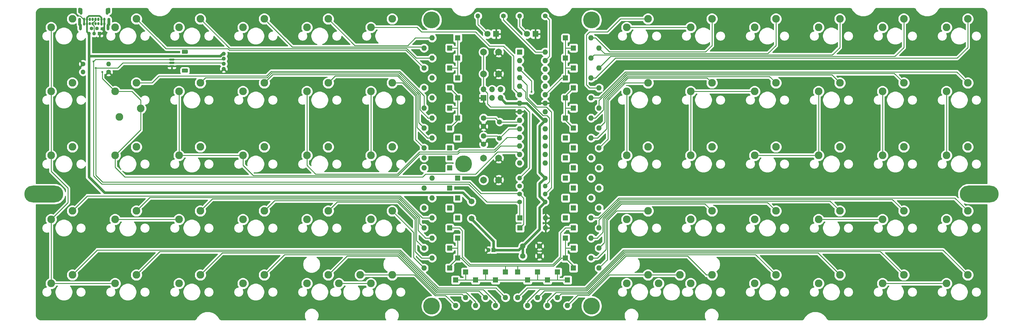
<source format=gbr>
G04 #@! TF.GenerationSoftware,KiCad,Pcbnew,(5.1.10-1-10_14)*
G04 #@! TF.CreationDate,2021-11-18T20:36:13+01:00*
G04 #@! TF.ProjectId,lumberjack,6c756d62-6572-46a6-9163-6b2e6b696361,1.5*
G04 #@! TF.SameCoordinates,Original*
G04 #@! TF.FileFunction,Copper,L2,Bot*
G04 #@! TF.FilePolarity,Positive*
%FSLAX46Y46*%
G04 Gerber Fmt 4.6, Leading zero omitted, Abs format (unit mm)*
G04 Created by KiCad (PCBNEW (5.1.10-1-10_14)) date 2021-11-18 20:36:13*
%MOMM*%
%LPD*%
G01*
G04 APERTURE LIST*
G04 #@! TA.AperFunction,ComponentPad*
%ADD10C,2.286000*%
G04 #@! TD*
G04 #@! TA.AperFunction,ComponentPad*
%ADD11C,1.100000*%
G04 #@! TD*
G04 #@! TA.AperFunction,ComponentPad*
%ADD12O,1.100000X1.100000*%
G04 #@! TD*
G04 #@! TA.AperFunction,ComponentPad*
%ADD13R,1.100000X1.100000*%
G04 #@! TD*
G04 #@! TA.AperFunction,ComponentPad*
%ADD14O,0.850000X2.000000*%
G04 #@! TD*
G04 #@! TA.AperFunction,ComponentPad*
%ADD15O,0.900000X1.700000*%
G04 #@! TD*
G04 #@! TA.AperFunction,ComponentPad*
%ADD16O,0.900000X2.400000*%
G04 #@! TD*
G04 #@! TA.AperFunction,ComponentPad*
%ADD17O,0.700000X1.000000*%
G04 #@! TD*
G04 #@! TA.AperFunction,ComponentPad*
%ADD18O,0.700000X0.900000*%
G04 #@! TD*
G04 #@! TA.AperFunction,ComponentPad*
%ADD19O,1.400000X1.400000*%
G04 #@! TD*
G04 #@! TA.AperFunction,ComponentPad*
%ADD20C,1.400000*%
G04 #@! TD*
G04 #@! TA.AperFunction,ComponentPad*
%ADD21C,1.710000*%
G04 #@! TD*
G04 #@! TA.AperFunction,ComponentPad*
%ADD22R,1.600000X1.600000*%
G04 #@! TD*
G04 #@! TA.AperFunction,ComponentPad*
%ADD23O,1.600000X1.600000*%
G04 #@! TD*
G04 #@! TA.AperFunction,WasherPad*
%ADD24C,5.000000*%
G04 #@! TD*
G04 #@! TA.AperFunction,WasherPad*
%ADD25O,11.600000X5.000000*%
G04 #@! TD*
G04 #@! TA.AperFunction,ComponentPad*
%ADD26R,1.200000X1.200000*%
G04 #@! TD*
G04 #@! TA.AperFunction,ComponentPad*
%ADD27C,1.200000*%
G04 #@! TD*
G04 #@! TA.AperFunction,ComponentPad*
%ADD28C,1.600000*%
G04 #@! TD*
G04 #@! TA.AperFunction,ComponentPad*
%ADD29R,1.700000X1.700000*%
G04 #@! TD*
G04 #@! TA.AperFunction,ComponentPad*
%ADD30O,1.700000X1.700000*%
G04 #@! TD*
G04 #@! TA.AperFunction,ComponentPad*
%ADD31R,1.800000X1.800000*%
G04 #@! TD*
G04 #@! TA.AperFunction,ComponentPad*
%ADD32C,1.800000*%
G04 #@! TD*
G04 #@! TA.AperFunction,ComponentPad*
%ADD33C,2.000000*%
G04 #@! TD*
G04 #@! TA.AperFunction,ComponentPad*
%ADD34C,1.500000*%
G04 #@! TD*
G04 #@! TA.AperFunction,ComponentPad*
%ADD35C,1.244600*%
G04 #@! TD*
G04 #@! TA.AperFunction,ViaPad*
%ADD36C,0.600000*%
G04 #@! TD*
G04 #@! TA.AperFunction,Conductor*
%ADD37C,0.800000*%
G04 #@! TD*
G04 #@! TA.AperFunction,Conductor*
%ADD38C,0.500000*%
G04 #@! TD*
G04 #@! TA.AperFunction,Conductor*
%ADD39C,0.250000*%
G04 #@! TD*
G04 #@! TA.AperFunction,Conductor*
%ADD40C,0.254000*%
G04 #@! TD*
G04 #@! TA.AperFunction,Conductor*
%ADD41C,0.100000*%
G04 #@! TD*
G04 APERTURE END LIST*
D10*
X34290032Y-80803820D03*
X40640032Y-78263820D03*
X35560032Y-88423820D03*
X41910032Y-85883820D03*
D11*
X28100000Y-63610000D03*
D12*
X28900000Y-62060000D03*
D11*
X26500000Y-63610000D03*
D13*
X29700000Y-63610000D03*
D14*
X32200000Y-61650000D03*
D12*
X27300000Y-62060000D03*
D14*
X24200000Y-56950000D03*
X32000000Y-56950000D03*
X24000000Y-61650000D03*
D15*
X32428000Y-56710000D03*
X23778000Y-56710000D03*
D16*
X32428000Y-60090000D03*
X23778000Y-60090000D03*
D17*
X28528000Y-59360000D03*
X31078000Y-59360000D03*
X30228000Y-59360000D03*
X29378000Y-59360000D03*
X25128000Y-59360000D03*
X26828000Y-59360000D03*
X27678000Y-59360000D03*
X25978000Y-59360000D03*
X31078000Y-60710000D03*
X30228000Y-60710000D03*
D18*
X29378000Y-60660000D03*
X28528000Y-60660000D03*
X27678000Y-60660000D03*
X26828000Y-60660000D03*
D17*
X25978000Y-60710000D03*
X25128000Y-60710000D03*
D10*
X34290032Y-61753804D03*
X40640032Y-59213804D03*
D19*
X154781380Y-106561027D03*
D20*
X162401380Y-106561027D03*
D19*
X162401380Y-108942279D03*
D20*
X154781380Y-108942279D03*
D21*
X140493868Y-113546035D03*
X140493868Y-118626035D03*
D22*
X144661059Y-134540738D03*
D23*
X144661059Y-142160738D03*
D22*
X136326677Y-118467287D03*
D23*
X128706677Y-118467287D03*
D10*
X110490096Y-99853836D03*
X116840096Y-97313836D03*
D24*
X138112616Y-102393836D03*
D10*
X281940240Y-80803820D03*
X288290240Y-78263820D03*
D22*
X168473579Y-118467287D03*
D23*
X176093579Y-118467287D03*
D22*
X170854831Y-73818812D03*
D23*
X178474831Y-73818812D03*
X126325425Y-67865682D03*
D22*
X133945425Y-67865682D03*
D10*
X224790192Y-118903852D03*
X231140192Y-116363852D03*
X243840208Y-80803820D03*
X250190208Y-78263820D03*
X243840208Y-61753804D03*
X250190208Y-59213804D03*
X262890224Y-80803820D03*
X269240224Y-78263820D03*
X243840208Y-99853836D03*
X250190208Y-97313836D03*
X281940240Y-99853836D03*
X288290240Y-97313836D03*
X262890224Y-99853836D03*
X269240224Y-97313836D03*
X281940240Y-118903852D03*
X288290240Y-116363852D03*
X262890224Y-118903852D03*
X269240224Y-116363852D03*
X224790192Y-99853836D03*
X231140192Y-97313836D03*
X205740176Y-99853836D03*
X212090176Y-97313836D03*
X281940240Y-137953868D03*
X288290240Y-135413868D03*
X243840208Y-118903852D03*
X250190208Y-116363852D03*
X205740176Y-118903852D03*
X212090176Y-116363852D03*
X262890224Y-137953868D03*
X269240224Y-135413868D03*
X243840208Y-137953868D03*
X250190208Y-135413868D03*
X224790192Y-137953868D03*
X231140192Y-135413868D03*
X212090176Y-135413868D03*
X205740176Y-137953868D03*
X110490096Y-61753804D03*
X116840096Y-59213804D03*
X110490096Y-80803820D03*
X116840096Y-78263820D03*
X72390064Y-80803820D03*
X78740064Y-78263820D03*
X91440080Y-137953868D03*
X97790080Y-135413868D03*
X53340048Y-137953868D03*
X59690048Y-135413868D03*
X15240016Y-80803820D03*
X21590016Y-78263820D03*
D25*
X13096886Y-111323531D03*
X291703370Y-111323531D03*
D24*
X128587608Y-59531300D03*
X176212648Y-59531300D03*
X128587608Y-144661059D03*
X176212648Y-144661059D03*
D10*
X15239968Y-61753750D03*
X21589968Y-59213750D03*
X53340048Y-61753804D03*
X59690048Y-59213804D03*
X72390064Y-61753804D03*
X78740064Y-59213804D03*
X91440080Y-61753804D03*
X97790080Y-59213804D03*
X281940240Y-61753804D03*
X288290240Y-59213804D03*
X262890224Y-61753804D03*
X269240224Y-59213804D03*
X224790192Y-61753804D03*
X231140192Y-59213804D03*
X53340048Y-80803820D03*
X59690048Y-78263820D03*
X224790192Y-80803820D03*
X231140192Y-78263820D03*
X15240016Y-99853836D03*
X21590016Y-97313836D03*
X34290032Y-99853836D03*
X40640032Y-97313836D03*
X53340048Y-99853836D03*
X59690048Y-97313836D03*
X91440080Y-80803820D03*
X97790080Y-78263820D03*
X205740176Y-80803820D03*
X212090176Y-78263820D03*
X15240016Y-118903852D03*
X21590016Y-116363852D03*
X34290032Y-118903852D03*
X40640032Y-116363852D03*
X72390064Y-99853836D03*
X78740064Y-97313836D03*
X91440080Y-99853836D03*
X97790080Y-97313836D03*
X15240016Y-137953868D03*
X21590016Y-135413868D03*
X53340048Y-118903852D03*
X59690048Y-116363852D03*
X72390064Y-118903852D03*
X78740064Y-116363852D03*
X91440080Y-118903852D03*
X97790080Y-116363852D03*
X34290032Y-137953868D03*
X40640032Y-135413868D03*
X72390064Y-137953868D03*
X78740064Y-135413868D03*
D26*
X147042311Y-127992295D03*
D27*
X145542311Y-127992295D03*
D28*
X155734510Y-126801669D03*
X160734510Y-126801669D03*
X160734510Y-129778234D03*
X155734510Y-129778234D03*
X144065746Y-96559454D03*
X144065746Y-94059454D03*
X144065746Y-88701637D03*
X144065746Y-91201637D03*
D29*
X144065746Y-82748507D03*
D30*
X144065746Y-80208507D03*
X146605746Y-82748507D03*
X146605746Y-80208507D03*
X149145746Y-82748507D03*
X149145746Y-80208507D03*
D31*
X159543884Y-63698491D03*
D32*
X157003884Y-63698491D03*
D33*
X148565746Y-75604751D03*
X144065746Y-75604751D03*
X148565746Y-69104751D03*
X144065746Y-69104751D03*
X144065746Y-100656340D03*
X148565746Y-100656340D03*
X144065746Y-107156340D03*
X148565746Y-107156340D03*
D34*
X148828250Y-89892263D03*
X148828250Y-94772263D03*
D22*
X154781380Y-69056308D03*
D23*
X162401380Y-102076308D03*
X154781380Y-71596308D03*
X162401380Y-99536308D03*
X154781380Y-74136308D03*
X162401380Y-96996308D03*
X154781380Y-76676308D03*
X162401380Y-94456308D03*
X154781380Y-79216308D03*
X162401380Y-91916308D03*
X154781380Y-81756308D03*
X162401380Y-89376308D03*
X154781380Y-84296308D03*
X162401380Y-86836308D03*
X154781380Y-86836308D03*
X162401380Y-84296308D03*
X154781380Y-89376308D03*
X162401380Y-81756308D03*
X154781380Y-91916308D03*
X162401380Y-79216308D03*
X154781380Y-94456308D03*
X162401380Y-76676308D03*
X154781380Y-96996308D03*
X162401380Y-74136308D03*
X154781380Y-99536308D03*
X162401380Y-71596308D03*
X154781380Y-102076308D03*
X162401380Y-69056308D03*
D22*
X154900449Y-121443852D03*
D23*
X162520449Y-121443852D03*
X162520449Y-118467287D03*
D22*
X154900449Y-118467287D03*
X136326677Y-76795377D03*
D23*
X128706677Y-76795377D03*
D22*
X133945425Y-73818812D03*
D23*
X126325425Y-73818812D03*
X128706677Y-70842247D03*
D22*
X136326677Y-70842247D03*
X136326677Y-64889117D03*
D23*
X128706677Y-64889117D03*
D22*
X168473579Y-76795377D03*
D23*
X176093579Y-76795377D03*
X176093579Y-70842247D03*
D22*
X168473579Y-70842247D03*
X170854831Y-67865682D03*
D23*
X178474831Y-67865682D03*
D22*
X136326677Y-82748507D03*
D23*
X128706677Y-82748507D03*
D22*
X133945425Y-85725072D03*
D23*
X126325425Y-85725072D03*
X128706677Y-88701637D03*
D22*
X136326677Y-88701637D03*
D23*
X126325425Y-91678202D03*
D22*
X133945425Y-91678202D03*
X133945425Y-79771942D03*
D23*
X126325425Y-79771942D03*
X176093579Y-82748507D03*
D22*
X168473579Y-82748507D03*
X170854831Y-85725072D03*
D23*
X178474831Y-85725072D03*
D22*
X168473579Y-88701637D03*
D23*
X176093579Y-88701637D03*
D22*
X170854831Y-91678202D03*
D23*
X178474831Y-91678202D03*
X126325425Y-100607897D03*
D22*
X133945425Y-100607897D03*
D23*
X126325425Y-103584462D03*
D22*
X133945425Y-103584462D03*
D23*
X128706677Y-106561027D03*
D22*
X136326677Y-106561027D03*
X136326677Y-94654767D03*
D23*
X128706677Y-94654767D03*
D22*
X133945425Y-97631332D03*
D23*
X126325425Y-97631332D03*
D22*
X168473579Y-100607897D03*
D23*
X176093579Y-100607897D03*
D22*
X170854831Y-103584462D03*
D23*
X178474831Y-103584462D03*
D22*
X168473579Y-106561027D03*
D23*
X176093579Y-106561027D03*
D22*
X168473579Y-94654767D03*
D23*
X176093579Y-94654767D03*
X126325425Y-121443852D03*
D22*
X133945425Y-121443852D03*
D23*
X126325425Y-109537592D03*
D22*
X133945425Y-109537592D03*
X136326677Y-112514157D03*
D23*
X128706677Y-112514157D03*
D22*
X133945425Y-115490722D03*
D23*
X126325425Y-115490722D03*
D22*
X170854831Y-121443852D03*
D23*
X178474831Y-121443852D03*
D22*
X170854831Y-109537592D03*
D23*
X178474831Y-109537592D03*
D22*
X168473579Y-112514157D03*
D23*
X176093579Y-112514157D03*
X150614189Y-142160738D03*
D22*
X150614189Y-134540738D03*
D23*
X128706677Y-124420417D03*
D22*
X136326677Y-124420417D03*
D23*
X126325425Y-127396982D03*
D22*
X133945425Y-127396982D03*
D23*
X128706677Y-130373547D03*
D22*
X136326677Y-130373547D03*
D23*
X154186067Y-142160738D03*
D22*
X154186067Y-134540738D03*
D23*
X176093579Y-124420417D03*
D22*
X168473579Y-124420417D03*
D23*
X178474831Y-127396982D03*
D22*
X170854831Y-127396982D03*
D23*
X176093579Y-130373547D03*
D22*
X168473579Y-130373547D03*
X147637624Y-136921990D03*
D23*
X147637624Y-144541990D03*
D22*
X141684494Y-136921990D03*
D23*
X141684494Y-144541990D03*
D22*
X138707929Y-134540738D03*
D23*
X138707929Y-142160738D03*
D22*
X157162632Y-136921990D03*
D23*
X157162632Y-144541990D03*
D22*
X160139197Y-134540738D03*
D23*
X160139197Y-142160738D03*
D22*
X163115762Y-136921990D03*
D23*
X163115762Y-144541990D03*
D22*
X166092327Y-134540738D03*
D23*
X166092327Y-142160738D03*
D31*
X147796372Y-63698491D03*
D32*
X145256372Y-63698491D03*
D23*
X126325425Y-133350112D03*
D22*
X133945425Y-133350112D03*
X135731364Y-136921990D03*
D23*
X135731364Y-144541990D03*
X176093579Y-64889117D03*
D22*
X168473579Y-64889117D03*
X170854831Y-79771942D03*
D23*
X178474831Y-79771942D03*
X178474831Y-97631332D03*
D22*
X170854831Y-97631332D03*
X170854831Y-115490722D03*
D23*
X178474831Y-115490722D03*
X178474831Y-133350112D03*
D22*
X170854831Y-133350112D03*
X169068892Y-136921990D03*
D23*
X169068892Y-144541990D03*
D10*
X110490096Y-118903852D03*
X116840096Y-116363852D03*
X116840096Y-135413868D03*
X110490096Y-137953868D03*
X205740176Y-61753804D03*
X212090176Y-59213804D03*
X193040160Y-59213804D03*
X186690160Y-61753804D03*
X186690160Y-80803820D03*
X193040160Y-78263820D03*
X186690160Y-99853836D03*
X193040160Y-97313836D03*
X193040160Y-116363852D03*
X186690160Y-118903852D03*
X193040160Y-135413868D03*
X186690160Y-137953868D03*
X107315088Y-135413868D03*
X100965088Y-137953868D03*
X196215168Y-137953868D03*
X202565168Y-135413868D03*
D19*
X162401380Y-113704783D03*
D20*
X154781380Y-113704783D03*
X154781380Y-111323531D03*
D19*
X162401380Y-111323531D03*
X142398876Y-58340674D03*
D20*
X150018876Y-58340674D03*
X162401380Y-58340674D03*
D19*
X154781380Y-58340674D03*
G04 #@! TA.AperFunction,SMDPad,CuDef*
G36*
G01*
X50600000Y-70000000D02*
X51850000Y-70000000D01*
G75*
G02*
X52000000Y-70150000I0J-150000D01*
G01*
X52000000Y-70450000D01*
G75*
G02*
X51850000Y-70600000I-150000J0D01*
G01*
X50600000Y-70600000D01*
G75*
G02*
X50450000Y-70450000I0J150000D01*
G01*
X50450000Y-70150000D01*
G75*
G02*
X50600000Y-70000000I150000J0D01*
G01*
G37*
G04 #@! TD.AperFunction*
G04 #@! TA.AperFunction,SMDPad,CuDef*
G36*
G01*
X50600000Y-71000000D02*
X51850000Y-71000000D01*
G75*
G02*
X52000000Y-71150000I0J-150000D01*
G01*
X52000000Y-71450000D01*
G75*
G02*
X51850000Y-71600000I-150000J0D01*
G01*
X50600000Y-71600000D01*
G75*
G02*
X50450000Y-71450000I0J150000D01*
G01*
X50450000Y-71150000D01*
G75*
G02*
X50600000Y-71000000I150000J0D01*
G01*
G37*
G04 #@! TD.AperFunction*
G04 #@! TA.AperFunction,SMDPad,CuDef*
G36*
G01*
X50600000Y-72000000D02*
X51850000Y-72000000D01*
G75*
G02*
X52000000Y-72150000I0J-150000D01*
G01*
X52000000Y-72450000D01*
G75*
G02*
X51850000Y-72600000I-150000J0D01*
G01*
X50600000Y-72600000D01*
G75*
G02*
X50450000Y-72450000I0J150000D01*
G01*
X50450000Y-72150000D01*
G75*
G02*
X50600000Y-72000000I150000J0D01*
G01*
G37*
G04 #@! TD.AperFunction*
G04 #@! TA.AperFunction,SMDPad,CuDef*
G36*
G01*
X50600000Y-73000000D02*
X51850000Y-73000000D01*
G75*
G02*
X52000000Y-73150000I0J-150000D01*
G01*
X52000000Y-73450000D01*
G75*
G02*
X51850000Y-73600000I-150000J0D01*
G01*
X50600000Y-73600000D01*
G75*
G02*
X50450000Y-73450000I0J150000D01*
G01*
X50450000Y-73150000D01*
G75*
G02*
X50600000Y-73000000I150000J0D01*
G01*
G37*
G04 #@! TD.AperFunction*
G04 #@! TA.AperFunction,SMDPad,CuDef*
G36*
G01*
X54449999Y-68400000D02*
X55750001Y-68400000D01*
G75*
G02*
X56000000Y-68649999I0J-249999D01*
G01*
X56000000Y-69350001D01*
G75*
G02*
X55750001Y-69600000I-249999J0D01*
G01*
X54449999Y-69600000D01*
G75*
G02*
X54200000Y-69350001I0J249999D01*
G01*
X54200000Y-68649999D01*
G75*
G02*
X54449999Y-68400000I249999J0D01*
G01*
G37*
G04 #@! TD.AperFunction*
G04 #@! TA.AperFunction,SMDPad,CuDef*
G36*
G01*
X54449999Y-74000000D02*
X55750001Y-74000000D01*
G75*
G02*
X56000000Y-74249999I0J-249999D01*
G01*
X56000000Y-74950001D01*
G75*
G02*
X55750001Y-75200000I-249999J0D01*
G01*
X54449999Y-75200000D01*
G75*
G02*
X54200000Y-74950001I0J249999D01*
G01*
X54200000Y-74249999D01*
G75*
G02*
X54449999Y-74000000I249999J0D01*
G01*
G37*
G04 #@! TD.AperFunction*
X24765000Y-75009375D03*
D20*
X32385000Y-75009375D03*
X24765000Y-72628125D03*
D19*
X32385000Y-72628125D03*
D35*
X66675000Y-74056875D03*
X66675000Y-72556876D03*
X66675000Y-71056874D03*
X66675000Y-69556874D03*
D36*
X182761091Y-144065746D03*
X130373547Y-102393836D03*
X122039165Y-89296950D03*
X47625000Y-83343750D03*
X66675000Y-103108125D03*
X66436875Y-88106250D03*
X21431250Y-56673750D03*
X24050625Y-90249375D03*
X40719375Y-67627500D03*
X30480000Y-75009375D03*
X158353258Y-80962568D03*
X28575006Y-73818750D03*
X27860625Y-71913750D03*
D37*
X155734510Y-126801669D02*
X155734510Y-129778234D01*
X154543884Y-127992295D02*
X147042311Y-127992295D01*
X155734510Y-126801669D02*
X154543884Y-127992295D01*
X150693547Y-84296308D02*
X149145746Y-82748507D01*
X154781380Y-84296308D02*
X150693547Y-84296308D01*
X162004494Y-89376308D02*
X162401380Y-89376308D01*
X156924494Y-84296308D02*
X162004494Y-89376308D01*
X154781380Y-84296308D02*
X156924494Y-84296308D01*
X147042311Y-125362600D02*
X147042311Y-127992295D01*
X140484494Y-118804783D02*
X147042311Y-125362600D01*
X160734510Y-104894157D02*
X162401380Y-106561027D01*
X160734510Y-91082889D02*
X160734510Y-104894157D01*
X162401380Y-89416019D02*
X160734510Y-91082889D01*
X162401380Y-89376308D02*
X162401380Y-89416019D01*
X160734510Y-112037913D02*
X162401380Y-113704783D01*
X160734510Y-108227897D02*
X160734510Y-112037913D01*
X162401380Y-106561027D02*
X160734510Y-108227897D01*
X160734510Y-121801669D02*
X155734510Y-126801669D01*
X160734510Y-115371653D02*
X160734510Y-121801669D01*
X162401380Y-113704783D02*
X160734510Y-115371653D01*
D38*
X25128000Y-60860000D02*
X25128000Y-59510000D01*
X30390000Y-63610000D02*
X29700000Y-63610000D01*
X31078000Y-62922000D02*
X30390000Y-63610000D01*
X31078000Y-59510000D02*
X31078000Y-62922000D01*
D39*
X23098125Y-58340625D02*
X21431250Y-56673750D01*
X23958625Y-58340625D02*
X23098125Y-58340625D01*
X25128000Y-59510000D02*
X23958625Y-58340625D01*
X167362311Y-76795377D02*
X168473579Y-76795377D01*
X162401380Y-81756308D02*
X167362311Y-76795377D01*
X170854831Y-67865682D02*
X168581476Y-67865682D01*
X168473579Y-67973579D02*
X168473579Y-64889117D01*
X168581476Y-67865682D02*
X168473579Y-67973579D01*
X168473579Y-70842247D02*
X168473579Y-67973579D01*
X170854831Y-73818812D02*
X168515970Y-73818812D01*
X168473579Y-73776421D02*
X168473579Y-70842247D01*
X168515970Y-73818812D02*
X168473579Y-73776421D01*
X168473579Y-76795377D02*
X168473579Y-73776421D01*
X136269036Y-67865682D02*
X136326677Y-67923323D01*
X133945425Y-67865682D02*
X136269036Y-67865682D01*
X136326677Y-67923323D02*
X136326677Y-64889117D01*
X136326677Y-70842247D02*
X136326677Y-67923323D01*
X136222166Y-73818812D02*
X136326677Y-73923323D01*
X133945425Y-73818812D02*
X136222166Y-73818812D01*
X136326677Y-73923323D02*
X136326677Y-70842247D01*
X136326677Y-76795377D02*
X136326677Y-73923323D01*
X168475072Y-85725072D02*
X168473579Y-85723579D01*
X168473579Y-85723579D02*
X168473579Y-82748507D01*
X170854831Y-85725072D02*
X168475072Y-85725072D01*
X168473579Y-88701637D02*
X168473579Y-85723579D01*
X168473579Y-89296950D02*
X170854831Y-91678202D01*
X168473579Y-88701637D02*
X168473579Y-89296950D01*
X168473579Y-82153194D02*
X168473579Y-82748507D01*
X170854831Y-79771942D02*
X168473579Y-82153194D01*
X136326677Y-89296950D02*
X136326677Y-88701637D01*
X133945425Y-91678202D02*
X136326677Y-89296950D01*
X136326677Y-82153194D02*
X133945425Y-79771942D01*
X136326677Y-82748507D02*
X136326677Y-82153194D01*
X136326677Y-85673323D02*
X136326677Y-88701637D01*
X136274928Y-85725072D02*
X136326677Y-85673323D01*
X133945425Y-85725072D02*
X136274928Y-85725072D01*
X136326677Y-82748507D02*
X136326677Y-85673323D01*
X167000000Y-122917431D02*
X168473579Y-121443852D01*
X167000000Y-130020090D02*
X167000000Y-122917431D01*
X164720090Y-132300000D02*
X167000000Y-130020090D01*
X137750000Y-130010931D02*
X140039069Y-132300000D01*
X137750000Y-122271862D02*
X137750000Y-130010931D01*
X133945425Y-121443852D02*
X136921990Y-121443852D01*
X136921990Y-121443852D02*
X137750000Y-122271862D01*
X168473579Y-121443852D02*
X170854831Y-121443852D01*
X140039069Y-132300000D02*
X164720090Y-132300000D01*
X137376677Y-130373547D02*
X139757929Y-132754799D01*
X136326677Y-130373547D02*
X137376677Y-130373547D01*
X150614189Y-132785811D02*
X150645201Y-132754799D01*
X150614189Y-134540738D02*
X150614189Y-132785811D01*
X139757929Y-132754799D02*
X150645201Y-132754799D01*
X154186067Y-134540738D02*
X154186067Y-132754799D01*
X133945425Y-132754799D02*
X136326677Y-130373547D01*
X133945425Y-133350112D02*
X133945425Y-132754799D01*
X133945425Y-127396982D02*
X136326677Y-127396982D01*
X136326677Y-127396982D02*
X136326677Y-124420417D01*
X136326677Y-130373547D02*
X136326677Y-127396982D01*
X168473579Y-127396982D02*
X168473579Y-124420417D01*
X170854831Y-127396982D02*
X168473579Y-127396982D01*
X168473579Y-130373547D02*
X168473579Y-127396982D01*
X170854831Y-132754799D02*
X168473579Y-130373547D01*
X170854831Y-133350112D02*
X170854831Y-132754799D01*
X164901701Y-132754799D02*
X167282953Y-130373547D01*
X150645201Y-132754799D02*
X164901701Y-132754799D01*
X167282953Y-130373547D02*
X168473579Y-130373547D01*
X160139197Y-134540738D02*
X160139197Y-135590738D01*
X144661059Y-134540738D02*
X144661059Y-135590738D01*
X138707929Y-134540738D02*
X138707929Y-135590738D01*
X138707929Y-136921990D02*
X138707929Y-135590738D01*
X135731364Y-136921990D02*
X138707929Y-136921990D01*
X138707929Y-136921990D02*
X141684494Y-136921990D01*
X144661059Y-136921990D02*
X141684494Y-136921990D01*
X144661059Y-135590738D02*
X144661059Y-136921990D01*
X144661059Y-136921990D02*
X147637624Y-136921990D01*
X160139197Y-136921990D02*
X157162632Y-136921990D01*
X160139197Y-135590738D02*
X160139197Y-136921990D01*
X160139197Y-136921990D02*
X163115762Y-136921990D01*
X163711075Y-136921990D02*
X163115762Y-136921990D01*
X157162632Y-136921990D02*
X147637624Y-136921990D01*
X166078010Y-136921990D02*
X163115762Y-136921990D01*
X166092327Y-136907673D02*
X166078010Y-136921990D01*
X166092327Y-134540738D02*
X166092327Y-136907673D01*
X169068892Y-136921990D02*
X166078010Y-136921990D01*
X144065746Y-80208507D02*
X144065746Y-75604751D01*
X144065746Y-80208507D02*
X145256372Y-81399133D01*
X145256372Y-81399133D02*
X145256372Y-84534446D01*
X146143235Y-85421309D02*
X156263556Y-85421309D01*
X145256372Y-84534446D02*
X146143235Y-85421309D01*
X156263556Y-85421309D02*
X157757945Y-86915698D01*
X157757945Y-86915698D02*
X157757945Y-103584462D01*
X157757945Y-103584462D02*
X154781380Y-106561027D01*
X144065746Y-75604751D02*
X144065746Y-69104751D01*
X142398876Y-60840995D02*
X145256372Y-63698491D01*
X142398876Y-58340674D02*
X142398876Y-60840995D01*
X162811999Y-85421309D02*
X164306388Y-86915698D01*
X164306388Y-86915698D02*
X164306388Y-109418523D01*
X154781380Y-76676308D02*
X157017330Y-78912258D01*
X159835434Y-85421309D02*
X162811999Y-85421309D01*
X157017330Y-82603205D02*
X159835434Y-85421309D01*
X157017330Y-78912258D02*
X157017330Y-82603205D01*
X164306388Y-109418523D02*
X162401380Y-111323531D01*
X163711075Y-88742734D02*
X163711075Y-107632584D01*
X162929651Y-87961309D02*
X163711075Y-88742734D01*
X161739023Y-87961309D02*
X162929651Y-87961309D01*
X154821059Y-79216308D02*
X156567319Y-80962568D01*
X156567319Y-82789605D02*
X161739023Y-87961309D01*
X156567319Y-80962568D02*
X156567319Y-82789605D01*
X154781380Y-79216308D02*
X154821059Y-79216308D01*
X163711075Y-107632584D02*
X162401380Y-108942279D01*
X91440080Y-99853836D02*
X91440080Y-80803820D01*
X118426193Y-105370398D02*
X124974633Y-98821958D01*
X91440080Y-99853836D02*
X91440080Y-102751027D01*
X136326677Y-98821958D02*
X136921990Y-98226645D01*
X147298869Y-98226645D02*
X151069206Y-94456308D01*
X91440080Y-102751027D02*
X94059451Y-105370398D01*
X124974633Y-98821958D02*
X136326677Y-98821958D01*
X136921990Y-98226645D02*
X147298869Y-98226645D01*
X94059451Y-105370398D02*
X118426193Y-105370398D01*
X151069206Y-94456308D02*
X154781380Y-94456308D01*
X15240016Y-80803820D02*
X15240016Y-99853836D01*
X15240016Y-118903852D02*
X15240016Y-137953868D01*
X15240016Y-137953868D02*
X34290032Y-137953868D01*
X20240642Y-113903226D02*
X15240016Y-118903852D01*
X20240642Y-109537592D02*
X20240642Y-113903226D01*
X15240016Y-104536966D02*
X20240642Y-109537592D01*
X15240016Y-99853836D02*
X15240016Y-104536966D01*
X15239968Y-80803772D02*
X15240016Y-80803820D01*
X15239968Y-61753750D02*
X15239968Y-80803772D01*
X34290032Y-118903852D02*
X53340048Y-118903852D01*
X41910032Y-92233836D02*
X41910032Y-85883820D01*
X34290032Y-99853836D02*
X41910032Y-92233836D01*
X37214112Y-106270420D02*
X34290032Y-103346340D01*
X125901650Y-106270420D02*
X37214112Y-106270420D01*
X34290032Y-103346340D02*
X34290032Y-99853836D01*
X141684494Y-105370401D02*
X126801669Y-105370401D01*
X126801669Y-105370401D02*
X125901650Y-106270420D01*
X148232937Y-98821958D02*
X141684494Y-105370401D01*
X154067030Y-98821958D02*
X148232937Y-98821958D01*
X154781380Y-99536308D02*
X154067030Y-98821958D01*
X41910032Y-83413751D02*
X39300101Y-80803820D01*
X39300101Y-80803820D02*
X34290032Y-80803820D01*
X41910032Y-85883820D02*
X41910032Y-83413751D01*
X30480000Y-76993788D02*
X34290032Y-80803820D01*
X30480000Y-75009375D02*
X30480000Y-76993788D01*
X72390064Y-99853836D02*
X53340048Y-99853836D01*
X53340048Y-99853836D02*
X53340048Y-80803820D01*
X149165616Y-96996308D02*
X147339966Y-98821958D01*
X75459446Y-105820409D02*
X72390064Y-102751027D01*
X118612592Y-105820409D02*
X75459446Y-105820409D01*
X125015730Y-99417271D02*
X118612592Y-105820409D01*
X136367774Y-99417271D02*
X125015730Y-99417271D01*
X72390064Y-102751027D02*
X72390064Y-99853836D01*
X136963087Y-98821958D02*
X136367774Y-99417271D01*
X154781380Y-96996308D02*
X149165616Y-96996308D01*
X147339966Y-98821958D02*
X136963087Y-98821958D01*
X110490096Y-80803820D02*
X110490096Y-99853836D01*
X100965088Y-137953868D02*
X110490096Y-137953868D01*
X152995441Y-79970369D02*
X154781380Y-81756308D01*
X152995441Y-70246934D02*
X152995441Y-79970369D01*
X150018876Y-67270369D02*
X152995441Y-70246934D01*
X145851685Y-67270369D02*
X150018876Y-67270369D01*
X141684494Y-63103178D02*
X145851685Y-67270369D01*
X110490096Y-61753804D02*
X124254764Y-61753804D01*
X125604138Y-63103178D02*
X141684494Y-63103178D01*
X124254764Y-61753804D02*
X125604138Y-63103178D01*
X281940240Y-137953868D02*
X262890224Y-137953868D01*
X281940240Y-80803820D02*
X281940240Y-99853836D01*
X158353258Y-77708186D02*
X158353258Y-80962568D01*
X154781380Y-74136308D02*
X158353258Y-77708186D01*
X262890224Y-118903852D02*
X243840208Y-118903852D01*
X262890224Y-80803820D02*
X262890224Y-99853836D01*
X224790192Y-99853836D02*
X243840208Y-99853836D01*
X243840208Y-80803820D02*
X243840208Y-99853836D01*
X205740176Y-80803820D02*
X224790192Y-80803820D01*
X205740176Y-80803820D02*
X205740176Y-99853836D01*
X148115441Y-94059454D02*
X148828250Y-94772263D01*
X144065746Y-94059454D02*
X148115441Y-94059454D01*
X151684205Y-91916308D02*
X154781380Y-91916308D01*
X148828250Y-94772263D02*
X151684205Y-91916308D01*
X147637624Y-88701637D02*
X148828250Y-89892263D01*
X144065746Y-88701637D02*
X147637624Y-88701637D01*
X154265425Y-89892263D02*
X154781380Y-89376308D01*
X148828250Y-89892263D02*
X154265425Y-89892263D01*
D38*
X25978000Y-63088000D02*
X26500000Y-63610000D01*
X25978000Y-58822000D02*
X25978000Y-63088000D01*
X26500000Y-58300000D02*
X25978000Y-58822000D01*
X30228000Y-58828000D02*
X29700000Y-58300000D01*
X29700000Y-58300000D02*
X26500000Y-58300000D01*
X30228000Y-60860000D02*
X30228000Y-58828000D01*
D37*
X140493868Y-113546035D02*
X137885426Y-110937593D01*
X26500000Y-106271942D02*
X26500000Y-63610000D01*
X137885426Y-110937593D02*
X31165651Y-110937593D01*
X31165651Y-110937593D02*
X26500000Y-106271942D01*
X66365994Y-69556874D02*
X66675000Y-69556874D01*
X65622868Y-70300000D02*
X66365994Y-69556874D01*
X51225000Y-70300000D02*
X65622868Y-70300000D01*
X26553125Y-70300000D02*
X26500000Y-70246875D01*
X51225000Y-70300000D02*
X26553125Y-70300000D01*
D39*
X125816533Y-118467287D02*
X128706677Y-118467287D01*
X119253985Y-111904739D02*
X125816533Y-118467287D01*
X26049129Y-111904739D02*
X119253985Y-111904739D01*
X21590016Y-116363852D02*
X26049129Y-111904739D01*
X21590016Y-135413868D02*
X29011589Y-127992295D01*
X29011589Y-127992295D02*
X119268085Y-127992295D01*
X149814190Y-141360739D02*
X150614189Y-142160738D01*
X119268085Y-127992295D02*
X130579032Y-139303242D01*
X147756693Y-139303242D02*
X149814190Y-141360739D01*
X130579032Y-139303242D02*
X147756693Y-139303242D01*
X143980257Y-139753253D02*
X130392633Y-139753253D01*
X130392633Y-139753253D02*
X119081686Y-128442306D01*
X147637624Y-143410620D02*
X143980257Y-139753253D01*
X119081686Y-128442306D02*
X47611594Y-128442306D01*
X47611594Y-128442306D02*
X40640032Y-135413868D01*
X147637624Y-144541990D02*
X147637624Y-143410620D01*
X120967608Y-68460995D02*
X68300829Y-68460995D01*
X67914824Y-68074990D02*
X49501218Y-68074990D01*
X126325425Y-73818812D02*
X120967608Y-68460995D01*
X68300829Y-68460995D02*
X67914824Y-68074990D01*
X49501218Y-68074990D02*
X40640032Y-59213804D01*
X47374835Y-76226239D02*
X79429547Y-76226239D01*
X80805754Y-74850031D02*
X119067585Y-74850031D01*
X126325425Y-82107871D02*
X126325425Y-85725072D01*
X40640032Y-78263820D02*
X45337254Y-78263820D01*
X45337254Y-78263820D02*
X47374835Y-76226239D01*
X119067585Y-74850031D02*
X126325425Y-82107871D01*
X79429547Y-76226239D02*
X80805754Y-74850031D01*
X119067585Y-112354750D02*
X125015730Y-118302895D01*
X40640032Y-116363852D02*
X44649134Y-112354750D01*
X44649134Y-112354750D02*
X119067585Y-112354750D01*
X125015730Y-120134157D02*
X126325425Y-121443852D01*
X125015730Y-118302895D02*
X125015730Y-120134157D01*
X124565719Y-118489295D02*
X124565719Y-122184467D01*
X118881185Y-112804761D02*
X124565719Y-118489295D01*
X124565719Y-122184467D02*
X126801669Y-124420417D01*
X63249139Y-112804761D02*
X118881185Y-112804761D01*
X59690048Y-116363852D02*
X63249139Y-112804761D01*
X126801669Y-124420417D02*
X128706677Y-124420417D01*
X142703585Y-140203264D02*
X144661059Y-142160738D01*
X59690048Y-135413868D02*
X66211599Y-128892317D01*
X66211599Y-128892317D02*
X118895287Y-128892317D01*
X118895287Y-128892317D02*
X130206234Y-140203264D01*
X130206234Y-140203264D02*
X142703585Y-140203264D01*
X123985270Y-70842247D02*
X121154008Y-68010984D01*
X68487228Y-68010984D02*
X59690048Y-59213804D01*
X121154008Y-68010984D02*
X68487228Y-68010984D01*
X128706677Y-70842247D02*
X123985270Y-70842247D01*
X59690048Y-78263820D02*
X61277618Y-76676250D01*
X125175137Y-81593994D02*
X125175137Y-86301467D01*
X125175137Y-86301467D02*
X127575307Y-88701637D01*
X61277618Y-76676250D02*
X79615947Y-76676250D01*
X80992151Y-75300045D02*
X118881188Y-75300045D01*
X118881188Y-75300045D02*
X125175137Y-81593994D01*
X79615947Y-76676250D02*
X80992151Y-75300045D01*
X127575307Y-88701637D02*
X128706677Y-88701637D01*
X118694785Y-113254772D02*
X124115708Y-118675695D01*
X124115708Y-118675695D02*
X124115708Y-125187265D01*
X81849144Y-113254772D02*
X118694785Y-113254772D01*
X124115708Y-125187265D02*
X126325425Y-127396982D01*
X78740064Y-116363852D02*
X81849144Y-113254772D01*
X126020716Y-67560973D02*
X87087233Y-67560973D01*
X79883063Y-60356803D02*
X78740064Y-59213804D01*
X87087233Y-67560973D02*
X79883063Y-60356803D01*
X126325425Y-67865682D02*
X126020716Y-67560973D01*
X124725126Y-81780394D02*
X124725126Y-90077903D01*
X118694788Y-75750056D02*
X124725126Y-81780394D01*
X124725126Y-90077903D02*
X126325425Y-91678202D01*
X81253828Y-75750056D02*
X118694788Y-75750056D01*
X78740064Y-78263820D02*
X81253828Y-75750056D01*
X124275115Y-81966794D02*
X124275115Y-91532900D01*
X118508388Y-76200067D02*
X124275115Y-81966794D01*
X99853833Y-76200067D02*
X118508388Y-76200067D01*
X97790080Y-78263820D02*
X99853833Y-76200067D01*
X127396982Y-94654767D02*
X128706677Y-94654767D01*
X124275115Y-91532900D02*
X127396982Y-94654767D01*
X123679802Y-128442306D02*
X125611043Y-130373547D01*
X123679802Y-126065279D02*
X123679802Y-128442306D01*
X123665697Y-118862095D02*
X123665697Y-126051174D01*
X123665697Y-126051174D02*
X123679802Y-126065279D01*
X118508385Y-113704783D02*
X123665697Y-118862095D01*
X100449149Y-113704783D02*
X118508385Y-113704783D01*
X97790080Y-116363852D02*
X100449149Y-113704783D01*
X125611043Y-130373547D02*
X128706677Y-130373547D01*
X137650477Y-141103286D02*
X129833436Y-141103286D01*
X138707929Y-142160738D02*
X137650477Y-141103286D01*
X118522489Y-129792339D02*
X103411610Y-129792339D01*
X103411610Y-129792339D02*
X97790080Y-135413868D01*
X129833436Y-141103286D02*
X118522489Y-129792339D01*
X128706677Y-64889117D02*
X123748653Y-64889117D01*
X123748653Y-64889117D02*
X121526808Y-67110962D01*
X121526808Y-67110962D02*
X105687238Y-67110962D01*
X105687238Y-67110962D02*
X97790080Y-59213804D01*
X123229791Y-126251679D02*
X123229791Y-130254478D01*
X123215686Y-126237574D02*
X123229791Y-126251679D01*
X123229791Y-130254478D02*
X126325425Y-133350112D01*
X123215686Y-122739442D02*
X123215686Y-126237574D01*
X116840096Y-116363852D02*
X123215686Y-122739442D01*
X288290240Y-67706934D02*
X288290240Y-59213804D01*
X183356404Y-70842247D02*
X285154927Y-70842247D01*
X285154927Y-70842247D02*
X288290240Y-67706934D01*
X177403274Y-76795377D02*
X183356404Y-70842247D01*
X176093579Y-76795377D02*
X177403274Y-76795377D01*
X186347068Y-74995339D02*
X178593900Y-82748507D01*
X288290240Y-78263820D02*
X285021759Y-74995339D01*
X285021759Y-74995339D02*
X186347068Y-74995339D01*
X178593900Y-82748507D02*
X176093579Y-82748507D01*
X184341540Y-112514157D02*
X178388410Y-118467287D01*
X288290240Y-116363852D02*
X284440545Y-112514157D01*
X284440545Y-112514157D02*
X184341540Y-112514157D01*
X178388410Y-118467287D02*
X176093579Y-118467287D01*
X174454411Y-139249945D02*
X157096860Y-139249945D01*
X154986066Y-141360739D02*
X154186067Y-142160738D01*
X157096860Y-139249945D02*
X154986066Y-141360739D01*
X288290240Y-135413868D02*
X280876372Y-128000000D01*
X280876372Y-128000000D02*
X185704356Y-128000000D01*
X185704356Y-128000000D02*
X174454411Y-139249945D01*
X157162632Y-143337368D02*
X157162632Y-144541990D01*
X174640811Y-139699956D02*
X160800044Y-139699956D01*
X160800044Y-139699956D02*
X157162632Y-143337368D01*
X185890756Y-128450011D02*
X174640811Y-139699956D01*
X262276367Y-128450011D02*
X185890756Y-128450011D01*
X269240224Y-135413868D02*
X262276367Y-128450011D01*
X269240224Y-67706934D02*
X269240224Y-59213804D01*
X266554922Y-70392236D02*
X269240224Y-67706934D01*
X181901407Y-70392236D02*
X266554922Y-70392236D01*
X178474831Y-73818812D02*
X181901407Y-70392236D01*
X178474831Y-83503986D02*
X178474831Y-85725072D01*
X186533467Y-75445350D02*
X178474831Y-83503986D01*
X266421754Y-75445350D02*
X186533467Y-75445350D01*
X269240224Y-78263820D02*
X266421754Y-75445350D01*
X178474831Y-119017277D02*
X178474831Y-121443852D01*
X265840540Y-112964168D02*
X184527940Y-112964168D01*
X184527940Y-112964168D02*
X178474831Y-119017277D01*
X269240224Y-116363852D02*
X265840540Y-112964168D01*
X179784526Y-86231223D02*
X177314112Y-88701637D01*
X179784526Y-82830700D02*
X179784526Y-86231223D01*
X186719865Y-75895361D02*
X179784526Y-82830700D01*
X247821749Y-75895361D02*
X186719865Y-75895361D01*
X250190208Y-78263820D02*
X247821749Y-75895361D01*
X177314112Y-88701637D02*
X176093579Y-88701637D01*
X180075130Y-125796683D02*
X178474831Y-127396982D01*
X184900740Y-113864190D02*
X180075130Y-118689800D01*
X228640530Y-113864190D02*
X184900740Y-113864190D01*
X180075130Y-118689800D02*
X180075130Y-125796683D01*
X231140192Y-116363852D02*
X228640530Y-113864190D01*
X231140192Y-67111621D02*
X231140192Y-59213804D01*
X180101363Y-69492214D02*
X228759599Y-69492214D01*
X228759599Y-69492214D02*
X231140192Y-67111621D01*
X178474831Y-67865682D02*
X180101363Y-69492214D01*
X177998587Y-91678202D02*
X177879518Y-91678202D01*
X180234537Y-83017099D02*
X180234537Y-89918496D01*
X186906265Y-76345372D02*
X180234537Y-83017099D01*
X180234537Y-89918496D02*
X178474831Y-91678202D01*
X229221744Y-76345372D02*
X186906265Y-76345372D01*
X231140192Y-78263820D02*
X229221744Y-76345372D01*
X180684548Y-91968806D02*
X177998587Y-94654767D01*
X212090176Y-78263820D02*
X210621739Y-76795383D01*
X187092665Y-76795383D02*
X180684548Y-83203499D01*
X180684548Y-83203499D02*
X180684548Y-91968806D01*
X210621739Y-76795383D02*
X187092665Y-76795383D01*
X177998587Y-94654767D02*
X176093579Y-94654767D01*
X180525141Y-127846993D02*
X177998587Y-130373547D01*
X180525141Y-118876200D02*
X180525141Y-127846993D01*
X185087140Y-114314201D02*
X180525141Y-118876200D01*
X210040525Y-114314201D02*
X185087140Y-114314201D01*
X212090176Y-116363852D02*
X210040525Y-114314201D01*
X177998587Y-130373547D02*
X176093579Y-130373547D01*
X175200011Y-141049989D02*
X167203076Y-141049989D01*
X186449956Y-129800044D02*
X175200011Y-141049989D01*
X204859906Y-129800044D02*
X186449956Y-129800044D01*
X212090176Y-135413868D02*
X210473730Y-135413868D01*
X210473730Y-135413868D02*
X204859906Y-129800044D01*
X167203076Y-141049989D02*
X166092327Y-142160738D01*
X212090176Y-67111621D02*
X212090176Y-59213804D01*
X210159594Y-69042203D02*
X212090176Y-67111621D01*
X181556360Y-69042203D02*
X210159594Y-69042203D01*
X177403274Y-64889117D02*
X181556360Y-69042203D01*
X176093579Y-64889117D02*
X177403274Y-64889117D01*
X175617335Y-79771942D02*
X178474831Y-79771942D01*
X175618269Y-63103178D02*
X174700000Y-64021447D01*
X180975152Y-63103178D02*
X175618269Y-63103178D01*
X174700000Y-64021447D02*
X174700000Y-78854607D01*
X184864526Y-59213804D02*
X180975152Y-63103178D01*
X174700000Y-78854607D02*
X175617335Y-79771942D01*
X193040160Y-59213804D02*
X184864526Y-59213804D01*
X181134559Y-94971604D02*
X178474831Y-97631332D01*
X181134559Y-83389899D02*
X181134559Y-94971604D01*
X186260638Y-78263820D02*
X181134559Y-83389899D01*
X193040160Y-78263820D02*
X186260638Y-78263820D01*
X180975152Y-119062600D02*
X180975152Y-130849791D01*
X183673900Y-116363852D02*
X180975152Y-119062600D01*
X180975152Y-130849791D02*
X178474831Y-133350112D01*
X193040160Y-116363852D02*
X183673900Y-116363852D01*
X179625119Y-122704723D02*
X177909425Y-124420417D01*
X179625119Y-118503400D02*
X179625119Y-122704723D01*
X184714340Y-113414179D02*
X179625119Y-118503400D01*
X247240535Y-113414179D02*
X184714340Y-113414179D01*
X250190208Y-116363852D02*
X247240535Y-113414179D01*
X177909425Y-124420417D02*
X176093579Y-124420417D01*
X174827211Y-140149967D02*
X162149968Y-140149967D01*
X186077156Y-128900022D02*
X174827211Y-140149967D01*
X162149968Y-140149967D02*
X160139197Y-142160738D01*
X243676362Y-128900022D02*
X186077156Y-128900022D01*
X250190208Y-135413868D02*
X243676362Y-128900022D01*
X250190208Y-67706934D02*
X250190208Y-59213804D01*
X247954917Y-69942225D02*
X250190208Y-67706934D01*
X176993601Y-69942225D02*
X247954917Y-69942225D01*
X176093579Y-70842247D02*
X176993601Y-69942225D01*
X163115762Y-143134238D02*
X163115762Y-144541990D01*
X175013611Y-140599978D02*
X165650022Y-140599978D01*
X165650022Y-140599978D02*
X163115762Y-143134238D01*
X225076357Y-129350033D02*
X186263556Y-129350033D01*
X186263556Y-129350033D02*
X175013611Y-140599978D01*
X231140192Y-135413868D02*
X225076357Y-129350033D01*
X154781380Y-61475987D02*
X157003884Y-63698491D01*
X154781380Y-58340674D02*
X154781380Y-61475987D01*
X159543884Y-69056308D02*
X150018876Y-59531300D01*
X150018876Y-59531300D02*
X150018876Y-58340674D01*
X162401380Y-69056308D02*
X159543884Y-69056308D01*
X163711075Y-70286613D02*
X162401380Y-71596308D01*
X163711075Y-59531300D02*
X163711075Y-70286613D01*
X162520449Y-58340674D02*
X163711075Y-59531300D01*
X162401380Y-58340674D02*
X162520449Y-58340674D01*
X130019835Y-140653275D02*
X138927149Y-140653275D01*
X84811604Y-129342328D02*
X118708888Y-129342328D01*
X118708888Y-129342328D02*
X130019835Y-140653275D01*
X138927149Y-140653275D02*
X141684494Y-143410620D01*
X78740064Y-135413868D02*
X84811604Y-129342328D01*
X141684494Y-143410620D02*
X141684494Y-144541990D01*
X123825104Y-82153194D02*
X123825104Y-95131011D01*
X119935730Y-78263820D02*
X123825104Y-82153194D01*
X123825104Y-95131011D02*
X126325425Y-97631332D01*
X116840096Y-78263820D02*
X119935730Y-78263820D01*
X186690160Y-61753804D02*
X205740176Y-61753804D01*
X186690160Y-80803820D02*
X186690160Y-99853836D01*
X107315088Y-135413868D02*
X116840096Y-135413868D01*
X129647037Y-141553297D02*
X132742671Y-141553297D01*
X123507608Y-135413868D02*
X129647037Y-141553297D01*
X116840096Y-135413868D02*
X123507608Y-135413868D01*
X132742671Y-141553297D02*
X135731364Y-144541990D01*
X193040160Y-135413868D02*
X202565168Y-135413868D01*
X175386410Y-141500000D02*
X172110882Y-141500000D01*
X193040160Y-135413868D02*
X181472542Y-135413868D01*
X181472542Y-135413868D02*
X175386410Y-141500000D01*
X172110882Y-141500000D02*
X169068892Y-144541990D01*
X28100000Y-61282000D02*
X27678000Y-60860000D01*
X28100000Y-63400000D02*
X28100000Y-61282000D01*
X28528000Y-59572000D02*
X28528000Y-59510000D01*
X27678000Y-60422000D02*
X28528000Y-59572000D01*
X27678000Y-60860000D02*
X27678000Y-60422000D01*
X28100000Y-63610000D02*
X28100000Y-63098095D01*
X66418124Y-72300000D02*
X66675000Y-72556876D01*
X51225000Y-72300000D02*
X66418124Y-72300000D01*
X156025450Y-120318851D02*
X154900449Y-121443852D01*
X156025450Y-112567601D02*
X156025450Y-120318851D01*
X154781380Y-111323531D02*
X156025450Y-112567601D01*
X35092627Y-73818750D02*
X28575006Y-73818750D01*
X36611377Y-72300000D02*
X35092627Y-73818750D01*
X51196875Y-72300000D02*
X36611377Y-72300000D01*
X28575000Y-73818756D02*
X28575006Y-73818750D01*
X154594979Y-111137130D02*
X154781380Y-111323531D01*
X139898555Y-107751653D02*
X143284032Y-111137130D01*
X28575000Y-73818756D02*
X28575000Y-105727500D01*
X143284032Y-111137130D02*
X154594979Y-111137130D01*
X28575000Y-105727500D02*
X30599153Y-107751653D01*
X30599153Y-107751653D02*
X139898555Y-107751653D01*
X154781380Y-118348218D02*
X154900449Y-118467287D01*
X66431874Y-71300000D02*
X66675000Y-71056874D01*
X51225000Y-71300000D02*
X66431874Y-71300000D01*
X154781380Y-113704783D02*
X154781380Y-118348218D01*
X139686809Y-108346966D02*
X30319865Y-108346966D01*
X145044626Y-113704783D02*
X139686809Y-108346966D01*
X51225000Y-71300000D02*
X28474375Y-71300000D01*
X154781380Y-113704783D02*
X145044626Y-113704783D01*
X27860625Y-105887726D02*
X27860625Y-71913750D01*
X30319865Y-108346966D02*
X27860625Y-105887726D01*
X28474375Y-71300000D02*
X27860625Y-71913750D01*
D40*
X22708700Y-56097304D02*
X22693000Y-56256707D01*
X22693000Y-57163294D01*
X22708700Y-57322697D01*
X22770742Y-57527220D01*
X22871492Y-57715710D01*
X23007079Y-57880922D01*
X23172291Y-58016509D01*
X23296197Y-58082738D01*
X23314378Y-58116753D01*
X23446841Y-58278159D01*
X23472175Y-58298950D01*
X23360780Y-58332741D01*
X23187827Y-58425186D01*
X23165611Y-58371551D01*
X22971031Y-58080341D01*
X22723377Y-57832687D01*
X22432167Y-57638107D01*
X22108591Y-57504078D01*
X21765086Y-57435750D01*
X21414850Y-57435750D01*
X21071345Y-57504078D01*
X20747769Y-57638107D01*
X20456559Y-57832687D01*
X20208905Y-58080341D01*
X20014325Y-58371551D01*
X19880296Y-58695127D01*
X19811968Y-59038632D01*
X19811968Y-59388868D01*
X19880296Y-59732373D01*
X20014325Y-60055949D01*
X20208905Y-60347159D01*
X20456559Y-60594813D01*
X20747769Y-60789393D01*
X21071345Y-60923422D01*
X21414850Y-60991750D01*
X21765086Y-60991750D01*
X22108591Y-60923422D01*
X22432167Y-60789393D01*
X22693000Y-60615110D01*
X22693000Y-60893294D01*
X22708700Y-61052697D01*
X22770742Y-61257220D01*
X22871492Y-61445710D01*
X22940000Y-61529187D01*
X22940000Y-62277065D01*
X22955338Y-62432795D01*
X23015950Y-62632606D01*
X23114378Y-62816753D01*
X23246841Y-62978159D01*
X23326499Y-63043533D01*
X23182762Y-63139576D01*
X22975794Y-63346544D01*
X22813180Y-63589912D01*
X22701170Y-63860329D01*
X22644068Y-64147402D01*
X22644068Y-64440098D01*
X22701170Y-64727171D01*
X22813180Y-64997588D01*
X22975794Y-65240956D01*
X23182762Y-65447924D01*
X23426130Y-65610538D01*
X23696547Y-65722548D01*
X23983620Y-65779650D01*
X24276316Y-65779650D01*
X24563389Y-65722548D01*
X24833806Y-65610538D01*
X25077174Y-65447924D01*
X25284142Y-65240956D01*
X25446756Y-64997588D01*
X25465001Y-64953541D01*
X25465001Y-70196039D01*
X25459994Y-70246875D01*
X25465001Y-70297711D01*
X25465001Y-71543059D01*
X25447203Y-71473088D01*
X25208758Y-71362191D01*
X24953260Y-71299942D01*
X24690527Y-71288735D01*
X24430656Y-71329000D01*
X24183634Y-71419190D01*
X24082797Y-71473088D01*
X24023336Y-71706856D01*
X24765000Y-72448520D01*
X24779143Y-72434378D01*
X24958748Y-72613983D01*
X24944605Y-72628125D01*
X24958748Y-72642268D01*
X24779143Y-72821873D01*
X24765000Y-72807730D01*
X24023336Y-73549394D01*
X24082797Y-73783162D01*
X24155353Y-73816906D01*
X24132641Y-73826314D01*
X23913987Y-73972413D01*
X23728038Y-74158362D01*
X23581939Y-74377016D01*
X23481304Y-74619970D01*
X23430000Y-74877889D01*
X23430000Y-75140861D01*
X23481304Y-75398780D01*
X23581939Y-75641734D01*
X23728038Y-75860388D01*
X23913987Y-76046337D01*
X24132641Y-76192436D01*
X24375595Y-76293071D01*
X24633514Y-76344375D01*
X24896486Y-76344375D01*
X25154405Y-76293071D01*
X25397359Y-76192436D01*
X25465001Y-76147240D01*
X25465001Y-82683913D01*
X25446804Y-82639982D01*
X25284190Y-82396614D01*
X25077222Y-82189646D01*
X24833854Y-82027032D01*
X24563437Y-81915022D01*
X24276364Y-81857920D01*
X23983668Y-81857920D01*
X23696595Y-81915022D01*
X23426178Y-82027032D01*
X23182810Y-82189646D01*
X22975842Y-82396614D01*
X22813228Y-82639982D01*
X22701218Y-82910399D01*
X22644116Y-83197472D01*
X22644116Y-83490168D01*
X22701218Y-83777241D01*
X22813228Y-84047658D01*
X22975842Y-84291026D01*
X23182810Y-84497994D01*
X23426178Y-84660608D01*
X23696595Y-84772618D01*
X23983668Y-84829720D01*
X24276364Y-84829720D01*
X24563437Y-84772618D01*
X24833854Y-84660608D01*
X25077222Y-84497994D01*
X25284190Y-84291026D01*
X25446804Y-84047658D01*
X25465001Y-84003728D01*
X25465000Y-101733927D01*
X25446804Y-101689998D01*
X25284190Y-101446630D01*
X25077222Y-101239662D01*
X24833854Y-101077048D01*
X24563437Y-100965038D01*
X24276364Y-100907936D01*
X23983668Y-100907936D01*
X23696595Y-100965038D01*
X23426178Y-101077048D01*
X23182810Y-101239662D01*
X22975842Y-101446630D01*
X22813228Y-101689998D01*
X22701218Y-101960415D01*
X22644116Y-102247488D01*
X22644116Y-102540184D01*
X22701218Y-102827257D01*
X22813228Y-103097674D01*
X22975842Y-103341042D01*
X23182810Y-103548010D01*
X23426178Y-103710624D01*
X23696595Y-103822634D01*
X23983668Y-103879736D01*
X24276364Y-103879736D01*
X24563437Y-103822634D01*
X24833854Y-103710624D01*
X25077222Y-103548010D01*
X25284190Y-103341042D01*
X25446804Y-103097674D01*
X25465000Y-103053745D01*
X25465000Y-106221114D01*
X25459994Y-106271942D01*
X25465000Y-106322770D01*
X25465000Y-106322779D01*
X25479976Y-106474836D01*
X25539159Y-106669934D01*
X25635266Y-106849739D01*
X25764604Y-107007338D01*
X25804097Y-107039749D01*
X29909086Y-111144739D01*
X26086451Y-111144739D01*
X26049128Y-111141063D01*
X26011805Y-111144739D01*
X26011796Y-111144739D01*
X25900143Y-111155736D01*
X25756882Y-111199193D01*
X25624852Y-111269765D01*
X25559339Y-111323531D01*
X25509128Y-111364738D01*
X25485330Y-111393736D01*
X22190839Y-114688228D01*
X22108639Y-114654180D01*
X21765134Y-114585852D01*
X21414898Y-114585852D01*
X21071393Y-114654180D01*
X20747817Y-114788209D01*
X20456607Y-114982789D01*
X20208953Y-115230443D01*
X20014373Y-115521653D01*
X19880344Y-115845229D01*
X19812016Y-116188734D01*
X19812016Y-116538970D01*
X19880344Y-116882475D01*
X20014373Y-117206051D01*
X20208953Y-117497261D01*
X20456607Y-117744915D01*
X20747817Y-117939495D01*
X21071393Y-118073524D01*
X21414898Y-118141852D01*
X21765134Y-118141852D01*
X22108639Y-118073524D01*
X22432215Y-117939495D01*
X22723425Y-117744915D01*
X22971079Y-117497261D01*
X23165659Y-117206051D01*
X23299688Y-116882475D01*
X23368016Y-116538970D01*
X23368016Y-116188734D01*
X23299688Y-115845229D01*
X23265640Y-115763029D01*
X26363931Y-112664739D01*
X43264342Y-112664739D01*
X41240854Y-114688228D01*
X41158655Y-114654180D01*
X40815150Y-114585852D01*
X40464914Y-114585852D01*
X40121409Y-114654180D01*
X39797833Y-114788209D01*
X39506623Y-114982789D01*
X39258969Y-115230443D01*
X39064389Y-115521653D01*
X38930360Y-115845229D01*
X38862032Y-116188734D01*
X38862032Y-116538970D01*
X38930360Y-116882475D01*
X39064389Y-117206051D01*
X39258969Y-117497261D01*
X39506623Y-117744915D01*
X39797833Y-117939495D01*
X40121409Y-118073524D01*
X40464914Y-118141852D01*
X40815150Y-118141852D01*
X41158655Y-118073524D01*
X41482231Y-117939495D01*
X41773441Y-117744915D01*
X42021095Y-117497261D01*
X42215675Y-117206051D01*
X42349704Y-116882475D01*
X42418032Y-116538970D01*
X42418032Y-116188734D01*
X42349704Y-115845229D01*
X42315656Y-115763030D01*
X44963937Y-113114750D01*
X61864348Y-113114750D01*
X60290871Y-114688228D01*
X60208671Y-114654180D01*
X59865166Y-114585852D01*
X59514930Y-114585852D01*
X59171425Y-114654180D01*
X58847849Y-114788209D01*
X58556639Y-114982789D01*
X58308985Y-115230443D01*
X58114405Y-115521653D01*
X57980376Y-115845229D01*
X57912048Y-116188734D01*
X57912048Y-116538970D01*
X57980376Y-116882475D01*
X58114405Y-117206051D01*
X58308985Y-117497261D01*
X58556639Y-117744915D01*
X58847849Y-117939495D01*
X59171425Y-118073524D01*
X59514930Y-118141852D01*
X59865166Y-118141852D01*
X60208671Y-118073524D01*
X60532247Y-117939495D01*
X60823457Y-117744915D01*
X61071111Y-117497261D01*
X61265691Y-117206051D01*
X61399720Y-116882475D01*
X61468048Y-116538970D01*
X61468048Y-116188734D01*
X61399720Y-115845229D01*
X61365672Y-115763029D01*
X63563941Y-113564761D01*
X80464353Y-113564761D01*
X79340887Y-114688228D01*
X79258687Y-114654180D01*
X78915182Y-114585852D01*
X78564946Y-114585852D01*
X78221441Y-114654180D01*
X77897865Y-114788209D01*
X77606655Y-114982789D01*
X77359001Y-115230443D01*
X77164421Y-115521653D01*
X77030392Y-115845229D01*
X76962064Y-116188734D01*
X76962064Y-116538970D01*
X77030392Y-116882475D01*
X77164421Y-117206051D01*
X77359001Y-117497261D01*
X77606655Y-117744915D01*
X77897865Y-117939495D01*
X78221441Y-118073524D01*
X78564946Y-118141852D01*
X78915182Y-118141852D01*
X79258687Y-118073524D01*
X79582263Y-117939495D01*
X79873473Y-117744915D01*
X80121127Y-117497261D01*
X80315707Y-117206051D01*
X80449736Y-116882475D01*
X80518064Y-116538970D01*
X80518064Y-116188734D01*
X80449736Y-115845229D01*
X80415688Y-115763029D01*
X82163946Y-114014772D01*
X99064358Y-114014772D01*
X98390902Y-114688228D01*
X98308703Y-114654180D01*
X97965198Y-114585852D01*
X97614962Y-114585852D01*
X97271457Y-114654180D01*
X96947881Y-114788209D01*
X96656671Y-114982789D01*
X96409017Y-115230443D01*
X96214437Y-115521653D01*
X96080408Y-115845229D01*
X96012080Y-116188734D01*
X96012080Y-116538970D01*
X96080408Y-116882475D01*
X96214437Y-117206051D01*
X96409017Y-117497261D01*
X96656671Y-117744915D01*
X96947881Y-117939495D01*
X97271457Y-118073524D01*
X97614962Y-118141852D01*
X97965198Y-118141852D01*
X98308703Y-118073524D01*
X98632279Y-117939495D01*
X98923489Y-117744915D01*
X99171143Y-117497261D01*
X99365723Y-117206051D01*
X99499752Y-116882475D01*
X99568080Y-116538970D01*
X99568080Y-116188734D01*
X99499752Y-115845229D01*
X99465704Y-115763030D01*
X100763952Y-114464783D01*
X118193584Y-114464783D01*
X122905697Y-119176897D01*
X122905697Y-121354651D01*
X118515720Y-116964675D01*
X118549768Y-116882475D01*
X118618096Y-116538970D01*
X118618096Y-116188734D01*
X118549768Y-115845229D01*
X118415739Y-115521653D01*
X118221159Y-115230443D01*
X117973505Y-114982789D01*
X117682295Y-114788209D01*
X117358719Y-114654180D01*
X117015214Y-114585852D01*
X116664978Y-114585852D01*
X116321473Y-114654180D01*
X115997897Y-114788209D01*
X115706687Y-114982789D01*
X115459033Y-115230443D01*
X115264453Y-115521653D01*
X115130424Y-115845229D01*
X115062096Y-116188734D01*
X115062096Y-116538970D01*
X115130424Y-116882475D01*
X115264453Y-117206051D01*
X115459033Y-117497261D01*
X115706687Y-117744915D01*
X115997897Y-117939495D01*
X116321473Y-118073524D01*
X116664978Y-118141852D01*
X117015214Y-118141852D01*
X117358719Y-118073524D01*
X117440919Y-118039476D01*
X119359395Y-119957952D01*
X119233748Y-119957952D01*
X118946675Y-120015054D01*
X118676258Y-120127064D01*
X118432890Y-120289678D01*
X118225922Y-120496646D01*
X118063308Y-120740014D01*
X117951298Y-121010431D01*
X117894196Y-121297504D01*
X117894196Y-121590200D01*
X117951298Y-121877273D01*
X118063308Y-122147690D01*
X118225922Y-122391058D01*
X118432890Y-122598026D01*
X118676258Y-122760640D01*
X118946675Y-122872650D01*
X119233748Y-122929752D01*
X119526444Y-122929752D01*
X119813517Y-122872650D01*
X120083934Y-122760640D01*
X120327302Y-122598026D01*
X120534270Y-122391058D01*
X120696884Y-122147690D01*
X120808894Y-121877273D01*
X120865996Y-121590200D01*
X120865996Y-121464554D01*
X122455686Y-123054244D01*
X122455687Y-126200242D01*
X122452010Y-126237574D01*
X122455687Y-126274907D01*
X122466684Y-126386560D01*
X122469791Y-126396803D01*
X122469792Y-130119201D01*
X119831889Y-127481298D01*
X119808086Y-127452294D01*
X119692361Y-127357321D01*
X119560332Y-127286749D01*
X119417071Y-127243292D01*
X119305418Y-127232295D01*
X119305407Y-127232295D01*
X119268085Y-127228619D01*
X119230763Y-127232295D01*
X29048911Y-127232295D01*
X29011588Y-127228619D01*
X28974265Y-127232295D01*
X28974256Y-127232295D01*
X28862603Y-127243292D01*
X28719342Y-127286749D01*
X28587313Y-127357321D01*
X28471588Y-127452294D01*
X28447790Y-127481292D01*
X22190839Y-133738244D01*
X22108639Y-133704196D01*
X21765134Y-133635868D01*
X21414898Y-133635868D01*
X21071393Y-133704196D01*
X20747817Y-133838225D01*
X20456607Y-134032805D01*
X20208953Y-134280459D01*
X20014373Y-134571669D01*
X19880344Y-134895245D01*
X19812016Y-135238750D01*
X19812016Y-135588986D01*
X19880344Y-135932491D01*
X20014373Y-136256067D01*
X20208953Y-136547277D01*
X20456607Y-136794931D01*
X20747817Y-136989511D01*
X21071393Y-137123540D01*
X21414898Y-137191868D01*
X21765134Y-137191868D01*
X22108639Y-137123540D01*
X22432215Y-136989511D01*
X22723425Y-136794931D01*
X22971079Y-136547277D01*
X23165659Y-136256067D01*
X23299688Y-135932491D01*
X23368016Y-135588986D01*
X23368016Y-135238750D01*
X23299688Y-134895245D01*
X23265640Y-134813045D01*
X29326391Y-128752295D01*
X46226803Y-128752295D01*
X41240855Y-133738244D01*
X41158655Y-133704196D01*
X40815150Y-133635868D01*
X40464914Y-133635868D01*
X40121409Y-133704196D01*
X39797833Y-133838225D01*
X39506623Y-134032805D01*
X39258969Y-134280459D01*
X39064389Y-134571669D01*
X38930360Y-134895245D01*
X38862032Y-135238750D01*
X38862032Y-135588986D01*
X38930360Y-135932491D01*
X39064389Y-136256067D01*
X39258969Y-136547277D01*
X39506623Y-136794931D01*
X39797833Y-136989511D01*
X40121409Y-137123540D01*
X40464914Y-137191868D01*
X40815150Y-137191868D01*
X41158655Y-137123540D01*
X41482231Y-136989511D01*
X41773441Y-136794931D01*
X42021095Y-136547277D01*
X42215675Y-136256067D01*
X42349704Y-135932491D01*
X42418032Y-135588986D01*
X42418032Y-135238750D01*
X42349704Y-134895245D01*
X42315656Y-134813045D01*
X47926396Y-129202306D01*
X64826808Y-129202306D01*
X60290871Y-133738244D01*
X60208671Y-133704196D01*
X59865166Y-133635868D01*
X59514930Y-133635868D01*
X59171425Y-133704196D01*
X58847849Y-133838225D01*
X58556639Y-134032805D01*
X58308985Y-134280459D01*
X58114405Y-134571669D01*
X57980376Y-134895245D01*
X57912048Y-135238750D01*
X57912048Y-135588986D01*
X57980376Y-135932491D01*
X58114405Y-136256067D01*
X58308985Y-136547277D01*
X58556639Y-136794931D01*
X58847849Y-136989511D01*
X59171425Y-137123540D01*
X59514930Y-137191868D01*
X59865166Y-137191868D01*
X60208671Y-137123540D01*
X60532247Y-136989511D01*
X60823457Y-136794931D01*
X61071111Y-136547277D01*
X61265691Y-136256067D01*
X61399720Y-135932491D01*
X61468048Y-135588986D01*
X61468048Y-135238750D01*
X61399720Y-134895245D01*
X61365672Y-134813045D01*
X66526401Y-129652317D01*
X83426813Y-129652317D01*
X79340887Y-133738244D01*
X79258687Y-133704196D01*
X78915182Y-133635868D01*
X78564946Y-133635868D01*
X78221441Y-133704196D01*
X77897865Y-133838225D01*
X77606655Y-134032805D01*
X77359001Y-134280459D01*
X77164421Y-134571669D01*
X77030392Y-134895245D01*
X76962064Y-135238750D01*
X76962064Y-135588986D01*
X77030392Y-135932491D01*
X77164421Y-136256067D01*
X77359001Y-136547277D01*
X77606655Y-136794931D01*
X77897865Y-136989511D01*
X78221441Y-137123540D01*
X78564946Y-137191868D01*
X78915182Y-137191868D01*
X79258687Y-137123540D01*
X79582263Y-136989511D01*
X79873473Y-136794931D01*
X80121127Y-136547277D01*
X80315707Y-136256067D01*
X80449736Y-135932491D01*
X80518064Y-135588986D01*
X80518064Y-135238750D01*
X80449736Y-134895245D01*
X80415688Y-134813045D01*
X85126406Y-130102328D01*
X91302751Y-130102328D01*
X91161262Y-130196868D01*
X90795088Y-130563042D01*
X90507387Y-130993617D01*
X90309215Y-131472046D01*
X90208188Y-131979944D01*
X90208188Y-132497792D01*
X90309215Y-133005690D01*
X90507387Y-133484119D01*
X90795088Y-133914694D01*
X91161262Y-134280868D01*
X91591837Y-134568569D01*
X92070266Y-134766741D01*
X92578164Y-134867768D01*
X93096012Y-134867768D01*
X93603910Y-134766741D01*
X94082339Y-134568569D01*
X94512914Y-134280868D01*
X94879088Y-133914694D01*
X95166789Y-133484119D01*
X95364961Y-133005690D01*
X95465988Y-132497792D01*
X95465988Y-131979944D01*
X95364961Y-131472046D01*
X95166789Y-130993617D01*
X94879088Y-130563042D01*
X94512914Y-130196868D01*
X94371425Y-130102328D01*
X102026819Y-130102328D01*
X98390903Y-133738244D01*
X98308703Y-133704196D01*
X97965198Y-133635868D01*
X97614962Y-133635868D01*
X97271457Y-133704196D01*
X96947881Y-133838225D01*
X96656671Y-134032805D01*
X96409017Y-134280459D01*
X96214437Y-134571669D01*
X96080408Y-134895245D01*
X96012080Y-135238750D01*
X96012080Y-135588986D01*
X96080408Y-135932491D01*
X96214437Y-136256067D01*
X96409017Y-136547277D01*
X96656671Y-136794931D01*
X96947881Y-136989511D01*
X97271457Y-137123540D01*
X97614962Y-137191868D01*
X97965198Y-137191868D01*
X98308703Y-137123540D01*
X98632279Y-136989511D01*
X98923489Y-136794931D01*
X99171143Y-136547277D01*
X99365723Y-136256067D01*
X99499752Y-135932491D01*
X99568080Y-135588986D01*
X99568080Y-135238750D01*
X99499752Y-134895245D01*
X99465704Y-134813045D01*
X103726412Y-130552339D01*
X114681791Y-130552339D01*
X114671088Y-130563042D01*
X114383387Y-130993617D01*
X114185215Y-131472046D01*
X114084188Y-131979944D01*
X114084188Y-132497792D01*
X114185215Y-133005690D01*
X114383387Y-133484119D01*
X114671088Y-133914694D01*
X115037262Y-134280868D01*
X115328661Y-134475575D01*
X115264453Y-134571669D01*
X115230405Y-134653868D01*
X108924779Y-134653868D01*
X108890731Y-134571669D01*
X108696151Y-134280459D01*
X108448497Y-134032805D01*
X108157287Y-133838225D01*
X107833711Y-133704196D01*
X107490206Y-133635868D01*
X107139970Y-133635868D01*
X106796465Y-133704196D01*
X106472889Y-133838225D01*
X106181679Y-134032805D01*
X105934025Y-134280459D01*
X105739445Y-134571669D01*
X105605416Y-134895245D01*
X105537088Y-135238750D01*
X105537088Y-135588986D01*
X105605416Y-135932491D01*
X105739445Y-136256067D01*
X105934025Y-136547277D01*
X106181679Y-136794931D01*
X106472889Y-136989511D01*
X106796465Y-137123540D01*
X107139970Y-137191868D01*
X107490206Y-137191868D01*
X107833711Y-137123540D01*
X108157287Y-136989511D01*
X108448497Y-136794931D01*
X108696151Y-136547277D01*
X108890731Y-136256067D01*
X108924779Y-136173868D01*
X115230405Y-136173868D01*
X115264453Y-136256067D01*
X115459033Y-136547277D01*
X115706687Y-136794931D01*
X115997897Y-136989511D01*
X116321473Y-137123540D01*
X116664978Y-137191868D01*
X117015214Y-137191868D01*
X117358719Y-137123540D01*
X117682295Y-136989511D01*
X117973505Y-136794931D01*
X118221159Y-136547277D01*
X118415739Y-136256067D01*
X118449787Y-136173868D01*
X123192807Y-136173868D01*
X128544997Y-141526059D01*
X128278837Y-141526059D01*
X127673162Y-141646535D01*
X127102629Y-141882858D01*
X126589162Y-142225945D01*
X126152494Y-142662613D01*
X125809407Y-143176080D01*
X125573084Y-143746613D01*
X125452608Y-144352288D01*
X125452608Y-144969830D01*
X125573084Y-145575505D01*
X125809407Y-146146038D01*
X126152494Y-146659505D01*
X126589162Y-147096173D01*
X127102629Y-147439260D01*
X127673162Y-147675583D01*
X128278837Y-147796059D01*
X128896379Y-147796059D01*
X129502054Y-147675583D01*
X130072587Y-147439260D01*
X130586054Y-147096173D01*
X131022722Y-146659505D01*
X131365809Y-146146038D01*
X131602132Y-145575505D01*
X131722608Y-144969830D01*
X131722608Y-144352288D01*
X131602132Y-143746613D01*
X131365809Y-143176080D01*
X131022722Y-142662613D01*
X130673406Y-142313297D01*
X132427870Y-142313297D01*
X134332676Y-144218104D01*
X134296364Y-144400655D01*
X134296364Y-144683325D01*
X134351511Y-144960564D01*
X134459684Y-145221717D01*
X134616727Y-145456749D01*
X134816605Y-145656627D01*
X135051637Y-145813670D01*
X135312790Y-145921843D01*
X135590029Y-145976990D01*
X135872699Y-145976990D01*
X136149938Y-145921843D01*
X136411091Y-145813670D01*
X136646123Y-145656627D01*
X136846001Y-145456749D01*
X137003044Y-145221717D01*
X137111217Y-144960564D01*
X137166364Y-144683325D01*
X137166364Y-144400655D01*
X137111217Y-144123416D01*
X137003044Y-143862263D01*
X136846001Y-143627231D01*
X136646123Y-143427353D01*
X136411091Y-143270310D01*
X136149938Y-143162137D01*
X135872699Y-143106990D01*
X135590029Y-143106990D01*
X135407478Y-143143302D01*
X134127461Y-141863286D01*
X137303983Y-141863286D01*
X137272929Y-142019403D01*
X137272929Y-142302073D01*
X137328076Y-142579312D01*
X137436249Y-142840465D01*
X137593292Y-143075497D01*
X137793170Y-143275375D01*
X138028202Y-143432418D01*
X138289355Y-143540591D01*
X138566594Y-143595738D01*
X138849264Y-143595738D01*
X139126503Y-143540591D01*
X139387656Y-143432418D01*
X139622688Y-143275375D01*
X139822566Y-143075497D01*
X139979609Y-142840465D01*
X139997162Y-142798089D01*
X140698080Y-143499008D01*
X140569857Y-143627231D01*
X140412814Y-143862263D01*
X140304641Y-144123416D01*
X140249494Y-144400655D01*
X140249494Y-144683325D01*
X140304641Y-144960564D01*
X140412814Y-145221717D01*
X140569857Y-145456749D01*
X140769735Y-145656627D01*
X141004767Y-145813670D01*
X141265920Y-145921843D01*
X141543159Y-145976990D01*
X141825829Y-145976990D01*
X142103068Y-145921843D01*
X142364221Y-145813670D01*
X142599253Y-145656627D01*
X142799131Y-145456749D01*
X142956174Y-145221717D01*
X143064347Y-144960564D01*
X143119494Y-144683325D01*
X143119494Y-144400655D01*
X143064347Y-144123416D01*
X142956174Y-143862263D01*
X142799131Y-143627231D01*
X142599253Y-143427353D01*
X142439292Y-143320471D01*
X142433497Y-143261634D01*
X142390040Y-143118373D01*
X142319468Y-142986344D01*
X142224495Y-142870619D01*
X142195498Y-142846822D01*
X140311939Y-140963264D01*
X142388784Y-140963264D01*
X143262371Y-141836852D01*
X143226059Y-142019403D01*
X143226059Y-142302073D01*
X143281206Y-142579312D01*
X143389379Y-142840465D01*
X143546422Y-143075497D01*
X143746300Y-143275375D01*
X143981332Y-143432418D01*
X144242485Y-143540591D01*
X144519724Y-143595738D01*
X144802394Y-143595738D01*
X145079633Y-143540591D01*
X145340786Y-143432418D01*
X145575818Y-143275375D01*
X145775696Y-143075497D01*
X145932739Y-142840465D01*
X145950292Y-142798089D01*
X146651210Y-143499008D01*
X146522987Y-143627231D01*
X146365944Y-143862263D01*
X146257771Y-144123416D01*
X146202624Y-144400655D01*
X146202624Y-144683325D01*
X146257771Y-144960564D01*
X146365944Y-145221717D01*
X146522987Y-145456749D01*
X146722865Y-145656627D01*
X146957897Y-145813670D01*
X147219050Y-145921843D01*
X147496289Y-145976990D01*
X147778959Y-145976990D01*
X148056198Y-145921843D01*
X148317351Y-145813670D01*
X148552383Y-145656627D01*
X148752261Y-145456749D01*
X148909304Y-145221717D01*
X149017477Y-144960564D01*
X149072624Y-144683325D01*
X149072624Y-144400655D01*
X149017477Y-144123416D01*
X148909304Y-143862263D01*
X148752261Y-143627231D01*
X148552383Y-143427353D01*
X148392422Y-143320471D01*
X148386627Y-143261634D01*
X148343170Y-143118373D01*
X148337086Y-143106990D01*
X148272598Y-142986343D01*
X148201423Y-142899617D01*
X148177625Y-142870619D01*
X148148627Y-142846821D01*
X145365047Y-140063242D01*
X147441892Y-140063242D01*
X149215501Y-141836852D01*
X149179189Y-142019403D01*
X149179189Y-142302073D01*
X149234336Y-142579312D01*
X149342509Y-142840465D01*
X149499552Y-143075497D01*
X149699430Y-143275375D01*
X149934462Y-143432418D01*
X150195615Y-143540591D01*
X150472854Y-143595738D01*
X150755524Y-143595738D01*
X151032763Y-143540591D01*
X151293916Y-143432418D01*
X151528948Y-143275375D01*
X151728826Y-143075497D01*
X151885869Y-142840465D01*
X151994042Y-142579312D01*
X152049189Y-142302073D01*
X152049189Y-142019403D01*
X151994042Y-141742164D01*
X151885869Y-141481011D01*
X151728826Y-141245979D01*
X151528948Y-141046101D01*
X151293916Y-140889058D01*
X151032763Y-140780885D01*
X150755524Y-140725738D01*
X150472854Y-140725738D01*
X150290303Y-140762050D01*
X148320497Y-138792245D01*
X148296694Y-138763241D01*
X148180969Y-138668268D01*
X148048940Y-138597696D01*
X147905679Y-138554239D01*
X147794026Y-138543242D01*
X147794015Y-138543242D01*
X147756693Y-138539566D01*
X147719371Y-138543242D01*
X130893834Y-138543242D01*
X126981981Y-134631390D01*
X127005152Y-134621792D01*
X127240184Y-134464749D01*
X127440062Y-134264871D01*
X127597105Y-134029839D01*
X127705278Y-133768686D01*
X127760425Y-133491447D01*
X127760425Y-133208777D01*
X127705278Y-132931538D01*
X127597105Y-132670385D01*
X127440062Y-132435353D01*
X127240184Y-132235475D01*
X127005152Y-132078432D01*
X126743999Y-131970259D01*
X126466760Y-131915112D01*
X126184090Y-131915112D01*
X126001539Y-131951424D01*
X123989791Y-129939677D01*
X123989791Y-129827096D01*
X125047243Y-130884549D01*
X125071042Y-130913548D01*
X125186767Y-131008521D01*
X125318796Y-131079093D01*
X125462057Y-131122550D01*
X125573710Y-131133547D01*
X125573719Y-131133547D01*
X125611042Y-131137223D01*
X125648365Y-131133547D01*
X127488634Y-131133547D01*
X127592040Y-131288306D01*
X127791918Y-131488184D01*
X128026950Y-131645227D01*
X128288103Y-131753400D01*
X128565342Y-131808547D01*
X128848012Y-131808547D01*
X129125251Y-131753400D01*
X129386404Y-131645227D01*
X129621436Y-131488184D01*
X129821314Y-131288306D01*
X129978357Y-131053274D01*
X130086530Y-130792121D01*
X130141677Y-130514882D01*
X130141677Y-130232212D01*
X130086530Y-129954973D01*
X129978357Y-129693820D01*
X129821314Y-129458788D01*
X129621436Y-129258910D01*
X129386404Y-129101867D01*
X129125251Y-128993694D01*
X128848012Y-128938547D01*
X128565342Y-128938547D01*
X128288103Y-128993694D01*
X128026950Y-129101867D01*
X127791918Y-129258910D01*
X127592040Y-129458788D01*
X127488634Y-129613547D01*
X125925845Y-129613547D01*
X124439802Y-128127505D01*
X124439802Y-126586160D01*
X124926737Y-127073096D01*
X124890425Y-127255647D01*
X124890425Y-127538317D01*
X124945572Y-127815556D01*
X125053745Y-128076709D01*
X125210788Y-128311741D01*
X125410666Y-128511619D01*
X125645698Y-128668662D01*
X125906851Y-128776835D01*
X126184090Y-128831982D01*
X126466760Y-128831982D01*
X126743999Y-128776835D01*
X127005152Y-128668662D01*
X127240184Y-128511619D01*
X127440062Y-128311741D01*
X127597105Y-128076709D01*
X127705278Y-127815556D01*
X127760425Y-127538317D01*
X127760425Y-127255647D01*
X127705278Y-126978408D01*
X127597105Y-126717255D01*
X127440062Y-126482223D01*
X127240184Y-126282345D01*
X127005152Y-126125302D01*
X126743999Y-126017129D01*
X126466760Y-125961982D01*
X126184090Y-125961982D01*
X126001539Y-125998294D01*
X124875708Y-124872464D01*
X124875708Y-123569257D01*
X126237870Y-124931420D01*
X126261668Y-124960418D01*
X126377393Y-125055391D01*
X126509422Y-125125963D01*
X126652683Y-125169420D01*
X126764336Y-125180417D01*
X126764346Y-125180417D01*
X126801669Y-125184093D01*
X126838992Y-125180417D01*
X127488634Y-125180417D01*
X127592040Y-125335176D01*
X127791918Y-125535054D01*
X128026950Y-125692097D01*
X128288103Y-125800270D01*
X128565342Y-125855417D01*
X128848012Y-125855417D01*
X129125251Y-125800270D01*
X129386404Y-125692097D01*
X129621436Y-125535054D01*
X129821314Y-125335176D01*
X129978357Y-125100144D01*
X130086530Y-124838991D01*
X130141677Y-124561752D01*
X130141677Y-124279082D01*
X130086530Y-124001843D01*
X129978357Y-123740690D01*
X129821314Y-123505658D01*
X129621436Y-123305780D01*
X129386404Y-123148737D01*
X129125251Y-123040564D01*
X128848012Y-122985417D01*
X128565342Y-122985417D01*
X128288103Y-123040564D01*
X128026950Y-123148737D01*
X127791918Y-123305780D01*
X127592040Y-123505658D01*
X127488634Y-123660417D01*
X127116471Y-123660417D01*
X126334906Y-122878852D01*
X126466760Y-122878852D01*
X126743999Y-122823705D01*
X127005152Y-122715532D01*
X127240184Y-122558489D01*
X127440062Y-122358611D01*
X127597105Y-122123579D01*
X127705278Y-121862426D01*
X127760425Y-121585187D01*
X127760425Y-121302517D01*
X127705278Y-121025278D01*
X127597105Y-120764125D01*
X127516742Y-120643852D01*
X132507353Y-120643852D01*
X132507353Y-122243852D01*
X132519613Y-122368334D01*
X132555923Y-122488032D01*
X132614888Y-122598346D01*
X132694240Y-122695037D01*
X132790931Y-122774389D01*
X132901245Y-122833354D01*
X133020943Y-122869664D01*
X133145425Y-122881924D01*
X134745425Y-122881924D01*
X134869907Y-122869664D01*
X134989605Y-122833354D01*
X135099919Y-122774389D01*
X135196610Y-122695037D01*
X135275962Y-122598346D01*
X135334927Y-122488032D01*
X135371237Y-122368334D01*
X135383497Y-122243852D01*
X135383497Y-122203852D01*
X136607189Y-122203852D01*
X136990000Y-122586664D01*
X136990000Y-122982345D01*
X135526677Y-122982345D01*
X135402195Y-122994605D01*
X135282497Y-123030915D01*
X135172183Y-123089880D01*
X135075492Y-123169232D01*
X134996140Y-123265923D01*
X134937175Y-123376237D01*
X134900865Y-123495935D01*
X134888605Y-123620417D01*
X134888605Y-125220417D01*
X134900865Y-125344899D01*
X134937175Y-125464597D01*
X134996140Y-125574911D01*
X135075492Y-125671602D01*
X135172183Y-125750954D01*
X135282497Y-125809919D01*
X135402195Y-125846229D01*
X135526677Y-125858489D01*
X135566678Y-125858489D01*
X135566677Y-126636982D01*
X135383497Y-126636982D01*
X135383497Y-126596982D01*
X135371237Y-126472500D01*
X135334927Y-126352802D01*
X135275962Y-126242488D01*
X135196610Y-126145797D01*
X135099919Y-126066445D01*
X134989605Y-126007480D01*
X134869907Y-125971170D01*
X134745425Y-125958910D01*
X133145425Y-125958910D01*
X133020943Y-125971170D01*
X132901245Y-126007480D01*
X132790931Y-126066445D01*
X132694240Y-126145797D01*
X132614888Y-126242488D01*
X132555923Y-126352802D01*
X132519613Y-126472500D01*
X132507353Y-126596982D01*
X132507353Y-128196982D01*
X132519613Y-128321464D01*
X132555923Y-128441162D01*
X132614888Y-128551476D01*
X132694240Y-128648167D01*
X132790931Y-128727519D01*
X132901245Y-128786484D01*
X133020943Y-128822794D01*
X133145425Y-128835054D01*
X134745425Y-128835054D01*
X134869907Y-128822794D01*
X134989605Y-128786484D01*
X135099919Y-128727519D01*
X135196610Y-128648167D01*
X135275962Y-128551476D01*
X135334927Y-128441162D01*
X135371237Y-128321464D01*
X135383497Y-128196982D01*
X135383497Y-128156982D01*
X135566678Y-128156982D01*
X135566677Y-128935475D01*
X135526677Y-128935475D01*
X135402195Y-128947735D01*
X135282497Y-128984045D01*
X135172183Y-129043010D01*
X135075492Y-129122362D01*
X134996140Y-129219053D01*
X134937175Y-129329367D01*
X134900865Y-129449065D01*
X134888605Y-129573547D01*
X134888605Y-130736817D01*
X133713383Y-131912040D01*
X133145425Y-131912040D01*
X133020943Y-131924300D01*
X132901245Y-131960610D01*
X132790931Y-132019575D01*
X132694240Y-132098927D01*
X132614888Y-132195618D01*
X132555923Y-132305932D01*
X132519613Y-132425630D01*
X132507353Y-132550112D01*
X132507353Y-134150112D01*
X132519613Y-134274594D01*
X132555923Y-134394292D01*
X132614888Y-134504606D01*
X132694240Y-134601297D01*
X132790931Y-134680649D01*
X132901245Y-134739614D01*
X133020943Y-134775924D01*
X133145425Y-134788184D01*
X134745425Y-134788184D01*
X134869907Y-134775924D01*
X134989605Y-134739614D01*
X135099919Y-134680649D01*
X135196610Y-134601297D01*
X135275962Y-134504606D01*
X135334927Y-134394292D01*
X135371237Y-134274594D01*
X135383497Y-134150112D01*
X135383497Y-132550112D01*
X135371237Y-132425630D01*
X135366153Y-132408872D01*
X135963407Y-131811619D01*
X137126677Y-131811619D01*
X137251159Y-131799359D01*
X137370857Y-131763049D01*
X137481171Y-131704084D01*
X137564240Y-131635911D01*
X139030994Y-133102666D01*
X137907929Y-133102666D01*
X137783447Y-133114926D01*
X137663749Y-133151236D01*
X137553435Y-133210201D01*
X137456744Y-133289553D01*
X137377392Y-133386244D01*
X137318427Y-133496558D01*
X137282117Y-133616256D01*
X137269857Y-133740738D01*
X137269857Y-135340738D01*
X137282117Y-135465220D01*
X137318427Y-135584918D01*
X137377392Y-135695232D01*
X137456744Y-135791923D01*
X137553435Y-135871275D01*
X137663749Y-135930240D01*
X137783447Y-135966550D01*
X137907929Y-135978810D01*
X137947930Y-135978810D01*
X137947930Y-136161990D01*
X137169436Y-136161990D01*
X137169436Y-136121990D01*
X137157176Y-135997508D01*
X137120866Y-135877810D01*
X137061901Y-135767496D01*
X136982549Y-135670805D01*
X136885858Y-135591453D01*
X136775544Y-135532488D01*
X136655846Y-135496178D01*
X136531364Y-135483918D01*
X134931364Y-135483918D01*
X134806882Y-135496178D01*
X134687184Y-135532488D01*
X134576870Y-135591453D01*
X134480179Y-135670805D01*
X134400827Y-135767496D01*
X134341862Y-135877810D01*
X134305552Y-135997508D01*
X134293292Y-136121990D01*
X134293292Y-137721990D01*
X134305552Y-137846472D01*
X134341862Y-137966170D01*
X134400827Y-138076484D01*
X134480179Y-138173175D01*
X134576870Y-138252527D01*
X134687184Y-138311492D01*
X134806882Y-138347802D01*
X134931364Y-138360062D01*
X136531364Y-138360062D01*
X136655846Y-138347802D01*
X136775544Y-138311492D01*
X136885858Y-138252527D01*
X136982549Y-138173175D01*
X137061901Y-138076484D01*
X137120866Y-137966170D01*
X137157176Y-137846472D01*
X137169436Y-137721990D01*
X137169436Y-137681990D01*
X138670596Y-137681990D01*
X138707929Y-137685667D01*
X138745262Y-137681990D01*
X140246422Y-137681990D01*
X140246422Y-137721990D01*
X140258682Y-137846472D01*
X140294992Y-137966170D01*
X140353957Y-138076484D01*
X140433309Y-138173175D01*
X140530000Y-138252527D01*
X140640314Y-138311492D01*
X140760012Y-138347802D01*
X140884494Y-138360062D01*
X142484494Y-138360062D01*
X142608976Y-138347802D01*
X142728674Y-138311492D01*
X142838988Y-138252527D01*
X142935679Y-138173175D01*
X143015031Y-138076484D01*
X143073996Y-137966170D01*
X143110306Y-137846472D01*
X143122566Y-137721990D01*
X143122566Y-137681990D01*
X144623726Y-137681990D01*
X144661059Y-137685667D01*
X144698392Y-137681990D01*
X146199552Y-137681990D01*
X146199552Y-137721990D01*
X146211812Y-137846472D01*
X146248122Y-137966170D01*
X146307087Y-138076484D01*
X146386439Y-138173175D01*
X146483130Y-138252527D01*
X146593444Y-138311492D01*
X146713142Y-138347802D01*
X146837624Y-138360062D01*
X148437624Y-138360062D01*
X148562106Y-138347802D01*
X148681804Y-138311492D01*
X148792118Y-138252527D01*
X148888809Y-138173175D01*
X148968161Y-138076484D01*
X149027126Y-137966170D01*
X149063436Y-137846472D01*
X149075696Y-137721990D01*
X149075696Y-137681990D01*
X155724560Y-137681990D01*
X155724560Y-137721990D01*
X155736820Y-137846472D01*
X155773130Y-137966170D01*
X155832095Y-138076484D01*
X155911447Y-138173175D01*
X156008138Y-138252527D01*
X156118452Y-138311492D01*
X156238150Y-138347802D01*
X156362632Y-138360062D01*
X157962632Y-138360062D01*
X158087114Y-138347802D01*
X158206812Y-138311492D01*
X158317126Y-138252527D01*
X158413817Y-138173175D01*
X158493169Y-138076484D01*
X158552134Y-137966170D01*
X158588444Y-137846472D01*
X158600704Y-137721990D01*
X158600704Y-137681990D01*
X160101864Y-137681990D01*
X160139197Y-137685667D01*
X160176530Y-137681990D01*
X161677690Y-137681990D01*
X161677690Y-137721990D01*
X161689950Y-137846472D01*
X161726260Y-137966170D01*
X161785225Y-138076484D01*
X161864577Y-138173175D01*
X161961268Y-138252527D01*
X162071582Y-138311492D01*
X162191280Y-138347802D01*
X162315762Y-138360062D01*
X163915762Y-138360062D01*
X164040244Y-138347802D01*
X164159942Y-138311492D01*
X164270256Y-138252527D01*
X164366947Y-138173175D01*
X164446299Y-138076484D01*
X164505264Y-137966170D01*
X164541574Y-137846472D01*
X164553834Y-137721990D01*
X164553834Y-137681990D01*
X166040688Y-137681990D01*
X166078010Y-137685666D01*
X166115332Y-137681990D01*
X167630820Y-137681990D01*
X167630820Y-137721990D01*
X167643080Y-137846472D01*
X167679390Y-137966170D01*
X167738355Y-138076484D01*
X167817707Y-138173175D01*
X167914398Y-138252527D01*
X168024712Y-138311492D01*
X168144410Y-138347802D01*
X168268892Y-138360062D01*
X169868892Y-138360062D01*
X169993374Y-138347802D01*
X170113072Y-138311492D01*
X170223386Y-138252527D01*
X170320077Y-138173175D01*
X170399429Y-138076484D01*
X170458394Y-137966170D01*
X170494704Y-137846472D01*
X170506964Y-137721990D01*
X170506964Y-136121990D01*
X170494704Y-135997508D01*
X170458394Y-135877810D01*
X170399429Y-135767496D01*
X170320077Y-135670805D01*
X170223386Y-135591453D01*
X170113072Y-135532488D01*
X169993374Y-135496178D01*
X169868892Y-135483918D01*
X168268892Y-135483918D01*
X168144410Y-135496178D01*
X168024712Y-135532488D01*
X167914398Y-135591453D01*
X167817707Y-135670805D01*
X167738355Y-135767496D01*
X167679390Y-135877810D01*
X167643080Y-135997508D01*
X167630820Y-136121990D01*
X167630820Y-136161990D01*
X166852327Y-136161990D01*
X166852327Y-135978810D01*
X166892327Y-135978810D01*
X167016809Y-135966550D01*
X167136507Y-135930240D01*
X167246821Y-135871275D01*
X167343512Y-135791923D01*
X167422864Y-135695232D01*
X167481829Y-135584918D01*
X167518139Y-135465220D01*
X167530399Y-135340738D01*
X167530399Y-133740738D01*
X167518139Y-133616256D01*
X167481829Y-133496558D01*
X167422864Y-133386244D01*
X167343512Y-133289553D01*
X167246821Y-133210201D01*
X167136507Y-133151236D01*
X167016809Y-133114926D01*
X166892327Y-133102666D01*
X165628635Y-133102666D01*
X167170186Y-131561116D01*
X167222394Y-131624732D01*
X167319085Y-131704084D01*
X167429399Y-131763049D01*
X167549097Y-131799359D01*
X167673579Y-131811619D01*
X168836850Y-131811619D01*
X169434102Y-132408872D01*
X169429019Y-132425630D01*
X169416759Y-132550112D01*
X169416759Y-134150112D01*
X169429019Y-134274594D01*
X169465329Y-134394292D01*
X169524294Y-134504606D01*
X169603646Y-134601297D01*
X169700337Y-134680649D01*
X169810651Y-134739614D01*
X169930349Y-134775924D01*
X170054831Y-134788184D01*
X171654831Y-134788184D01*
X171779313Y-134775924D01*
X171899011Y-134739614D01*
X172009325Y-134680649D01*
X172106016Y-134601297D01*
X172185368Y-134504606D01*
X172244333Y-134394292D01*
X172280643Y-134274594D01*
X172292903Y-134150112D01*
X172292903Y-132550112D01*
X172280643Y-132425630D01*
X172244333Y-132305932D01*
X172185368Y-132195618D01*
X172106016Y-132098927D01*
X172009325Y-132019575D01*
X171899011Y-131960610D01*
X171779313Y-131924300D01*
X171654831Y-131912040D01*
X171086874Y-131912040D01*
X169911651Y-130736818D01*
X169911651Y-129573547D01*
X169899391Y-129449065D01*
X169863081Y-129329367D01*
X169804116Y-129219053D01*
X169724764Y-129122362D01*
X169628073Y-129043010D01*
X169517759Y-128984045D01*
X169398061Y-128947735D01*
X169273579Y-128935475D01*
X169233579Y-128935475D01*
X169233579Y-128156982D01*
X169416759Y-128156982D01*
X169416759Y-128196982D01*
X169429019Y-128321464D01*
X169465329Y-128441162D01*
X169524294Y-128551476D01*
X169603646Y-128648167D01*
X169700337Y-128727519D01*
X169810651Y-128786484D01*
X169930349Y-128822794D01*
X170054831Y-128835054D01*
X171654831Y-128835054D01*
X171779313Y-128822794D01*
X171899011Y-128786484D01*
X172009325Y-128727519D01*
X172106016Y-128648167D01*
X172185368Y-128551476D01*
X172244333Y-128441162D01*
X172280643Y-128321464D01*
X172292903Y-128196982D01*
X172292903Y-126596982D01*
X172280643Y-126472500D01*
X172244333Y-126352802D01*
X172185368Y-126242488D01*
X172106016Y-126145797D01*
X172009325Y-126066445D01*
X171899011Y-126007480D01*
X171779313Y-125971170D01*
X171654831Y-125958910D01*
X170054831Y-125958910D01*
X169930349Y-125971170D01*
X169810651Y-126007480D01*
X169700337Y-126066445D01*
X169603646Y-126145797D01*
X169524294Y-126242488D01*
X169465329Y-126352802D01*
X169429019Y-126472500D01*
X169416759Y-126596982D01*
X169416759Y-126636982D01*
X169233579Y-126636982D01*
X169233579Y-125858489D01*
X169273579Y-125858489D01*
X169398061Y-125846229D01*
X169517759Y-125809919D01*
X169628073Y-125750954D01*
X169724764Y-125671602D01*
X169804116Y-125574911D01*
X169863081Y-125464597D01*
X169899391Y-125344899D01*
X169911651Y-125220417D01*
X169911651Y-123620417D01*
X169899391Y-123495935D01*
X169863081Y-123376237D01*
X169804116Y-123265923D01*
X169724764Y-123169232D01*
X169628073Y-123089880D01*
X169517759Y-123030915D01*
X169398061Y-122994605D01*
X169273579Y-122982345D01*
X168009888Y-122982345D01*
X168788382Y-122203852D01*
X169416759Y-122203852D01*
X169416759Y-122243852D01*
X169429019Y-122368334D01*
X169465329Y-122488032D01*
X169524294Y-122598346D01*
X169603646Y-122695037D01*
X169700337Y-122774389D01*
X169810651Y-122833354D01*
X169930349Y-122869664D01*
X170054831Y-122881924D01*
X171654831Y-122881924D01*
X171779313Y-122869664D01*
X171899011Y-122833354D01*
X172009325Y-122774389D01*
X172106016Y-122695037D01*
X172185368Y-122598346D01*
X172244333Y-122488032D01*
X172280643Y-122368334D01*
X172292903Y-122243852D01*
X172292903Y-120643852D01*
X172280643Y-120519370D01*
X172244333Y-120399672D01*
X172185368Y-120289358D01*
X172106016Y-120192667D01*
X172009325Y-120113315D01*
X171899011Y-120054350D01*
X171779313Y-120018040D01*
X171654831Y-120005780D01*
X170054831Y-120005780D01*
X169930349Y-120018040D01*
X169810651Y-120054350D01*
X169700337Y-120113315D01*
X169603646Y-120192667D01*
X169524294Y-120289358D01*
X169465329Y-120399672D01*
X169429019Y-120519370D01*
X169416759Y-120643852D01*
X169416759Y-120683852D01*
X168510901Y-120683852D01*
X168473578Y-120680176D01*
X168436255Y-120683852D01*
X168436246Y-120683852D01*
X168324593Y-120694849D01*
X168181332Y-120738306D01*
X168049303Y-120808878D01*
X168049301Y-120808879D01*
X168049302Y-120808879D01*
X167962575Y-120880053D01*
X167962571Y-120880057D01*
X167933578Y-120903851D01*
X167909784Y-120932844D01*
X166488998Y-122353632D01*
X166460000Y-122377430D01*
X166436202Y-122406428D01*
X166436201Y-122406429D01*
X166365026Y-122493155D01*
X166294454Y-122625185D01*
X166267369Y-122714476D01*
X166250998Y-122768445D01*
X166245555Y-122823705D01*
X166236324Y-122917431D01*
X166240001Y-122954763D01*
X166240000Y-129705288D01*
X164405289Y-131540000D01*
X140353872Y-131540000D01*
X138510000Y-129696130D01*
X138510000Y-128070733D01*
X144303816Y-128070733D01*
X144342916Y-128310844D01*
X144428109Y-128538713D01*
X144468963Y-128615147D01*
X144692547Y-128662454D01*
X145362706Y-127992295D01*
X144692547Y-127322136D01*
X144468963Y-127369443D01*
X144368074Y-127590811D01*
X144312311Y-127827608D01*
X144303816Y-128070733D01*
X138510000Y-128070733D01*
X138510000Y-122309185D01*
X138513676Y-122271862D01*
X138510000Y-122234539D01*
X138510000Y-122234529D01*
X138499003Y-122122876D01*
X138455546Y-121979615D01*
X138427390Y-121926939D01*
X138384974Y-121847585D01*
X138313799Y-121760859D01*
X138290001Y-121731861D01*
X138261004Y-121708064D01*
X137485793Y-120932854D01*
X137461991Y-120903851D01*
X137346266Y-120808878D01*
X137214237Y-120738306D01*
X137070976Y-120694849D01*
X136959323Y-120683852D01*
X136959312Y-120683852D01*
X136921990Y-120680176D01*
X136884668Y-120683852D01*
X135383497Y-120683852D01*
X135383497Y-120643852D01*
X135371237Y-120519370D01*
X135334927Y-120399672D01*
X135275962Y-120289358D01*
X135196610Y-120192667D01*
X135099919Y-120113315D01*
X134989605Y-120054350D01*
X134869907Y-120018040D01*
X134745425Y-120005780D01*
X133145425Y-120005780D01*
X133020943Y-120018040D01*
X132901245Y-120054350D01*
X132790931Y-120113315D01*
X132694240Y-120192667D01*
X132614888Y-120289358D01*
X132555923Y-120399672D01*
X132519613Y-120519370D01*
X132507353Y-120643852D01*
X127516742Y-120643852D01*
X127440062Y-120529093D01*
X127240184Y-120329215D01*
X127005152Y-120172172D01*
X126743999Y-120063999D01*
X126466760Y-120008852D01*
X126184090Y-120008852D01*
X126001539Y-120045164D01*
X125775730Y-119819356D01*
X125775730Y-119226945D01*
X125779200Y-119227287D01*
X125779209Y-119227287D01*
X125816532Y-119230963D01*
X125853855Y-119227287D01*
X127488634Y-119227287D01*
X127592040Y-119382046D01*
X127791918Y-119581924D01*
X128026950Y-119738967D01*
X128288103Y-119847140D01*
X128565342Y-119902287D01*
X128848012Y-119902287D01*
X129125251Y-119847140D01*
X129386404Y-119738967D01*
X129621436Y-119581924D01*
X129821314Y-119382046D01*
X129978357Y-119147014D01*
X130086530Y-118885861D01*
X130141677Y-118608622D01*
X130141677Y-118325952D01*
X130086530Y-118048713D01*
X129978357Y-117787560D01*
X129897994Y-117667287D01*
X134888605Y-117667287D01*
X134888605Y-119267287D01*
X134900865Y-119391769D01*
X134937175Y-119511467D01*
X134996140Y-119621781D01*
X135075492Y-119718472D01*
X135172183Y-119797824D01*
X135282497Y-119856789D01*
X135402195Y-119893099D01*
X135526677Y-119905359D01*
X137126677Y-119905359D01*
X137251159Y-119893099D01*
X137370857Y-119856789D01*
X137481171Y-119797824D01*
X137577862Y-119718472D01*
X137657214Y-119621781D01*
X137716179Y-119511467D01*
X137752489Y-119391769D01*
X137764749Y-119267287D01*
X137764749Y-117667287D01*
X137752489Y-117542805D01*
X137716179Y-117423107D01*
X137657214Y-117312793D01*
X137577862Y-117216102D01*
X137481171Y-117136750D01*
X137370857Y-117077785D01*
X137251159Y-117041475D01*
X137126677Y-117029215D01*
X135526677Y-117029215D01*
X135402195Y-117041475D01*
X135282497Y-117077785D01*
X135172183Y-117136750D01*
X135075492Y-117216102D01*
X134996140Y-117312793D01*
X134937175Y-117423107D01*
X134900865Y-117542805D01*
X134888605Y-117667287D01*
X129897994Y-117667287D01*
X129821314Y-117552528D01*
X129621436Y-117352650D01*
X129386404Y-117195607D01*
X129125251Y-117087434D01*
X128848012Y-117032287D01*
X128565342Y-117032287D01*
X128288103Y-117087434D01*
X128026950Y-117195607D01*
X127791918Y-117352650D01*
X127592040Y-117552528D01*
X127488634Y-117707287D01*
X126131336Y-117707287D01*
X123773436Y-115349387D01*
X124890425Y-115349387D01*
X124890425Y-115632057D01*
X124945572Y-115909296D01*
X125053745Y-116170449D01*
X125210788Y-116405481D01*
X125410666Y-116605359D01*
X125645698Y-116762402D01*
X125906851Y-116870575D01*
X126184090Y-116925722D01*
X126466760Y-116925722D01*
X126743999Y-116870575D01*
X127005152Y-116762402D01*
X127240184Y-116605359D01*
X127440062Y-116405481D01*
X127597105Y-116170449D01*
X127705278Y-115909296D01*
X127760425Y-115632057D01*
X127760425Y-115349387D01*
X127705278Y-115072148D01*
X127597105Y-114810995D01*
X127516742Y-114690722D01*
X132507353Y-114690722D01*
X132507353Y-116290722D01*
X132519613Y-116415204D01*
X132555923Y-116534902D01*
X132614888Y-116645216D01*
X132694240Y-116741907D01*
X132790931Y-116821259D01*
X132901245Y-116880224D01*
X133020943Y-116916534D01*
X133145425Y-116928794D01*
X134745425Y-116928794D01*
X134869907Y-116916534D01*
X134989605Y-116880224D01*
X135099919Y-116821259D01*
X135196610Y-116741907D01*
X135275962Y-116645216D01*
X135334927Y-116534902D01*
X135371237Y-116415204D01*
X135383497Y-116290722D01*
X135383497Y-114690722D01*
X135371237Y-114566240D01*
X135334927Y-114446542D01*
X135275962Y-114336228D01*
X135196610Y-114239537D01*
X135099919Y-114160185D01*
X134989605Y-114101220D01*
X134869907Y-114064910D01*
X134745425Y-114052650D01*
X133145425Y-114052650D01*
X133020943Y-114064910D01*
X132901245Y-114101220D01*
X132790931Y-114160185D01*
X132694240Y-114239537D01*
X132614888Y-114336228D01*
X132555923Y-114446542D01*
X132519613Y-114566240D01*
X132507353Y-114690722D01*
X127516742Y-114690722D01*
X127440062Y-114575963D01*
X127240184Y-114376085D01*
X127005152Y-114219042D01*
X126743999Y-114110869D01*
X126466760Y-114055722D01*
X126184090Y-114055722D01*
X125906851Y-114110869D01*
X125645698Y-114219042D01*
X125410666Y-114376085D01*
X125210788Y-114575963D01*
X125053745Y-114810995D01*
X124945572Y-115072148D01*
X124890425Y-115349387D01*
X123773436Y-115349387D01*
X120396640Y-111972593D01*
X127377768Y-111972593D01*
X127326824Y-112095583D01*
X127271677Y-112372822D01*
X127271677Y-112655492D01*
X127326824Y-112932731D01*
X127434997Y-113193884D01*
X127592040Y-113428916D01*
X127791918Y-113628794D01*
X128026950Y-113785837D01*
X128288103Y-113894010D01*
X128565342Y-113949157D01*
X128848012Y-113949157D01*
X129125251Y-113894010D01*
X129386404Y-113785837D01*
X129621436Y-113628794D01*
X129821314Y-113428916D01*
X129978357Y-113193884D01*
X130086530Y-112932731D01*
X130141677Y-112655492D01*
X130141677Y-112372822D01*
X130086530Y-112095583D01*
X130035586Y-111972593D01*
X134888605Y-111972593D01*
X134888605Y-113314157D01*
X134900865Y-113438639D01*
X134937175Y-113558337D01*
X134996140Y-113668651D01*
X135075492Y-113765342D01*
X135172183Y-113844694D01*
X135282497Y-113903659D01*
X135402195Y-113939969D01*
X135526677Y-113952229D01*
X137126677Y-113952229D01*
X137251159Y-113939969D01*
X137370857Y-113903659D01*
X137481171Y-113844694D01*
X137577862Y-113765342D01*
X137657214Y-113668651D01*
X137716179Y-113558337D01*
X137752489Y-113438639D01*
X137764749Y-113314157D01*
X137764749Y-112280626D01*
X139003868Y-113519746D01*
X139003868Y-113692787D01*
X139061128Y-113980652D01*
X139173448Y-114251814D01*
X139336510Y-114495854D01*
X139544049Y-114703393D01*
X139788089Y-114866455D01*
X140059251Y-114978775D01*
X140347116Y-115036035D01*
X140640620Y-115036035D01*
X140928485Y-114978775D01*
X141199647Y-114866455D01*
X141443687Y-114703393D01*
X141651226Y-114495854D01*
X141814288Y-114251814D01*
X141926608Y-113980652D01*
X141983868Y-113692787D01*
X141983868Y-113399283D01*
X141926608Y-113111418D01*
X141814288Y-112840256D01*
X141651226Y-112596216D01*
X141443687Y-112388677D01*
X141199647Y-112225615D01*
X140928485Y-112113295D01*
X140640620Y-112056035D01*
X140467579Y-112056035D01*
X138653233Y-110241690D01*
X138620822Y-110202197D01*
X138463223Y-110072859D01*
X138283419Y-109976752D01*
X138088321Y-109917569D01*
X137936264Y-109902593D01*
X137936254Y-109902593D01*
X137885426Y-109897587D01*
X137834598Y-109902593D01*
X135383497Y-109902593D01*
X135383497Y-109106966D01*
X139372008Y-109106966D01*
X144480831Y-114215791D01*
X144504625Y-114244784D01*
X144533618Y-114268578D01*
X144533622Y-114268582D01*
X144589210Y-114314201D01*
X144620350Y-114339757D01*
X144752379Y-114410329D01*
X144895640Y-114453786D01*
X145007293Y-114464783D01*
X145007302Y-114464783D01*
X145044625Y-114468459D01*
X145081948Y-114464783D01*
X153683605Y-114464783D01*
X153744418Y-114555796D01*
X153930367Y-114741745D01*
X154021380Y-114802558D01*
X154021381Y-117037002D01*
X153975967Y-117041475D01*
X153856269Y-117077785D01*
X153745955Y-117136750D01*
X153649264Y-117216102D01*
X153569912Y-117312793D01*
X153510947Y-117423107D01*
X153474637Y-117542805D01*
X153462377Y-117667287D01*
X153462377Y-119267287D01*
X153474637Y-119391769D01*
X153510947Y-119511467D01*
X153569912Y-119621781D01*
X153649264Y-119718472D01*
X153745955Y-119797824D01*
X153856269Y-119856789D01*
X153975967Y-119893099D01*
X154100449Y-119905359D01*
X155265451Y-119905359D01*
X155265451Y-120004048D01*
X155263719Y-120005780D01*
X154100449Y-120005780D01*
X153975967Y-120018040D01*
X153856269Y-120054350D01*
X153745955Y-120113315D01*
X153649264Y-120192667D01*
X153569912Y-120289358D01*
X153510947Y-120399672D01*
X153474637Y-120519370D01*
X153462377Y-120643852D01*
X153462377Y-122243852D01*
X153474637Y-122368334D01*
X153510947Y-122488032D01*
X153569912Y-122598346D01*
X153649264Y-122695037D01*
X153745955Y-122774389D01*
X153856269Y-122833354D01*
X153975967Y-122869664D01*
X154100449Y-122881924D01*
X155700449Y-122881924D01*
X155824931Y-122869664D01*
X155944629Y-122833354D01*
X156054943Y-122774389D01*
X156151634Y-122695037D01*
X156230986Y-122598346D01*
X156289951Y-122488032D01*
X156326261Y-122368334D01*
X156338521Y-122243852D01*
X156338521Y-121080582D01*
X156536453Y-120882650D01*
X156565451Y-120858852D01*
X156660424Y-120743127D01*
X156730996Y-120611098D01*
X156774453Y-120467837D01*
X156785450Y-120356184D01*
X156785450Y-120356176D01*
X156789126Y-120318851D01*
X156785450Y-120281526D01*
X156785450Y-112604926D01*
X156789126Y-112567601D01*
X156785450Y-112530276D01*
X156785450Y-112530268D01*
X156774453Y-112418615D01*
X156730996Y-112275354D01*
X156660424Y-112143325D01*
X156565451Y-112027600D01*
X156536454Y-112003803D01*
X156095025Y-111562374D01*
X156116380Y-111455017D01*
X156116380Y-111192045D01*
X156065076Y-110934126D01*
X155964441Y-110691172D01*
X155818342Y-110472518D01*
X155632393Y-110286569D01*
X155413739Y-110140470D01*
X155395476Y-110132905D01*
X155413739Y-110125340D01*
X155632393Y-109979241D01*
X155818342Y-109793292D01*
X155964441Y-109574638D01*
X156065076Y-109331684D01*
X156116380Y-109073765D01*
X156116380Y-108810793D01*
X156065076Y-108552874D01*
X155964441Y-108309920D01*
X155818342Y-108091266D01*
X155632393Y-107905317D01*
X155413739Y-107759218D01*
X155395476Y-107751653D01*
X155413739Y-107744088D01*
X155632393Y-107597989D01*
X155818342Y-107412040D01*
X155964441Y-107193386D01*
X156065076Y-106950432D01*
X156116380Y-106692513D01*
X156116380Y-106429541D01*
X156095025Y-106322183D01*
X158268948Y-104148261D01*
X158297946Y-104124463D01*
X158392919Y-104008738D01*
X158463491Y-103876709D01*
X158506948Y-103733448D01*
X158517945Y-103621795D01*
X158521622Y-103584462D01*
X158517945Y-103547129D01*
X158517945Y-87353469D01*
X160759082Y-89594607D01*
X160038607Y-90315082D01*
X159999114Y-90347493D01*
X159869776Y-90505092D01*
X159773669Y-90684897D01*
X159714486Y-90879995D01*
X159699510Y-91032052D01*
X159699510Y-91032061D01*
X159694504Y-91082889D01*
X159699510Y-91133717D01*
X159699511Y-104843319D01*
X159694504Y-104894157D01*
X159714487Y-105097052D01*
X159773670Y-105292150D01*
X159869776Y-105471954D01*
X159940704Y-105558379D01*
X159999115Y-105629553D01*
X160038602Y-105661959D01*
X160937669Y-106561027D01*
X160038607Y-107460090D01*
X159999114Y-107492501D01*
X159869776Y-107650100D01*
X159773669Y-107829905D01*
X159714486Y-108025003D01*
X159699510Y-108177060D01*
X159699510Y-108177069D01*
X159694504Y-108227897D01*
X159699510Y-108278725D01*
X159699511Y-111987075D01*
X159694504Y-112037913D01*
X159714487Y-112240808D01*
X159773670Y-112435906D01*
X159869776Y-112615710D01*
X159966707Y-112733820D01*
X159999115Y-112773309D01*
X160038602Y-112805715D01*
X160937669Y-113704783D01*
X160038607Y-114603846D01*
X159999114Y-114636257D01*
X159869776Y-114793856D01*
X159773669Y-114973661D01*
X159714486Y-115168759D01*
X159699510Y-115320816D01*
X159699510Y-115320825D01*
X159694504Y-115371653D01*
X159699510Y-115422481D01*
X159699511Y-121372957D01*
X155705800Y-125366669D01*
X155593175Y-125366669D01*
X155315936Y-125421816D01*
X155054783Y-125529989D01*
X154819751Y-125687032D01*
X154619873Y-125886910D01*
X154462830Y-126121942D01*
X154354657Y-126383095D01*
X154299510Y-126660334D01*
X154299510Y-126772959D01*
X154115174Y-126957295D01*
X148106779Y-126957295D01*
X148093496Y-126941110D01*
X148077311Y-126927827D01*
X148077311Y-125413435D01*
X148082318Y-125362600D01*
X148065049Y-125187265D01*
X148062335Y-125159705D01*
X148003152Y-124964607D01*
X147936009Y-124838991D01*
X147907045Y-124784802D01*
X147810114Y-124666692D01*
X147777707Y-124627204D01*
X147738219Y-124594797D01*
X141972642Y-118829221D01*
X141983868Y-118772787D01*
X141983868Y-118479283D01*
X141926608Y-118191418D01*
X141814288Y-117920256D01*
X141651226Y-117676216D01*
X141443687Y-117468677D01*
X141199647Y-117305615D01*
X140928485Y-117193295D01*
X140640620Y-117136035D01*
X140347116Y-117136035D01*
X140059251Y-117193295D01*
X139788089Y-117305615D01*
X139544049Y-117468677D01*
X139336510Y-117676216D01*
X139173448Y-117920256D01*
X139061128Y-118191418D01*
X139003868Y-118479283D01*
X139003868Y-118772787D01*
X139061128Y-119060652D01*
X139173448Y-119331814D01*
X139336510Y-119575854D01*
X139544049Y-119783393D01*
X139788089Y-119946455D01*
X140059251Y-120058775D01*
X140328291Y-120112291D01*
X146007311Y-125791311D01*
X146007312Y-126847006D01*
X145943795Y-126818058D01*
X145706998Y-126762295D01*
X145463873Y-126753800D01*
X145223762Y-126792900D01*
X144995893Y-126878093D01*
X144919459Y-126918947D01*
X144872152Y-127142531D01*
X145542311Y-127812690D01*
X145556454Y-127798548D01*
X145736059Y-127978153D01*
X145721916Y-127992295D01*
X145736059Y-128006438D01*
X145556454Y-128186043D01*
X145542311Y-128171900D01*
X144872152Y-128842059D01*
X144919459Y-129065643D01*
X145140827Y-129166532D01*
X145377624Y-129222295D01*
X145620749Y-129230790D01*
X145860860Y-129191690D01*
X146074428Y-129111844D01*
X146087817Y-129122832D01*
X146198131Y-129181797D01*
X146317829Y-129218107D01*
X146442311Y-129230367D01*
X147642311Y-129230367D01*
X147766793Y-129218107D01*
X147886491Y-129181797D01*
X147996805Y-129122832D01*
X148093496Y-129043480D01*
X148106779Y-129027295D01*
X154493056Y-129027295D01*
X154509341Y-129028899D01*
X154462830Y-129098507D01*
X154354657Y-129359660D01*
X154299510Y-129636899D01*
X154299510Y-129919569D01*
X154354657Y-130196808D01*
X154462830Y-130457961D01*
X154619873Y-130692993D01*
X154819751Y-130892871D01*
X155054783Y-131049914D01*
X155315936Y-131158087D01*
X155593175Y-131213234D01*
X155875845Y-131213234D01*
X156153084Y-131158087D01*
X156414237Y-131049914D01*
X156649269Y-130892871D01*
X156771204Y-130770936D01*
X159921413Y-130770936D01*
X159992996Y-131014905D01*
X160248506Y-131135805D01*
X160522694Y-131204534D01*
X160805022Y-131218451D01*
X161084640Y-131177021D01*
X161350802Y-131081837D01*
X161476024Y-131014905D01*
X161547607Y-130770936D01*
X160734510Y-129957839D01*
X159921413Y-130770936D01*
X156771204Y-130770936D01*
X156849147Y-130692993D01*
X157006190Y-130457961D01*
X157114363Y-130196808D01*
X157169510Y-129919569D01*
X157169510Y-129848746D01*
X159294293Y-129848746D01*
X159335723Y-130128364D01*
X159430907Y-130394526D01*
X159497839Y-130519748D01*
X159741808Y-130591331D01*
X160554905Y-129778234D01*
X160914115Y-129778234D01*
X161727212Y-130591331D01*
X161971181Y-130519748D01*
X162092081Y-130264238D01*
X162160810Y-129990050D01*
X162174727Y-129707722D01*
X162133297Y-129428104D01*
X162038113Y-129161942D01*
X161971181Y-129036720D01*
X161727212Y-128965137D01*
X160914115Y-129778234D01*
X160554905Y-129778234D01*
X159741808Y-128965137D01*
X159497839Y-129036720D01*
X159376939Y-129292230D01*
X159308210Y-129566418D01*
X159294293Y-129848746D01*
X157169510Y-129848746D01*
X157169510Y-129636899D01*
X157114363Y-129359660D01*
X157006190Y-129098507D01*
X156849147Y-128863475D01*
X156771204Y-128785532D01*
X159921413Y-128785532D01*
X160734510Y-129598629D01*
X161547607Y-128785532D01*
X161476024Y-128541563D01*
X161220514Y-128420663D01*
X160946326Y-128351934D01*
X160663998Y-128338017D01*
X160384380Y-128379447D01*
X160118218Y-128474631D01*
X159992996Y-128541563D01*
X159921413Y-128785532D01*
X156771204Y-128785532D01*
X156769510Y-128783838D01*
X156769510Y-127796065D01*
X156771204Y-127794371D01*
X159921413Y-127794371D01*
X159992996Y-128038340D01*
X160248506Y-128159240D01*
X160522694Y-128227969D01*
X160805022Y-128241886D01*
X161084640Y-128200456D01*
X161350802Y-128105272D01*
X161476024Y-128038340D01*
X161547607Y-127794371D01*
X160734510Y-126981274D01*
X159921413Y-127794371D01*
X156771204Y-127794371D01*
X156849147Y-127716428D01*
X157006190Y-127481396D01*
X157114363Y-127220243D01*
X157169510Y-126943004D01*
X157169510Y-126872181D01*
X159294293Y-126872181D01*
X159335723Y-127151799D01*
X159430907Y-127417961D01*
X159497839Y-127543183D01*
X159741808Y-127614766D01*
X160554905Y-126801669D01*
X160914115Y-126801669D01*
X161727212Y-127614766D01*
X161971181Y-127543183D01*
X162092081Y-127287673D01*
X162160810Y-127013485D01*
X162174727Y-126731157D01*
X162133297Y-126451539D01*
X162038113Y-126185377D01*
X161971181Y-126060155D01*
X161727212Y-125988572D01*
X160914115Y-126801669D01*
X160554905Y-126801669D01*
X159741808Y-125988572D01*
X159497839Y-126060155D01*
X159376939Y-126315665D01*
X159308210Y-126589853D01*
X159294293Y-126872181D01*
X157169510Y-126872181D01*
X157169510Y-126830379D01*
X158190922Y-125808967D01*
X159921413Y-125808967D01*
X160734510Y-126622064D01*
X161547607Y-125808967D01*
X161476024Y-125564998D01*
X161220514Y-125444098D01*
X160946326Y-125375369D01*
X160663998Y-125361452D01*
X160384380Y-125402882D01*
X160118218Y-125498066D01*
X159992996Y-125564998D01*
X159921413Y-125808967D01*
X158190922Y-125808967D01*
X161430418Y-122569472D01*
X161469906Y-122537065D01*
X161519436Y-122476713D01*
X161525442Y-122469394D01*
X161665318Y-122596237D01*
X161906568Y-122740922D01*
X162171409Y-122835761D01*
X162393449Y-122714476D01*
X162393449Y-121570852D01*
X162647449Y-121570852D01*
X162647449Y-122714476D01*
X162869489Y-122835761D01*
X163134330Y-122740922D01*
X163375580Y-122596237D01*
X163583968Y-122407266D01*
X163751486Y-122181272D01*
X163871695Y-121926939D01*
X163912353Y-121792891D01*
X163790364Y-121570852D01*
X162647449Y-121570852D01*
X162393449Y-121570852D01*
X162373449Y-121570852D01*
X162373449Y-121316852D01*
X162393449Y-121316852D01*
X162393449Y-120173228D01*
X162647449Y-120173228D01*
X162647449Y-121316852D01*
X163790364Y-121316852D01*
X163912353Y-121094813D01*
X163871695Y-120960765D01*
X163751486Y-120706432D01*
X163583968Y-120480438D01*
X163375580Y-120291467D01*
X163134330Y-120146782D01*
X162869489Y-120051943D01*
X162647449Y-120173228D01*
X162393449Y-120173228D01*
X162171409Y-120051943D01*
X161906568Y-120146782D01*
X161769510Y-120228980D01*
X161769510Y-119682159D01*
X161906568Y-119764357D01*
X162171409Y-119859196D01*
X162393449Y-119737911D01*
X162393449Y-118594287D01*
X162647449Y-118594287D01*
X162647449Y-119737911D01*
X162869489Y-119859196D01*
X163134330Y-119764357D01*
X163375580Y-119619672D01*
X163583968Y-119430701D01*
X163751486Y-119204707D01*
X163871695Y-118950374D01*
X163912353Y-118816326D01*
X163790364Y-118594287D01*
X162647449Y-118594287D01*
X162393449Y-118594287D01*
X162373449Y-118594287D01*
X162373449Y-118340287D01*
X162393449Y-118340287D01*
X162393449Y-117196663D01*
X162647449Y-117196663D01*
X162647449Y-118340287D01*
X163790364Y-118340287D01*
X163912353Y-118118248D01*
X163871695Y-117984200D01*
X163751486Y-117729867D01*
X163705099Y-117667287D01*
X167035507Y-117667287D01*
X167035507Y-119267287D01*
X167047767Y-119391769D01*
X167084077Y-119511467D01*
X167143042Y-119621781D01*
X167222394Y-119718472D01*
X167319085Y-119797824D01*
X167429399Y-119856789D01*
X167549097Y-119893099D01*
X167673579Y-119905359D01*
X169273579Y-119905359D01*
X169398061Y-119893099D01*
X169517759Y-119856789D01*
X169628073Y-119797824D01*
X169724764Y-119718472D01*
X169804116Y-119621781D01*
X169863081Y-119511467D01*
X169899391Y-119391769D01*
X169911651Y-119267287D01*
X169911651Y-117667287D01*
X169899391Y-117542805D01*
X169863081Y-117423107D01*
X169804116Y-117312793D01*
X169724764Y-117216102D01*
X169628073Y-117136750D01*
X169517759Y-117077785D01*
X169398061Y-117041475D01*
X169273579Y-117029215D01*
X167673579Y-117029215D01*
X167549097Y-117041475D01*
X167429399Y-117077785D01*
X167319085Y-117136750D01*
X167222394Y-117216102D01*
X167143042Y-117312793D01*
X167084077Y-117423107D01*
X167047767Y-117542805D01*
X167035507Y-117667287D01*
X163705099Y-117667287D01*
X163583968Y-117503873D01*
X163375580Y-117314902D01*
X163134330Y-117170217D01*
X162869489Y-117075378D01*
X162647449Y-117196663D01*
X162393449Y-117196663D01*
X162171409Y-117075378D01*
X161906568Y-117170217D01*
X161769510Y-117252415D01*
X161769510Y-115800363D01*
X162530091Y-115039783D01*
X162532866Y-115039783D01*
X162790785Y-114988479D01*
X163033739Y-114887844D01*
X163252393Y-114741745D01*
X163303416Y-114690722D01*
X169416759Y-114690722D01*
X169416759Y-116290722D01*
X169429019Y-116415204D01*
X169465329Y-116534902D01*
X169524294Y-116645216D01*
X169603646Y-116741907D01*
X169700337Y-116821259D01*
X169810651Y-116880224D01*
X169930349Y-116916534D01*
X170054831Y-116928794D01*
X171654831Y-116928794D01*
X171779313Y-116916534D01*
X171899011Y-116880224D01*
X172009325Y-116821259D01*
X172106016Y-116741907D01*
X172185368Y-116645216D01*
X172244333Y-116534902D01*
X172280643Y-116415204D01*
X172292903Y-116290722D01*
X172292903Y-114690722D01*
X172280643Y-114566240D01*
X172244333Y-114446542D01*
X172185368Y-114336228D01*
X172106016Y-114239537D01*
X172009325Y-114160185D01*
X171899011Y-114101220D01*
X171779313Y-114064910D01*
X171654831Y-114052650D01*
X170054831Y-114052650D01*
X169930349Y-114064910D01*
X169810651Y-114101220D01*
X169700337Y-114160185D01*
X169603646Y-114239537D01*
X169524294Y-114336228D01*
X169465329Y-114446542D01*
X169429019Y-114566240D01*
X169416759Y-114690722D01*
X163303416Y-114690722D01*
X163438342Y-114555796D01*
X163584441Y-114337142D01*
X163685076Y-114094188D01*
X163736380Y-113836269D01*
X163736380Y-113573297D01*
X163685076Y-113315378D01*
X163584441Y-113072424D01*
X163438342Y-112853770D01*
X163252393Y-112667821D01*
X163033739Y-112521722D01*
X163015476Y-112514157D01*
X163033739Y-112506592D01*
X163252393Y-112360493D01*
X163438342Y-112174544D01*
X163584441Y-111955890D01*
X163684570Y-111714157D01*
X167035507Y-111714157D01*
X167035507Y-113314157D01*
X167047767Y-113438639D01*
X167084077Y-113558337D01*
X167143042Y-113668651D01*
X167222394Y-113765342D01*
X167319085Y-113844694D01*
X167429399Y-113903659D01*
X167549097Y-113939969D01*
X167673579Y-113952229D01*
X169273579Y-113952229D01*
X169398061Y-113939969D01*
X169517759Y-113903659D01*
X169628073Y-113844694D01*
X169724764Y-113765342D01*
X169804116Y-113668651D01*
X169863081Y-113558337D01*
X169899391Y-113438639D01*
X169911651Y-113314157D01*
X169911651Y-112372822D01*
X174658579Y-112372822D01*
X174658579Y-112655492D01*
X174713726Y-112932731D01*
X174821899Y-113193884D01*
X174978942Y-113428916D01*
X175178820Y-113628794D01*
X175413852Y-113785837D01*
X175675005Y-113894010D01*
X175952244Y-113949157D01*
X176234914Y-113949157D01*
X176512153Y-113894010D01*
X176773306Y-113785837D01*
X177008338Y-113628794D01*
X177208216Y-113428916D01*
X177365259Y-113193884D01*
X177473432Y-112932731D01*
X177528579Y-112655492D01*
X177528579Y-112372822D01*
X177473432Y-112095583D01*
X177365259Y-111834430D01*
X177208216Y-111599398D01*
X177008338Y-111399520D01*
X176773306Y-111242477D01*
X176512153Y-111134304D01*
X176234914Y-111079157D01*
X175952244Y-111079157D01*
X175675005Y-111134304D01*
X175413852Y-111242477D01*
X175178820Y-111399520D01*
X174978942Y-111599398D01*
X174821899Y-111834430D01*
X174713726Y-112095583D01*
X174658579Y-112372822D01*
X169911651Y-112372822D01*
X169911651Y-111714157D01*
X169899391Y-111589675D01*
X169863081Y-111469977D01*
X169804116Y-111359663D01*
X169724764Y-111262972D01*
X169628073Y-111183620D01*
X169517759Y-111124655D01*
X169398061Y-111088345D01*
X169273579Y-111076085D01*
X167673579Y-111076085D01*
X167549097Y-111088345D01*
X167429399Y-111124655D01*
X167319085Y-111183620D01*
X167222394Y-111262972D01*
X167143042Y-111359663D01*
X167084077Y-111469977D01*
X167047767Y-111589675D01*
X167035507Y-111714157D01*
X163684570Y-111714157D01*
X163685076Y-111712936D01*
X163736380Y-111455017D01*
X163736380Y-111192045D01*
X163715025Y-111084687D01*
X164817391Y-109982322D01*
X164846389Y-109958524D01*
X164880000Y-109917569D01*
X164941362Y-109842800D01*
X165011934Y-109710770D01*
X165053228Y-109574638D01*
X165055391Y-109567509D01*
X165066388Y-109455856D01*
X165066388Y-109455847D01*
X165070064Y-109418524D01*
X165066388Y-109381201D01*
X165066388Y-108737592D01*
X169416759Y-108737592D01*
X169416759Y-110337592D01*
X169429019Y-110462074D01*
X169465329Y-110581772D01*
X169524294Y-110692086D01*
X169603646Y-110788777D01*
X169700337Y-110868129D01*
X169810651Y-110927094D01*
X169930349Y-110963404D01*
X170054831Y-110975664D01*
X171654831Y-110975664D01*
X171779313Y-110963404D01*
X171899011Y-110927094D01*
X172009325Y-110868129D01*
X172106016Y-110788777D01*
X172185368Y-110692086D01*
X172244333Y-110581772D01*
X172280643Y-110462074D01*
X172292903Y-110337592D01*
X172292903Y-109396257D01*
X177039831Y-109396257D01*
X177039831Y-109678927D01*
X177094978Y-109956166D01*
X177203151Y-110217319D01*
X177360194Y-110452351D01*
X177560072Y-110652229D01*
X177795104Y-110809272D01*
X178056257Y-110917445D01*
X178333496Y-110972592D01*
X178616166Y-110972592D01*
X178893405Y-110917445D01*
X179154558Y-110809272D01*
X179389590Y-110652229D01*
X179589468Y-110452351D01*
X179746511Y-110217319D01*
X179854684Y-109956166D01*
X179909831Y-109678927D01*
X179909831Y-109396257D01*
X179854684Y-109119018D01*
X179746511Y-108857865D01*
X179589468Y-108622833D01*
X179389590Y-108422955D01*
X179154558Y-108265912D01*
X178893405Y-108157739D01*
X178616166Y-108102592D01*
X178333496Y-108102592D01*
X178056257Y-108157739D01*
X177795104Y-108265912D01*
X177560072Y-108422955D01*
X177360194Y-108622833D01*
X177203151Y-108857865D01*
X177094978Y-109119018D01*
X177039831Y-109396257D01*
X172292903Y-109396257D01*
X172292903Y-108737592D01*
X172280643Y-108613110D01*
X172244333Y-108493412D01*
X172185368Y-108383098D01*
X172106016Y-108286407D01*
X172009325Y-108207055D01*
X171899011Y-108148090D01*
X171779313Y-108111780D01*
X171654831Y-108099520D01*
X170054831Y-108099520D01*
X169930349Y-108111780D01*
X169810651Y-108148090D01*
X169700337Y-108207055D01*
X169603646Y-108286407D01*
X169524294Y-108383098D01*
X169465329Y-108493412D01*
X169429019Y-108613110D01*
X169416759Y-108737592D01*
X165066388Y-108737592D01*
X165066388Y-105761027D01*
X167035507Y-105761027D01*
X167035507Y-107361027D01*
X167047767Y-107485509D01*
X167084077Y-107605207D01*
X167143042Y-107715521D01*
X167222394Y-107812212D01*
X167319085Y-107891564D01*
X167429399Y-107950529D01*
X167549097Y-107986839D01*
X167673579Y-107999099D01*
X169273579Y-107999099D01*
X169398061Y-107986839D01*
X169517759Y-107950529D01*
X169628073Y-107891564D01*
X169724764Y-107812212D01*
X169804116Y-107715521D01*
X169863081Y-107605207D01*
X169899391Y-107485509D01*
X169911651Y-107361027D01*
X169911651Y-106419692D01*
X174658579Y-106419692D01*
X174658579Y-106702362D01*
X174713726Y-106979601D01*
X174821899Y-107240754D01*
X174978942Y-107475786D01*
X175178820Y-107675664D01*
X175413852Y-107832707D01*
X175675005Y-107940880D01*
X175952244Y-107996027D01*
X176234914Y-107996027D01*
X176512153Y-107940880D01*
X176773306Y-107832707D01*
X177008338Y-107675664D01*
X177208216Y-107475786D01*
X177365259Y-107240754D01*
X177473432Y-106979601D01*
X177528579Y-106702362D01*
X177528579Y-106419692D01*
X177473432Y-106142453D01*
X177365259Y-105881300D01*
X177208216Y-105646268D01*
X177008338Y-105446390D01*
X176773306Y-105289347D01*
X176512153Y-105181174D01*
X176234914Y-105126027D01*
X175952244Y-105126027D01*
X175675005Y-105181174D01*
X175413852Y-105289347D01*
X175178820Y-105446390D01*
X174978942Y-105646268D01*
X174821899Y-105881300D01*
X174713726Y-106142453D01*
X174658579Y-106419692D01*
X169911651Y-106419692D01*
X169911651Y-105761027D01*
X169899391Y-105636545D01*
X169863081Y-105516847D01*
X169804116Y-105406533D01*
X169724764Y-105309842D01*
X169628073Y-105230490D01*
X169517759Y-105171525D01*
X169398061Y-105135215D01*
X169273579Y-105122955D01*
X167673579Y-105122955D01*
X167549097Y-105135215D01*
X167429399Y-105171525D01*
X167319085Y-105230490D01*
X167222394Y-105309842D01*
X167143042Y-105406533D01*
X167084077Y-105516847D01*
X167047767Y-105636545D01*
X167035507Y-105761027D01*
X165066388Y-105761027D01*
X165066388Y-102784462D01*
X169416759Y-102784462D01*
X169416759Y-104384462D01*
X169429019Y-104508944D01*
X169465329Y-104628642D01*
X169524294Y-104738956D01*
X169603646Y-104835647D01*
X169700337Y-104914999D01*
X169810651Y-104973964D01*
X169930349Y-105010274D01*
X170054831Y-105022534D01*
X171654831Y-105022534D01*
X171779313Y-105010274D01*
X171899011Y-104973964D01*
X172009325Y-104914999D01*
X172106016Y-104835647D01*
X172185368Y-104738956D01*
X172244333Y-104628642D01*
X172280643Y-104508944D01*
X172292903Y-104384462D01*
X172292903Y-103443127D01*
X177039831Y-103443127D01*
X177039831Y-103725797D01*
X177094978Y-104003036D01*
X177203151Y-104264189D01*
X177360194Y-104499221D01*
X177560072Y-104699099D01*
X177795104Y-104856142D01*
X178056257Y-104964315D01*
X178333496Y-105019462D01*
X178616166Y-105019462D01*
X178893405Y-104964315D01*
X179154558Y-104856142D01*
X179389590Y-104699099D01*
X179589468Y-104499221D01*
X179746511Y-104264189D01*
X179854684Y-104003036D01*
X179909831Y-103725797D01*
X179909831Y-103443127D01*
X179854684Y-103165888D01*
X179746511Y-102904735D01*
X179589468Y-102669703D01*
X179389590Y-102469825D01*
X179154558Y-102312782D01*
X178893405Y-102204609D01*
X178616166Y-102149462D01*
X178333496Y-102149462D01*
X178056257Y-102204609D01*
X177795104Y-102312782D01*
X177560072Y-102469825D01*
X177360194Y-102669703D01*
X177203151Y-102904735D01*
X177094978Y-103165888D01*
X177039831Y-103443127D01*
X172292903Y-103443127D01*
X172292903Y-102784462D01*
X172280643Y-102659980D01*
X172244333Y-102540282D01*
X172185368Y-102429968D01*
X172106016Y-102333277D01*
X172009325Y-102253925D01*
X171899011Y-102194960D01*
X171779313Y-102158650D01*
X171654831Y-102146390D01*
X170054831Y-102146390D01*
X169930349Y-102158650D01*
X169810651Y-102194960D01*
X169700337Y-102253925D01*
X169603646Y-102333277D01*
X169524294Y-102429968D01*
X169465329Y-102540282D01*
X169429019Y-102659980D01*
X169416759Y-102784462D01*
X165066388Y-102784462D01*
X165066388Y-99807897D01*
X167035507Y-99807897D01*
X167035507Y-101407897D01*
X167047767Y-101532379D01*
X167084077Y-101652077D01*
X167143042Y-101762391D01*
X167222394Y-101859082D01*
X167319085Y-101938434D01*
X167429399Y-101997399D01*
X167549097Y-102033709D01*
X167673579Y-102045969D01*
X169273579Y-102045969D01*
X169398061Y-102033709D01*
X169517759Y-101997399D01*
X169628073Y-101938434D01*
X169724764Y-101859082D01*
X169804116Y-101762391D01*
X169863081Y-101652077D01*
X169899391Y-101532379D01*
X169911651Y-101407897D01*
X169911651Y-100466562D01*
X174658579Y-100466562D01*
X174658579Y-100749232D01*
X174713726Y-101026471D01*
X174821899Y-101287624D01*
X174978942Y-101522656D01*
X175178820Y-101722534D01*
X175413852Y-101879577D01*
X175675005Y-101987750D01*
X175952244Y-102042897D01*
X176234914Y-102042897D01*
X176512153Y-101987750D01*
X176773306Y-101879577D01*
X177008338Y-101722534D01*
X177208216Y-101522656D01*
X177365259Y-101287624D01*
X177473432Y-101026471D01*
X177528579Y-100749232D01*
X177528579Y-100466562D01*
X177473432Y-100189323D01*
X177365259Y-99928170D01*
X177208216Y-99693138D01*
X177008338Y-99493260D01*
X176773306Y-99336217D01*
X176512153Y-99228044D01*
X176234914Y-99172897D01*
X175952244Y-99172897D01*
X175675005Y-99228044D01*
X175413852Y-99336217D01*
X175178820Y-99493260D01*
X174978942Y-99693138D01*
X174821899Y-99928170D01*
X174713726Y-100189323D01*
X174658579Y-100466562D01*
X169911651Y-100466562D01*
X169911651Y-99807897D01*
X169899391Y-99683415D01*
X169863081Y-99563717D01*
X169804116Y-99453403D01*
X169724764Y-99356712D01*
X169628073Y-99277360D01*
X169517759Y-99218395D01*
X169398061Y-99182085D01*
X169273579Y-99169825D01*
X167673579Y-99169825D01*
X167549097Y-99182085D01*
X167429399Y-99218395D01*
X167319085Y-99277360D01*
X167222394Y-99356712D01*
X167143042Y-99453403D01*
X167084077Y-99563717D01*
X167047767Y-99683415D01*
X167035507Y-99807897D01*
X165066388Y-99807897D01*
X165066388Y-96831332D01*
X169416759Y-96831332D01*
X169416759Y-98431332D01*
X169429019Y-98555814D01*
X169465329Y-98675512D01*
X169524294Y-98785826D01*
X169603646Y-98882517D01*
X169700337Y-98961869D01*
X169810651Y-99020834D01*
X169930349Y-99057144D01*
X170054831Y-99069404D01*
X171654831Y-99069404D01*
X171779313Y-99057144D01*
X171899011Y-99020834D01*
X172009325Y-98961869D01*
X172106016Y-98882517D01*
X172185368Y-98785826D01*
X172244333Y-98675512D01*
X172280643Y-98555814D01*
X172292903Y-98431332D01*
X172292903Y-96831332D01*
X172280643Y-96706850D01*
X172244333Y-96587152D01*
X172185368Y-96476838D01*
X172106016Y-96380147D01*
X172009325Y-96300795D01*
X171899011Y-96241830D01*
X171779313Y-96205520D01*
X171654831Y-96193260D01*
X170054831Y-96193260D01*
X169930349Y-96205520D01*
X169810651Y-96241830D01*
X169700337Y-96300795D01*
X169603646Y-96380147D01*
X169524294Y-96476838D01*
X169465329Y-96587152D01*
X169429019Y-96706850D01*
X169416759Y-96831332D01*
X165066388Y-96831332D01*
X165066388Y-93854767D01*
X167035507Y-93854767D01*
X167035507Y-95454767D01*
X167047767Y-95579249D01*
X167084077Y-95698947D01*
X167143042Y-95809261D01*
X167222394Y-95905952D01*
X167319085Y-95985304D01*
X167429399Y-96044269D01*
X167549097Y-96080579D01*
X167673579Y-96092839D01*
X169273579Y-96092839D01*
X169398061Y-96080579D01*
X169517759Y-96044269D01*
X169628073Y-95985304D01*
X169724764Y-95905952D01*
X169804116Y-95809261D01*
X169863081Y-95698947D01*
X169899391Y-95579249D01*
X169911651Y-95454767D01*
X169911651Y-93854767D01*
X169899391Y-93730285D01*
X169863081Y-93610587D01*
X169804116Y-93500273D01*
X169724764Y-93403582D01*
X169628073Y-93324230D01*
X169517759Y-93265265D01*
X169398061Y-93228955D01*
X169273579Y-93216695D01*
X167673579Y-93216695D01*
X167549097Y-93228955D01*
X167429399Y-93265265D01*
X167319085Y-93324230D01*
X167222394Y-93403582D01*
X167143042Y-93500273D01*
X167084077Y-93610587D01*
X167047767Y-93730285D01*
X167035507Y-93854767D01*
X165066388Y-93854767D01*
X165066388Y-86953020D01*
X165070064Y-86915697D01*
X165066388Y-86878374D01*
X165066388Y-86878365D01*
X165055391Y-86766712D01*
X165011934Y-86623451D01*
X164941362Y-86491422D01*
X164846389Y-86375697D01*
X164817392Y-86351900D01*
X163575715Y-85110224D01*
X163632417Y-85033728D01*
X163752626Y-84779395D01*
X163793284Y-84645347D01*
X163671295Y-84423308D01*
X162528380Y-84423308D01*
X162528380Y-84443308D01*
X162274380Y-84443308D01*
X162274380Y-84423308D01*
X161131465Y-84423308D01*
X161009476Y-84645347D01*
X161014317Y-84661309D01*
X160150236Y-84661309D01*
X157777330Y-82288404D01*
X157777330Y-81702260D01*
X157910369Y-81791154D01*
X158080529Y-81861636D01*
X158261169Y-81897568D01*
X158445347Y-81897568D01*
X158625987Y-81861636D01*
X158796147Y-81791154D01*
X158949286Y-81688830D01*
X159079520Y-81558596D01*
X159181844Y-81405457D01*
X159252326Y-81235297D01*
X159288258Y-81054657D01*
X159288258Y-80870479D01*
X159252326Y-80689839D01*
X159181844Y-80519679D01*
X159113258Y-80417033D01*
X159113258Y-77745508D01*
X159116934Y-77708185D01*
X159113258Y-77670862D01*
X159113258Y-77670853D01*
X159102261Y-77559200D01*
X159058804Y-77415939D01*
X158988232Y-77283910D01*
X158893259Y-77168185D01*
X158864262Y-77144388D01*
X156180068Y-74460195D01*
X156216380Y-74277643D01*
X156216380Y-73994973D01*
X156161233Y-73717734D01*
X156053060Y-73456581D01*
X155896017Y-73221549D01*
X155696139Y-73021671D01*
X155463621Y-72866308D01*
X155696139Y-72710945D01*
X155896017Y-72511067D01*
X156053060Y-72276035D01*
X156161233Y-72014882D01*
X156216380Y-71737643D01*
X156216380Y-71454973D01*
X156161233Y-71177734D01*
X156053060Y-70916581D01*
X155896017Y-70681549D01*
X155697419Y-70482951D01*
X155705862Y-70482120D01*
X155825560Y-70445810D01*
X155935874Y-70386845D01*
X156032565Y-70307493D01*
X156111917Y-70210802D01*
X156170882Y-70100488D01*
X156207192Y-69980790D01*
X156219452Y-69856308D01*
X156219452Y-68256308D01*
X156207192Y-68131826D01*
X156170882Y-68012128D01*
X156111917Y-67901814D01*
X156032565Y-67805123D01*
X155935874Y-67725771D01*
X155825560Y-67666806D01*
X155705862Y-67630496D01*
X155581380Y-67618236D01*
X153981380Y-67618236D01*
X153856898Y-67630496D01*
X153737200Y-67666806D01*
X153626886Y-67725771D01*
X153530195Y-67805123D01*
X153450843Y-67901814D01*
X153391878Y-68012128D01*
X153355568Y-68131826D01*
X153343308Y-68256308D01*
X153343308Y-69519999D01*
X150582680Y-66759372D01*
X150558877Y-66730368D01*
X150443152Y-66635395D01*
X150311123Y-66564823D01*
X150167862Y-66521366D01*
X150056209Y-66510369D01*
X150056198Y-66510369D01*
X150018876Y-66506693D01*
X149981554Y-66510369D01*
X146166487Y-66510369D01*
X144836080Y-65179962D01*
X145105188Y-65233491D01*
X145407556Y-65233491D01*
X145704115Y-65174502D01*
X145983467Y-65058790D01*
X146234877Y-64890803D01*
X146301316Y-64824364D01*
X146306870Y-64842671D01*
X146365835Y-64952985D01*
X146445187Y-65049676D01*
X146541878Y-65129028D01*
X146652192Y-65187993D01*
X146771890Y-65224303D01*
X146896372Y-65236563D01*
X147510622Y-65233491D01*
X147669372Y-65074741D01*
X147669372Y-63825491D01*
X147923372Y-63825491D01*
X147923372Y-65074741D01*
X148082122Y-65233491D01*
X148696372Y-65236563D01*
X148820854Y-65224303D01*
X148940552Y-65187993D01*
X149050866Y-65129028D01*
X149147557Y-65049676D01*
X149226909Y-64952985D01*
X149285874Y-64842671D01*
X149322184Y-64722973D01*
X149334444Y-64598491D01*
X149331372Y-63984241D01*
X149172622Y-63825491D01*
X147923372Y-63825491D01*
X147669372Y-63825491D01*
X147649372Y-63825491D01*
X147649372Y-63571491D01*
X147669372Y-63571491D01*
X147669372Y-62322241D01*
X147923372Y-62322241D01*
X147923372Y-63571491D01*
X149172622Y-63571491D01*
X149331372Y-63412741D01*
X149334444Y-62798491D01*
X149322184Y-62674009D01*
X149285874Y-62554311D01*
X149226909Y-62443997D01*
X149147557Y-62347306D01*
X149050866Y-62267954D01*
X148940552Y-62208989D01*
X148820854Y-62172679D01*
X148696372Y-62160419D01*
X148082122Y-62163491D01*
X147923372Y-62322241D01*
X147669372Y-62322241D01*
X147510622Y-62163491D01*
X146896372Y-62160419D01*
X146771890Y-62172679D01*
X146652192Y-62208989D01*
X146541878Y-62267954D01*
X146445187Y-62347306D01*
X146365835Y-62443997D01*
X146306870Y-62554311D01*
X146301316Y-62572618D01*
X146234877Y-62506179D01*
X145983467Y-62338192D01*
X145704115Y-62222480D01*
X145407556Y-62163491D01*
X145105188Y-62163491D01*
X144847442Y-62214760D01*
X143158876Y-60526194D01*
X143158876Y-59438449D01*
X143249889Y-59377636D01*
X143435838Y-59191687D01*
X143581937Y-58973033D01*
X143682572Y-58730079D01*
X143733876Y-58472160D01*
X143733876Y-58209188D01*
X148683876Y-58209188D01*
X148683876Y-58472160D01*
X148735180Y-58730079D01*
X148835815Y-58973033D01*
X148981914Y-59191687D01*
X149167863Y-59377636D01*
X149258876Y-59438449D01*
X149258876Y-59493977D01*
X149255200Y-59531300D01*
X149258876Y-59568622D01*
X149258876Y-59568632D01*
X149269873Y-59680285D01*
X149311284Y-59816802D01*
X149313330Y-59823546D01*
X149383902Y-59955576D01*
X149398862Y-59973804D01*
X149478875Y-60071301D01*
X149507879Y-60095104D01*
X158980089Y-69567316D01*
X159003883Y-69596309D01*
X159032876Y-69620103D01*
X159032880Y-69620107D01*
X159069280Y-69649979D01*
X159119608Y-69691282D01*
X159251637Y-69761854D01*
X159394898Y-69805311D01*
X159506551Y-69816308D01*
X159506560Y-69816308D01*
X159543883Y-69819984D01*
X159581206Y-69816308D01*
X161183337Y-69816308D01*
X161286743Y-69971067D01*
X161486621Y-70170945D01*
X161719139Y-70326308D01*
X161486621Y-70481671D01*
X161286743Y-70681549D01*
X161129700Y-70916581D01*
X161021527Y-71177734D01*
X160966380Y-71454973D01*
X160966380Y-71737643D01*
X161021527Y-72014882D01*
X161129700Y-72276035D01*
X161286743Y-72511067D01*
X161486621Y-72710945D01*
X161719139Y-72866308D01*
X161486621Y-73021671D01*
X161286743Y-73221549D01*
X161129700Y-73456581D01*
X161021527Y-73717734D01*
X160966380Y-73994973D01*
X160966380Y-74277643D01*
X161021527Y-74554882D01*
X161129700Y-74816035D01*
X161286743Y-75051067D01*
X161486621Y-75250945D01*
X161719139Y-75406308D01*
X161486621Y-75561671D01*
X161286743Y-75761549D01*
X161129700Y-75996581D01*
X161021527Y-76257734D01*
X160966380Y-76534973D01*
X160966380Y-76817643D01*
X161021527Y-77094882D01*
X161129700Y-77356035D01*
X161286743Y-77591067D01*
X161486621Y-77790945D01*
X161719139Y-77946308D01*
X161486621Y-78101671D01*
X161286743Y-78301549D01*
X161129700Y-78536581D01*
X161021527Y-78797734D01*
X160966380Y-79074973D01*
X160966380Y-79357643D01*
X161021527Y-79634882D01*
X161129700Y-79896035D01*
X161286743Y-80131067D01*
X161486621Y-80330945D01*
X161719139Y-80486308D01*
X161486621Y-80641671D01*
X161286743Y-80841549D01*
X161129700Y-81076581D01*
X161021527Y-81337734D01*
X160966380Y-81614973D01*
X160966380Y-81897643D01*
X161021527Y-82174882D01*
X161129700Y-82436035D01*
X161286743Y-82671067D01*
X161486621Y-82870945D01*
X161721653Y-83027988D01*
X161732245Y-83032375D01*
X161546249Y-83143923D01*
X161337861Y-83332894D01*
X161170343Y-83558888D01*
X161050134Y-83813221D01*
X161009476Y-83947269D01*
X161131465Y-84169308D01*
X162274380Y-84169308D01*
X162274380Y-84149308D01*
X162528380Y-84149308D01*
X162528380Y-84169308D01*
X163671295Y-84169308D01*
X163793284Y-83947269D01*
X163752626Y-83813221D01*
X163632417Y-83558888D01*
X163464899Y-83332894D01*
X163256511Y-83143923D01*
X163070515Y-83032375D01*
X163081107Y-83027988D01*
X163316139Y-82870945D01*
X163516017Y-82671067D01*
X163673060Y-82436035D01*
X163781233Y-82174882D01*
X163826262Y-81948507D01*
X167035507Y-81948507D01*
X167035507Y-83548507D01*
X167047767Y-83672989D01*
X167084077Y-83792687D01*
X167143042Y-83903001D01*
X167222394Y-83999692D01*
X167319085Y-84079044D01*
X167429399Y-84138009D01*
X167549097Y-84174319D01*
X167673579Y-84186579D01*
X167713580Y-84186579D01*
X167713579Y-85686256D01*
X167709903Y-85723579D01*
X167713579Y-85760901D01*
X167713579Y-85760911D01*
X167713580Y-85760921D01*
X167713579Y-87263565D01*
X167673579Y-87263565D01*
X167549097Y-87275825D01*
X167429399Y-87312135D01*
X167319085Y-87371100D01*
X167222394Y-87450452D01*
X167143042Y-87547143D01*
X167084077Y-87657457D01*
X167047767Y-87777155D01*
X167035507Y-87901637D01*
X167035507Y-89501637D01*
X167047767Y-89626119D01*
X167084077Y-89745817D01*
X167143042Y-89856131D01*
X167222394Y-89952822D01*
X167319085Y-90032174D01*
X167429399Y-90091139D01*
X167549097Y-90127449D01*
X167673579Y-90139709D01*
X168241537Y-90139709D01*
X169416759Y-91314932D01*
X169416759Y-92478202D01*
X169429019Y-92602684D01*
X169465329Y-92722382D01*
X169524294Y-92832696D01*
X169603646Y-92929387D01*
X169700337Y-93008739D01*
X169810651Y-93067704D01*
X169930349Y-93104014D01*
X170054831Y-93116274D01*
X171654831Y-93116274D01*
X171779313Y-93104014D01*
X171899011Y-93067704D01*
X172009325Y-93008739D01*
X172106016Y-92929387D01*
X172185368Y-92832696D01*
X172244333Y-92722382D01*
X172280643Y-92602684D01*
X172292903Y-92478202D01*
X172292903Y-90878202D01*
X172280643Y-90753720D01*
X172244333Y-90634022D01*
X172185368Y-90523708D01*
X172106016Y-90427017D01*
X172009325Y-90347665D01*
X171899011Y-90288700D01*
X171779313Y-90252390D01*
X171654831Y-90240130D01*
X170491561Y-90240130D01*
X169894307Y-89642877D01*
X169899391Y-89626119D01*
X169911651Y-89501637D01*
X169911651Y-87901637D01*
X169899391Y-87777155D01*
X169863081Y-87657457D01*
X169804116Y-87547143D01*
X169724764Y-87450452D01*
X169628073Y-87371100D01*
X169517759Y-87312135D01*
X169398061Y-87275825D01*
X169273579Y-87263565D01*
X169233579Y-87263565D01*
X169233579Y-86485072D01*
X169416759Y-86485072D01*
X169416759Y-86525072D01*
X169429019Y-86649554D01*
X169465329Y-86769252D01*
X169524294Y-86879566D01*
X169603646Y-86976257D01*
X169700337Y-87055609D01*
X169810651Y-87114574D01*
X169930349Y-87150884D01*
X170054831Y-87163144D01*
X171654831Y-87163144D01*
X171779313Y-87150884D01*
X171899011Y-87114574D01*
X172009325Y-87055609D01*
X172106016Y-86976257D01*
X172185368Y-86879566D01*
X172244333Y-86769252D01*
X172280643Y-86649554D01*
X172292903Y-86525072D01*
X172292903Y-84925072D01*
X172280643Y-84800590D01*
X172244333Y-84680892D01*
X172185368Y-84570578D01*
X172106016Y-84473887D01*
X172009325Y-84394535D01*
X171899011Y-84335570D01*
X171779313Y-84299260D01*
X171654831Y-84287000D01*
X170054831Y-84287000D01*
X169930349Y-84299260D01*
X169810651Y-84335570D01*
X169700337Y-84394535D01*
X169603646Y-84473887D01*
X169524294Y-84570578D01*
X169465329Y-84680892D01*
X169429019Y-84800590D01*
X169416759Y-84925072D01*
X169416759Y-84965072D01*
X169233579Y-84965072D01*
X169233579Y-84186579D01*
X169273579Y-84186579D01*
X169398061Y-84174319D01*
X169517759Y-84138009D01*
X169628073Y-84079044D01*
X169724764Y-83999692D01*
X169804116Y-83903001D01*
X169863081Y-83792687D01*
X169899391Y-83672989D01*
X169911651Y-83548507D01*
X169911651Y-81948507D01*
X169899391Y-81824025D01*
X169894307Y-81807267D01*
X170491561Y-81210014D01*
X171654831Y-81210014D01*
X171779313Y-81197754D01*
X171899011Y-81161444D01*
X172009325Y-81102479D01*
X172106016Y-81023127D01*
X172185368Y-80926436D01*
X172244333Y-80816122D01*
X172280643Y-80696424D01*
X172292903Y-80571942D01*
X172292903Y-78971942D01*
X172280643Y-78847460D01*
X172244333Y-78727762D01*
X172185368Y-78617448D01*
X172106016Y-78520757D01*
X172009325Y-78441405D01*
X171899011Y-78382440D01*
X171779313Y-78346130D01*
X171654831Y-78333870D01*
X170054831Y-78333870D01*
X169930349Y-78346130D01*
X169810651Y-78382440D01*
X169700337Y-78441405D01*
X169603646Y-78520757D01*
X169524294Y-78617448D01*
X169465329Y-78727762D01*
X169429019Y-78847460D01*
X169416759Y-78971942D01*
X169416759Y-80135212D01*
X168241537Y-81310435D01*
X167673579Y-81310435D01*
X167549097Y-81322695D01*
X167429399Y-81359005D01*
X167319085Y-81417970D01*
X167222394Y-81497322D01*
X167143042Y-81594013D01*
X167084077Y-81704327D01*
X167047767Y-81824025D01*
X167035507Y-81948507D01*
X163826262Y-81948507D01*
X163836380Y-81897643D01*
X163836380Y-81614973D01*
X163800068Y-81432421D01*
X167205957Y-78026533D01*
X167222394Y-78046562D01*
X167319085Y-78125914D01*
X167429399Y-78184879D01*
X167549097Y-78221189D01*
X167673579Y-78233449D01*
X169273579Y-78233449D01*
X169398061Y-78221189D01*
X169517759Y-78184879D01*
X169628073Y-78125914D01*
X169724764Y-78046562D01*
X169804116Y-77949871D01*
X169863081Y-77839557D01*
X169899391Y-77719859D01*
X169911651Y-77595377D01*
X169911651Y-75995377D01*
X169899391Y-75870895D01*
X169863081Y-75751197D01*
X169804116Y-75640883D01*
X169724764Y-75544192D01*
X169628073Y-75464840D01*
X169517759Y-75405875D01*
X169398061Y-75369565D01*
X169273579Y-75357305D01*
X169233579Y-75357305D01*
X169233579Y-74578812D01*
X169416759Y-74578812D01*
X169416759Y-74618812D01*
X169429019Y-74743294D01*
X169465329Y-74862992D01*
X169524294Y-74973306D01*
X169603646Y-75069997D01*
X169700337Y-75149349D01*
X169810651Y-75208314D01*
X169930349Y-75244624D01*
X170054831Y-75256884D01*
X171654831Y-75256884D01*
X171779313Y-75244624D01*
X171899011Y-75208314D01*
X172009325Y-75149349D01*
X172106016Y-75069997D01*
X172185368Y-74973306D01*
X172244333Y-74862992D01*
X172280643Y-74743294D01*
X172292903Y-74618812D01*
X172292903Y-73018812D01*
X172280643Y-72894330D01*
X172244333Y-72774632D01*
X172185368Y-72664318D01*
X172106016Y-72567627D01*
X172009325Y-72488275D01*
X171899011Y-72429310D01*
X171779313Y-72393000D01*
X171654831Y-72380740D01*
X170054831Y-72380740D01*
X169930349Y-72393000D01*
X169810651Y-72429310D01*
X169700337Y-72488275D01*
X169603646Y-72567627D01*
X169524294Y-72664318D01*
X169465329Y-72774632D01*
X169429019Y-72894330D01*
X169416759Y-73018812D01*
X169416759Y-73058812D01*
X169233579Y-73058812D01*
X169233579Y-72280319D01*
X169273579Y-72280319D01*
X169398061Y-72268059D01*
X169517759Y-72231749D01*
X169628073Y-72172784D01*
X169724764Y-72093432D01*
X169804116Y-71996741D01*
X169863081Y-71886427D01*
X169899391Y-71766729D01*
X169911651Y-71642247D01*
X169911651Y-70042247D01*
X169899391Y-69917765D01*
X169863081Y-69798067D01*
X169804116Y-69687753D01*
X169724764Y-69591062D01*
X169628073Y-69511710D01*
X169517759Y-69452745D01*
X169398061Y-69416435D01*
X169273579Y-69404175D01*
X169233579Y-69404175D01*
X169233579Y-68625682D01*
X169416759Y-68625682D01*
X169416759Y-68665682D01*
X169429019Y-68790164D01*
X169465329Y-68909862D01*
X169524294Y-69020176D01*
X169603646Y-69116867D01*
X169700337Y-69196219D01*
X169810651Y-69255184D01*
X169930349Y-69291494D01*
X170054831Y-69303754D01*
X171654831Y-69303754D01*
X171779313Y-69291494D01*
X171899011Y-69255184D01*
X172009325Y-69196219D01*
X172106016Y-69116867D01*
X172185368Y-69020176D01*
X172244333Y-68909862D01*
X172280643Y-68790164D01*
X172292903Y-68665682D01*
X172292903Y-67065682D01*
X172280643Y-66941200D01*
X172244333Y-66821502D01*
X172185368Y-66711188D01*
X172106016Y-66614497D01*
X172009325Y-66535145D01*
X171899011Y-66476180D01*
X171779313Y-66439870D01*
X171654831Y-66427610D01*
X170054831Y-66427610D01*
X169930349Y-66439870D01*
X169810651Y-66476180D01*
X169700337Y-66535145D01*
X169603646Y-66614497D01*
X169524294Y-66711188D01*
X169465329Y-66821502D01*
X169429019Y-66941200D01*
X169416759Y-67065682D01*
X169416759Y-67105682D01*
X169233579Y-67105682D01*
X169233579Y-66327189D01*
X169273579Y-66327189D01*
X169398061Y-66314929D01*
X169517759Y-66278619D01*
X169628073Y-66219654D01*
X169724764Y-66140302D01*
X169804116Y-66043611D01*
X169863081Y-65933297D01*
X169899391Y-65813599D01*
X169911651Y-65689117D01*
X169911651Y-64089117D01*
X169899391Y-63964635D01*
X169863081Y-63844937D01*
X169804116Y-63734623D01*
X169724764Y-63637932D01*
X169628073Y-63558580D01*
X169517759Y-63499615D01*
X169398061Y-63463305D01*
X169273579Y-63451045D01*
X167673579Y-63451045D01*
X167549097Y-63463305D01*
X167429399Y-63499615D01*
X167319085Y-63558580D01*
X167222394Y-63637932D01*
X167143042Y-63734623D01*
X167084077Y-63844937D01*
X167047767Y-63964635D01*
X167035507Y-64089117D01*
X167035507Y-65689117D01*
X167047767Y-65813599D01*
X167084077Y-65933297D01*
X167143042Y-66043611D01*
X167222394Y-66140302D01*
X167319085Y-66219654D01*
X167429399Y-66278619D01*
X167549097Y-66314929D01*
X167673579Y-66327189D01*
X167713580Y-66327189D01*
X167713579Y-67936256D01*
X167709903Y-67973579D01*
X167713579Y-68010901D01*
X167713579Y-68010911D01*
X167713580Y-68010921D01*
X167713580Y-69404175D01*
X167673579Y-69404175D01*
X167549097Y-69416435D01*
X167429399Y-69452745D01*
X167319085Y-69511710D01*
X167222394Y-69591062D01*
X167143042Y-69687753D01*
X167084077Y-69798067D01*
X167047767Y-69917765D01*
X167035507Y-70042247D01*
X167035507Y-71642247D01*
X167047767Y-71766729D01*
X167084077Y-71886427D01*
X167143042Y-71996741D01*
X167222394Y-72093432D01*
X167319085Y-72172784D01*
X167429399Y-72231749D01*
X167549097Y-72268059D01*
X167673579Y-72280319D01*
X167713580Y-72280319D01*
X167713579Y-73739098D01*
X167709903Y-73776421D01*
X167713579Y-73813743D01*
X167713579Y-73813753D01*
X167713580Y-73813763D01*
X167713579Y-75357305D01*
X167673579Y-75357305D01*
X167549097Y-75369565D01*
X167429399Y-75405875D01*
X167319085Y-75464840D01*
X167222394Y-75544192D01*
X167143042Y-75640883D01*
X167084077Y-75751197D01*
X167047767Y-75870895D01*
X167035507Y-75995377D01*
X167035507Y-76108302D01*
X166938034Y-76160403D01*
X166894188Y-76196387D01*
X166822310Y-76255376D01*
X166798512Y-76284374D01*
X163836380Y-79246507D01*
X163836380Y-79074973D01*
X163781233Y-78797734D01*
X163673060Y-78536581D01*
X163516017Y-78301549D01*
X163316139Y-78101671D01*
X163083621Y-77946308D01*
X163316139Y-77790945D01*
X163516017Y-77591067D01*
X163673060Y-77356035D01*
X163781233Y-77094882D01*
X163836380Y-76817643D01*
X163836380Y-76534973D01*
X163781233Y-76257734D01*
X163673060Y-75996581D01*
X163516017Y-75761549D01*
X163316139Y-75561671D01*
X163083621Y-75406308D01*
X163316139Y-75250945D01*
X163516017Y-75051067D01*
X163673060Y-74816035D01*
X163781233Y-74554882D01*
X163836380Y-74277643D01*
X163836380Y-73994973D01*
X163781233Y-73717734D01*
X163673060Y-73456581D01*
X163516017Y-73221549D01*
X163316139Y-73021671D01*
X163083621Y-72866308D01*
X163316139Y-72710945D01*
X163516017Y-72511067D01*
X163673060Y-72276035D01*
X163781233Y-72014882D01*
X163836380Y-71737643D01*
X163836380Y-71454973D01*
X163800068Y-71272422D01*
X164222083Y-70850408D01*
X164251076Y-70826614D01*
X164274870Y-70797621D01*
X164274874Y-70797617D01*
X164346048Y-70710890D01*
X164348715Y-70705901D01*
X164416621Y-70578860D01*
X164460078Y-70435599D01*
X164471075Y-70323946D01*
X164471075Y-70323937D01*
X164474751Y-70286614D01*
X164471075Y-70249291D01*
X164471075Y-59568622D01*
X164474751Y-59531299D01*
X164471075Y-59493976D01*
X164471075Y-59493967D01*
X164460078Y-59382314D01*
X164416621Y-59239053D01*
X164407789Y-59222529D01*
X173077648Y-59222529D01*
X173077648Y-59840071D01*
X173198124Y-60445746D01*
X173434447Y-61016279D01*
X173777534Y-61529746D01*
X174214202Y-61966414D01*
X174727669Y-62309501D01*
X175166092Y-62491102D01*
X175107265Y-62539379D01*
X175107261Y-62539383D01*
X175078268Y-62563177D01*
X175054474Y-62592170D01*
X174189002Y-63457644D01*
X174159999Y-63481446D01*
X174122629Y-63526982D01*
X174065026Y-63597171D01*
X174010869Y-63698491D01*
X173994454Y-63729201D01*
X173950997Y-63872462D01*
X173940000Y-63984115D01*
X173940000Y-63984125D01*
X173936324Y-64021447D01*
X173940000Y-64058769D01*
X173940001Y-78817275D01*
X173936324Y-78854607D01*
X173940001Y-78891940D01*
X173950998Y-79003593D01*
X173958249Y-79027496D01*
X173994454Y-79146853D01*
X174065026Y-79278883D01*
X174136201Y-79365609D01*
X174160000Y-79394608D01*
X174188998Y-79418406D01*
X175053535Y-80282944D01*
X175077334Y-80311943D01*
X175106332Y-80335741D01*
X175193059Y-80406916D01*
X175325088Y-80477488D01*
X175468349Y-80520945D01*
X175617335Y-80535619D01*
X175654668Y-80531942D01*
X177256788Y-80531942D01*
X177360194Y-80686701D01*
X177560072Y-80886579D01*
X177795104Y-81043622D01*
X178056257Y-81151795D01*
X178333496Y-81206942D01*
X178616166Y-81206942D01*
X178893405Y-81151795D01*
X179154558Y-81043622D01*
X179363784Y-80903822D01*
X178279099Y-81988507D01*
X177311622Y-81988507D01*
X177208216Y-81833748D01*
X177008338Y-81633870D01*
X176773306Y-81476827D01*
X176512153Y-81368654D01*
X176234914Y-81313507D01*
X175952244Y-81313507D01*
X175675005Y-81368654D01*
X175413852Y-81476827D01*
X175178820Y-81633870D01*
X174978942Y-81833748D01*
X174821899Y-82068780D01*
X174713726Y-82329933D01*
X174658579Y-82607172D01*
X174658579Y-82889842D01*
X174713726Y-83167081D01*
X174821899Y-83428234D01*
X174978942Y-83663266D01*
X175178820Y-83863144D01*
X175413852Y-84020187D01*
X175675005Y-84128360D01*
X175952244Y-84183507D01*
X176234914Y-84183507D01*
X176512153Y-84128360D01*
X176773306Y-84020187D01*
X177008338Y-83863144D01*
X177208216Y-83663266D01*
X177311622Y-83508507D01*
X177711600Y-83508507D01*
X177714831Y-83541309D01*
X177714831Y-84507028D01*
X177560072Y-84610435D01*
X177360194Y-84810313D01*
X177203151Y-85045345D01*
X177094978Y-85306498D01*
X177039831Y-85583737D01*
X177039831Y-85866407D01*
X177094978Y-86143646D01*
X177203151Y-86404799D01*
X177360194Y-86639831D01*
X177560072Y-86839709D01*
X177795104Y-86996752D01*
X177900528Y-87040420D01*
X177181143Y-87759805D01*
X177008338Y-87587000D01*
X176773306Y-87429957D01*
X176512153Y-87321784D01*
X176234914Y-87266637D01*
X175952244Y-87266637D01*
X175675005Y-87321784D01*
X175413852Y-87429957D01*
X175178820Y-87587000D01*
X174978942Y-87786878D01*
X174821899Y-88021910D01*
X174713726Y-88283063D01*
X174658579Y-88560302D01*
X174658579Y-88842972D01*
X174713726Y-89120211D01*
X174821899Y-89381364D01*
X174978942Y-89616396D01*
X175178820Y-89816274D01*
X175413852Y-89973317D01*
X175675005Y-90081490D01*
X175952244Y-90136637D01*
X176234914Y-90136637D01*
X176512153Y-90081490D01*
X176773306Y-89973317D01*
X177008338Y-89816274D01*
X177208216Y-89616396D01*
X177309472Y-89464856D01*
X177314112Y-89465313D01*
X177351434Y-89461637D01*
X177351445Y-89461637D01*
X177463098Y-89450640D01*
X177606359Y-89407183D01*
X177738388Y-89336611D01*
X177854113Y-89241638D01*
X177877916Y-89212634D01*
X179474538Y-87616013D01*
X179474538Y-89603693D01*
X178798717Y-90279514D01*
X178616166Y-90243202D01*
X178333496Y-90243202D01*
X178056257Y-90298349D01*
X177795104Y-90406522D01*
X177560072Y-90563565D01*
X177360194Y-90763443D01*
X177203151Y-90998475D01*
X177094978Y-91259628D01*
X177039831Y-91536867D01*
X177039831Y-91819537D01*
X177094978Y-92096776D01*
X177203151Y-92357929D01*
X177360194Y-92592961D01*
X177560072Y-92792839D01*
X177795104Y-92949882D01*
X178056257Y-93058055D01*
X178333496Y-93113202D01*
X178465350Y-93113202D01*
X177683786Y-93894767D01*
X177311622Y-93894767D01*
X177208216Y-93740008D01*
X177008338Y-93540130D01*
X176773306Y-93383087D01*
X176512153Y-93274914D01*
X176234914Y-93219767D01*
X175952244Y-93219767D01*
X175675005Y-93274914D01*
X175413852Y-93383087D01*
X175178820Y-93540130D01*
X174978942Y-93740008D01*
X174821899Y-93975040D01*
X174713726Y-94236193D01*
X174658579Y-94513432D01*
X174658579Y-94796102D01*
X174713726Y-95073341D01*
X174821899Y-95334494D01*
X174978942Y-95569526D01*
X175178820Y-95769404D01*
X175413852Y-95926447D01*
X175675005Y-96034620D01*
X175952244Y-96089767D01*
X176234914Y-96089767D01*
X176512153Y-96034620D01*
X176773306Y-95926447D01*
X177008338Y-95769404D01*
X177208216Y-95569526D01*
X177311622Y-95414767D01*
X177961265Y-95414767D01*
X177998587Y-95418443D01*
X178035909Y-95414767D01*
X178035920Y-95414767D01*
X178147573Y-95403770D01*
X178290834Y-95360313D01*
X178422863Y-95289741D01*
X178538588Y-95194768D01*
X178562391Y-95165764D01*
X180374560Y-93353597D01*
X180374560Y-94656800D01*
X178798717Y-96232644D01*
X178616166Y-96196332D01*
X178333496Y-96196332D01*
X178056257Y-96251479D01*
X177795104Y-96359652D01*
X177560072Y-96516695D01*
X177360194Y-96716573D01*
X177203151Y-96951605D01*
X177094978Y-97212758D01*
X177039831Y-97489997D01*
X177039831Y-97772667D01*
X177094978Y-98049906D01*
X177203151Y-98311059D01*
X177360194Y-98546091D01*
X177560072Y-98745969D01*
X177795104Y-98903012D01*
X178056257Y-99011185D01*
X178333496Y-99066332D01*
X178616166Y-99066332D01*
X178893405Y-99011185D01*
X179154558Y-98903012D01*
X179389590Y-98745969D01*
X179589468Y-98546091D01*
X179746511Y-98311059D01*
X179854684Y-98049906D01*
X179909831Y-97772667D01*
X179909831Y-97489997D01*
X179873519Y-97307446D01*
X181645567Y-95535399D01*
X181674560Y-95511605D01*
X181698354Y-95482612D01*
X181698358Y-95482608D01*
X181769532Y-95395881D01*
X181769533Y-95395880D01*
X181840105Y-95263851D01*
X181883562Y-95120590D01*
X181894559Y-95008937D01*
X181894559Y-95008928D01*
X181898235Y-94971605D01*
X181894559Y-94934282D01*
X181894559Y-83704700D01*
X184912160Y-80687100D01*
X184912160Y-80978938D01*
X184980488Y-81322443D01*
X185114517Y-81646019D01*
X185258182Y-81861029D01*
X184986739Y-81915022D01*
X184716322Y-82027032D01*
X184472954Y-82189646D01*
X184265986Y-82396614D01*
X184103372Y-82639982D01*
X183991362Y-82910399D01*
X183934260Y-83197472D01*
X183934260Y-83490168D01*
X183991362Y-83777241D01*
X184103372Y-84047658D01*
X184265986Y-84291026D01*
X184472954Y-84497994D01*
X184716322Y-84660608D01*
X184986739Y-84772618D01*
X185273812Y-84829720D01*
X185566508Y-84829720D01*
X185853581Y-84772618D01*
X185930160Y-84740898D01*
X185930161Y-98244145D01*
X185847961Y-98278193D01*
X185556751Y-98472773D01*
X185309097Y-98720427D01*
X185114517Y-99011637D01*
X184980488Y-99335213D01*
X184912160Y-99678718D01*
X184912160Y-100028954D01*
X184980488Y-100372459D01*
X185114517Y-100696035D01*
X185258182Y-100911045D01*
X184986739Y-100965038D01*
X184716322Y-101077048D01*
X184472954Y-101239662D01*
X184265986Y-101446630D01*
X184103372Y-101689998D01*
X183991362Y-101960415D01*
X183934260Y-102247488D01*
X183934260Y-102540184D01*
X183991362Y-102827257D01*
X184103372Y-103097674D01*
X184265986Y-103341042D01*
X184472954Y-103548010D01*
X184716322Y-103710624D01*
X184986739Y-103822634D01*
X185273812Y-103879736D01*
X185566508Y-103879736D01*
X185853581Y-103822634D01*
X186123998Y-103710624D01*
X186367366Y-103548010D01*
X186574334Y-103341042D01*
X186736948Y-103097674D01*
X186848958Y-102827257D01*
X186906060Y-102540184D01*
X186906060Y-102247488D01*
X186883668Y-102134912D01*
X187871260Y-102134912D01*
X187871260Y-102652760D01*
X187972287Y-103160658D01*
X188170459Y-103639087D01*
X188458160Y-104069662D01*
X188824334Y-104435836D01*
X189254909Y-104723537D01*
X189733338Y-104921709D01*
X190241236Y-105022736D01*
X190759084Y-105022736D01*
X191266982Y-104921709D01*
X191745411Y-104723537D01*
X192175986Y-104435836D01*
X192542160Y-104069662D01*
X192829861Y-103639087D01*
X193028033Y-103160658D01*
X193129060Y-102652760D01*
X193129060Y-102247488D01*
X194094260Y-102247488D01*
X194094260Y-102540184D01*
X194151362Y-102827257D01*
X194263372Y-103097674D01*
X194425986Y-103341042D01*
X194632954Y-103548010D01*
X194876322Y-103710624D01*
X195146739Y-103822634D01*
X195433812Y-103879736D01*
X195726508Y-103879736D01*
X196013581Y-103822634D01*
X196283998Y-103710624D01*
X196527366Y-103548010D01*
X196734334Y-103341042D01*
X196896948Y-103097674D01*
X197008958Y-102827257D01*
X197066060Y-102540184D01*
X197066060Y-102247488D01*
X197008958Y-101960415D01*
X196896948Y-101689998D01*
X196734334Y-101446630D01*
X196527366Y-101239662D01*
X196283998Y-101077048D01*
X196013581Y-100965038D01*
X195726508Y-100907936D01*
X195433812Y-100907936D01*
X195146739Y-100965038D01*
X194876322Y-101077048D01*
X194632954Y-101239662D01*
X194425986Y-101446630D01*
X194263372Y-101689998D01*
X194151362Y-101960415D01*
X194094260Y-102247488D01*
X193129060Y-102247488D01*
X193129060Y-102134912D01*
X193028033Y-101627014D01*
X192829861Y-101148585D01*
X192542160Y-100718010D01*
X192175986Y-100351836D01*
X191745411Y-100064135D01*
X191266982Y-99865963D01*
X190759084Y-99764936D01*
X190241236Y-99764936D01*
X189733338Y-99865963D01*
X189254909Y-100064135D01*
X188824334Y-100351836D01*
X188458160Y-100718010D01*
X188170459Y-101148585D01*
X187972287Y-101627014D01*
X187871260Y-102134912D01*
X186883668Y-102134912D01*
X186848958Y-101960415D01*
X186736948Y-101689998D01*
X186698085Y-101631836D01*
X186865278Y-101631836D01*
X187208783Y-101563508D01*
X187532359Y-101429479D01*
X187823569Y-101234899D01*
X188071223Y-100987245D01*
X188265803Y-100696035D01*
X188399832Y-100372459D01*
X188468160Y-100028954D01*
X188468160Y-99678718D01*
X188399832Y-99335213D01*
X188265803Y-99011637D01*
X188071223Y-98720427D01*
X187823569Y-98472773D01*
X187532359Y-98278193D01*
X187450160Y-98244145D01*
X187450160Y-97138718D01*
X191262160Y-97138718D01*
X191262160Y-97488954D01*
X191330488Y-97832459D01*
X191464517Y-98156035D01*
X191659097Y-98447245D01*
X191906751Y-98694899D01*
X192197961Y-98889479D01*
X192521537Y-99023508D01*
X192865042Y-99091836D01*
X193215278Y-99091836D01*
X193558783Y-99023508D01*
X193882359Y-98889479D01*
X194173569Y-98694899D01*
X194421223Y-98447245D01*
X194615803Y-98156035D01*
X194749832Y-97832459D01*
X194818160Y-97488954D01*
X194818160Y-97138718D01*
X194749832Y-96795213D01*
X194615803Y-96471637D01*
X194421223Y-96180427D01*
X194173569Y-95932773D01*
X193882359Y-95738193D01*
X193558783Y-95604164D01*
X193215278Y-95535836D01*
X192865042Y-95535836D01*
X192521537Y-95604164D01*
X192197961Y-95738193D01*
X191906751Y-95932773D01*
X191659097Y-96180427D01*
X191464517Y-96471637D01*
X191330488Y-96795213D01*
X191262160Y-97138718D01*
X187450160Y-97138718D01*
X187450160Y-83084896D01*
X187871260Y-83084896D01*
X187871260Y-83602744D01*
X187972287Y-84110642D01*
X188170459Y-84589071D01*
X188458160Y-85019646D01*
X188824334Y-85385820D01*
X189254909Y-85673521D01*
X189733338Y-85871693D01*
X190241236Y-85972720D01*
X190759084Y-85972720D01*
X191266982Y-85871693D01*
X191745411Y-85673521D01*
X192175986Y-85385820D01*
X192542160Y-85019646D01*
X192829861Y-84589071D01*
X193028033Y-84110642D01*
X193129060Y-83602744D01*
X193129060Y-83197472D01*
X194094260Y-83197472D01*
X194094260Y-83490168D01*
X194151362Y-83777241D01*
X194263372Y-84047658D01*
X194425986Y-84291026D01*
X194632954Y-84497994D01*
X194876322Y-84660608D01*
X195146739Y-84772618D01*
X195433812Y-84829720D01*
X195726508Y-84829720D01*
X196013581Y-84772618D01*
X196283998Y-84660608D01*
X196527366Y-84497994D01*
X196734334Y-84291026D01*
X196896948Y-84047658D01*
X197008958Y-83777241D01*
X197066060Y-83490168D01*
X197066060Y-83197472D01*
X202984276Y-83197472D01*
X202984276Y-83490168D01*
X203041378Y-83777241D01*
X203153388Y-84047658D01*
X203316002Y-84291026D01*
X203522970Y-84497994D01*
X203766338Y-84660608D01*
X204036755Y-84772618D01*
X204323828Y-84829720D01*
X204616524Y-84829720D01*
X204903597Y-84772618D01*
X204980176Y-84740898D01*
X204980177Y-98244145D01*
X204897977Y-98278193D01*
X204606767Y-98472773D01*
X204359113Y-98720427D01*
X204164533Y-99011637D01*
X204030504Y-99335213D01*
X203962176Y-99678718D01*
X203962176Y-100028954D01*
X204030504Y-100372459D01*
X204164533Y-100696035D01*
X204308198Y-100911045D01*
X204036755Y-100965038D01*
X203766338Y-101077048D01*
X203522970Y-101239662D01*
X203316002Y-101446630D01*
X203153388Y-101689998D01*
X203041378Y-101960415D01*
X202984276Y-102247488D01*
X202984276Y-102540184D01*
X203041378Y-102827257D01*
X203153388Y-103097674D01*
X203316002Y-103341042D01*
X203522970Y-103548010D01*
X203766338Y-103710624D01*
X204036755Y-103822634D01*
X204323828Y-103879736D01*
X204616524Y-103879736D01*
X204903597Y-103822634D01*
X205174014Y-103710624D01*
X205417382Y-103548010D01*
X205624350Y-103341042D01*
X205786964Y-103097674D01*
X205898974Y-102827257D01*
X205956076Y-102540184D01*
X205956076Y-102247488D01*
X205933684Y-102134912D01*
X206921276Y-102134912D01*
X206921276Y-102652760D01*
X207022303Y-103160658D01*
X207220475Y-103639087D01*
X207508176Y-104069662D01*
X207874350Y-104435836D01*
X208304925Y-104723537D01*
X208783354Y-104921709D01*
X209291252Y-105022736D01*
X209809100Y-105022736D01*
X210316998Y-104921709D01*
X210795427Y-104723537D01*
X211226002Y-104435836D01*
X211592176Y-104069662D01*
X211879877Y-103639087D01*
X212078049Y-103160658D01*
X212179076Y-102652760D01*
X212179076Y-102247488D01*
X213144276Y-102247488D01*
X213144276Y-102540184D01*
X213201378Y-102827257D01*
X213313388Y-103097674D01*
X213476002Y-103341042D01*
X213682970Y-103548010D01*
X213926338Y-103710624D01*
X214196755Y-103822634D01*
X214483828Y-103879736D01*
X214776524Y-103879736D01*
X215063597Y-103822634D01*
X215334014Y-103710624D01*
X215577382Y-103548010D01*
X215784350Y-103341042D01*
X215946964Y-103097674D01*
X216058974Y-102827257D01*
X216116076Y-102540184D01*
X216116076Y-102247488D01*
X222034292Y-102247488D01*
X222034292Y-102540184D01*
X222091394Y-102827257D01*
X222203404Y-103097674D01*
X222366018Y-103341042D01*
X222572986Y-103548010D01*
X222816354Y-103710624D01*
X223086771Y-103822634D01*
X223373844Y-103879736D01*
X223666540Y-103879736D01*
X223953613Y-103822634D01*
X224224030Y-103710624D01*
X224467398Y-103548010D01*
X224674366Y-103341042D01*
X224836980Y-103097674D01*
X224948990Y-102827257D01*
X225006092Y-102540184D01*
X225006092Y-102247488D01*
X224948990Y-101960415D01*
X224836980Y-101689998D01*
X224798117Y-101631836D01*
X224965310Y-101631836D01*
X225308815Y-101563508D01*
X225632391Y-101429479D01*
X225923601Y-101234899D01*
X226171255Y-100987245D01*
X226365835Y-100696035D01*
X226399883Y-100613836D01*
X226662366Y-100613836D01*
X226558192Y-100718010D01*
X226270491Y-101148585D01*
X226072319Y-101627014D01*
X225971292Y-102134912D01*
X225971292Y-102652760D01*
X226072319Y-103160658D01*
X226270491Y-103639087D01*
X226558192Y-104069662D01*
X226924366Y-104435836D01*
X227354941Y-104723537D01*
X227833370Y-104921709D01*
X228341268Y-105022736D01*
X228859116Y-105022736D01*
X229367014Y-104921709D01*
X229845443Y-104723537D01*
X230276018Y-104435836D01*
X230642192Y-104069662D01*
X230929893Y-103639087D01*
X231128065Y-103160658D01*
X231229092Y-102652760D01*
X231229092Y-102247488D01*
X232194292Y-102247488D01*
X232194292Y-102540184D01*
X232251394Y-102827257D01*
X232363404Y-103097674D01*
X232526018Y-103341042D01*
X232732986Y-103548010D01*
X232976354Y-103710624D01*
X233246771Y-103822634D01*
X233533844Y-103879736D01*
X233826540Y-103879736D01*
X234113613Y-103822634D01*
X234384030Y-103710624D01*
X234627398Y-103548010D01*
X234834366Y-103341042D01*
X234996980Y-103097674D01*
X235108990Y-102827257D01*
X235166092Y-102540184D01*
X235166092Y-102247488D01*
X235108990Y-101960415D01*
X234996980Y-101689998D01*
X234834366Y-101446630D01*
X234627398Y-101239662D01*
X234384030Y-101077048D01*
X234113613Y-100965038D01*
X233826540Y-100907936D01*
X233533844Y-100907936D01*
X233246771Y-100965038D01*
X232976354Y-101077048D01*
X232732986Y-101239662D01*
X232526018Y-101446630D01*
X232363404Y-101689998D01*
X232251394Y-101960415D01*
X232194292Y-102247488D01*
X231229092Y-102247488D01*
X231229092Y-102134912D01*
X231128065Y-101627014D01*
X230929893Y-101148585D01*
X230642192Y-100718010D01*
X230538018Y-100613836D01*
X242230517Y-100613836D01*
X242264565Y-100696035D01*
X242408230Y-100911045D01*
X242136787Y-100965038D01*
X241866370Y-101077048D01*
X241623002Y-101239662D01*
X241416034Y-101446630D01*
X241253420Y-101689998D01*
X241141410Y-101960415D01*
X241084308Y-102247488D01*
X241084308Y-102540184D01*
X241141410Y-102827257D01*
X241253420Y-103097674D01*
X241416034Y-103341042D01*
X241623002Y-103548010D01*
X241866370Y-103710624D01*
X242136787Y-103822634D01*
X242423860Y-103879736D01*
X242716556Y-103879736D01*
X243003629Y-103822634D01*
X243274046Y-103710624D01*
X243517414Y-103548010D01*
X243724382Y-103341042D01*
X243886996Y-103097674D01*
X243999006Y-102827257D01*
X244056108Y-102540184D01*
X244056108Y-102247488D01*
X244033716Y-102134912D01*
X245021308Y-102134912D01*
X245021308Y-102652760D01*
X245122335Y-103160658D01*
X245320507Y-103639087D01*
X245608208Y-104069662D01*
X245974382Y-104435836D01*
X246404957Y-104723537D01*
X246883386Y-104921709D01*
X247391284Y-105022736D01*
X247909132Y-105022736D01*
X248417030Y-104921709D01*
X248895459Y-104723537D01*
X249326034Y-104435836D01*
X249692208Y-104069662D01*
X249979909Y-103639087D01*
X250178081Y-103160658D01*
X250279108Y-102652760D01*
X250279108Y-102247488D01*
X251244308Y-102247488D01*
X251244308Y-102540184D01*
X251301410Y-102827257D01*
X251413420Y-103097674D01*
X251576034Y-103341042D01*
X251783002Y-103548010D01*
X252026370Y-103710624D01*
X252296787Y-103822634D01*
X252583860Y-103879736D01*
X252876556Y-103879736D01*
X253163629Y-103822634D01*
X253434046Y-103710624D01*
X253677414Y-103548010D01*
X253884382Y-103341042D01*
X254046996Y-103097674D01*
X254159006Y-102827257D01*
X254216108Y-102540184D01*
X254216108Y-102247488D01*
X254159006Y-101960415D01*
X254046996Y-101689998D01*
X253884382Y-101446630D01*
X253677414Y-101239662D01*
X253434046Y-101077048D01*
X253163629Y-100965038D01*
X252876556Y-100907936D01*
X252583860Y-100907936D01*
X252296787Y-100965038D01*
X252026370Y-101077048D01*
X251783002Y-101239662D01*
X251576034Y-101446630D01*
X251413420Y-101689998D01*
X251301410Y-101960415D01*
X251244308Y-102247488D01*
X250279108Y-102247488D01*
X250279108Y-102134912D01*
X250178081Y-101627014D01*
X249979909Y-101148585D01*
X249692208Y-100718010D01*
X249326034Y-100351836D01*
X248895459Y-100064135D01*
X248417030Y-99865963D01*
X247909132Y-99764936D01*
X247391284Y-99764936D01*
X246883386Y-99865963D01*
X246404957Y-100064135D01*
X245974382Y-100351836D01*
X245608208Y-100718010D01*
X245320507Y-101148585D01*
X245122335Y-101627014D01*
X245021308Y-102134912D01*
X244033716Y-102134912D01*
X243999006Y-101960415D01*
X243886996Y-101689998D01*
X243848133Y-101631836D01*
X244015326Y-101631836D01*
X244358831Y-101563508D01*
X244682407Y-101429479D01*
X244973617Y-101234899D01*
X245221271Y-100987245D01*
X245415851Y-100696035D01*
X245549880Y-100372459D01*
X245618208Y-100028954D01*
X245618208Y-99678718D01*
X245549880Y-99335213D01*
X245415851Y-99011637D01*
X245221271Y-98720427D01*
X244973617Y-98472773D01*
X244682407Y-98278193D01*
X244600208Y-98244145D01*
X244600208Y-97138718D01*
X248412208Y-97138718D01*
X248412208Y-97488954D01*
X248480536Y-97832459D01*
X248614565Y-98156035D01*
X248809145Y-98447245D01*
X249056799Y-98694899D01*
X249348009Y-98889479D01*
X249671585Y-99023508D01*
X250015090Y-99091836D01*
X250365326Y-99091836D01*
X250708831Y-99023508D01*
X251032407Y-98889479D01*
X251323617Y-98694899D01*
X251571271Y-98447245D01*
X251765851Y-98156035D01*
X251899880Y-97832459D01*
X251968208Y-97488954D01*
X251968208Y-97138718D01*
X251899880Y-96795213D01*
X251765851Y-96471637D01*
X251571271Y-96180427D01*
X251323617Y-95932773D01*
X251032407Y-95738193D01*
X250708831Y-95604164D01*
X250365326Y-95535836D01*
X250015090Y-95535836D01*
X249671585Y-95604164D01*
X249348009Y-95738193D01*
X249056799Y-95932773D01*
X248809145Y-96180427D01*
X248614565Y-96471637D01*
X248480536Y-96795213D01*
X248412208Y-97138718D01*
X244600208Y-97138718D01*
X244600208Y-83084896D01*
X245021308Y-83084896D01*
X245021308Y-83602744D01*
X245122335Y-84110642D01*
X245320507Y-84589071D01*
X245608208Y-85019646D01*
X245974382Y-85385820D01*
X246404957Y-85673521D01*
X246883386Y-85871693D01*
X247391284Y-85972720D01*
X247909132Y-85972720D01*
X248417030Y-85871693D01*
X248895459Y-85673521D01*
X249326034Y-85385820D01*
X249692208Y-85019646D01*
X249979909Y-84589071D01*
X250178081Y-84110642D01*
X250279108Y-83602744D01*
X250279108Y-83197472D01*
X251244308Y-83197472D01*
X251244308Y-83490168D01*
X251301410Y-83777241D01*
X251413420Y-84047658D01*
X251576034Y-84291026D01*
X251783002Y-84497994D01*
X252026370Y-84660608D01*
X252296787Y-84772618D01*
X252583860Y-84829720D01*
X252876556Y-84829720D01*
X253163629Y-84772618D01*
X253434046Y-84660608D01*
X253677414Y-84497994D01*
X253884382Y-84291026D01*
X254046996Y-84047658D01*
X254159006Y-83777241D01*
X254216108Y-83490168D01*
X254216108Y-83197472D01*
X260134324Y-83197472D01*
X260134324Y-83490168D01*
X260191426Y-83777241D01*
X260303436Y-84047658D01*
X260466050Y-84291026D01*
X260673018Y-84497994D01*
X260916386Y-84660608D01*
X261186803Y-84772618D01*
X261473876Y-84829720D01*
X261766572Y-84829720D01*
X262053645Y-84772618D01*
X262130224Y-84740898D01*
X262130225Y-98244145D01*
X262048025Y-98278193D01*
X261756815Y-98472773D01*
X261509161Y-98720427D01*
X261314581Y-99011637D01*
X261180552Y-99335213D01*
X261112224Y-99678718D01*
X261112224Y-100028954D01*
X261180552Y-100372459D01*
X261314581Y-100696035D01*
X261458246Y-100911045D01*
X261186803Y-100965038D01*
X260916386Y-101077048D01*
X260673018Y-101239662D01*
X260466050Y-101446630D01*
X260303436Y-101689998D01*
X260191426Y-101960415D01*
X260134324Y-102247488D01*
X260134324Y-102540184D01*
X260191426Y-102827257D01*
X260303436Y-103097674D01*
X260466050Y-103341042D01*
X260673018Y-103548010D01*
X260916386Y-103710624D01*
X261186803Y-103822634D01*
X261473876Y-103879736D01*
X261766572Y-103879736D01*
X262053645Y-103822634D01*
X262324062Y-103710624D01*
X262567430Y-103548010D01*
X262774398Y-103341042D01*
X262937012Y-103097674D01*
X263049022Y-102827257D01*
X263106124Y-102540184D01*
X263106124Y-102247488D01*
X263083732Y-102134912D01*
X264071324Y-102134912D01*
X264071324Y-102652760D01*
X264172351Y-103160658D01*
X264370523Y-103639087D01*
X264658224Y-104069662D01*
X265024398Y-104435836D01*
X265454973Y-104723537D01*
X265933402Y-104921709D01*
X266441300Y-105022736D01*
X266959148Y-105022736D01*
X267467046Y-104921709D01*
X267945475Y-104723537D01*
X268376050Y-104435836D01*
X268742224Y-104069662D01*
X269029925Y-103639087D01*
X269228097Y-103160658D01*
X269329124Y-102652760D01*
X269329124Y-102247488D01*
X270294324Y-102247488D01*
X270294324Y-102540184D01*
X270351426Y-102827257D01*
X270463436Y-103097674D01*
X270626050Y-103341042D01*
X270833018Y-103548010D01*
X271076386Y-103710624D01*
X271346803Y-103822634D01*
X271633876Y-103879736D01*
X271926572Y-103879736D01*
X272213645Y-103822634D01*
X272484062Y-103710624D01*
X272727430Y-103548010D01*
X272934398Y-103341042D01*
X273097012Y-103097674D01*
X273209022Y-102827257D01*
X273266124Y-102540184D01*
X273266124Y-102247488D01*
X273209022Y-101960415D01*
X273097012Y-101689998D01*
X272934398Y-101446630D01*
X272727430Y-101239662D01*
X272484062Y-101077048D01*
X272213645Y-100965038D01*
X271926572Y-100907936D01*
X271633876Y-100907936D01*
X271346803Y-100965038D01*
X271076386Y-101077048D01*
X270833018Y-101239662D01*
X270626050Y-101446630D01*
X270463436Y-101689998D01*
X270351426Y-101960415D01*
X270294324Y-102247488D01*
X269329124Y-102247488D01*
X269329124Y-102134912D01*
X269228097Y-101627014D01*
X269029925Y-101148585D01*
X268742224Y-100718010D01*
X268376050Y-100351836D01*
X267945475Y-100064135D01*
X267467046Y-99865963D01*
X266959148Y-99764936D01*
X266441300Y-99764936D01*
X265933402Y-99865963D01*
X265454973Y-100064135D01*
X265024398Y-100351836D01*
X264658224Y-100718010D01*
X264370523Y-101148585D01*
X264172351Y-101627014D01*
X264071324Y-102134912D01*
X263083732Y-102134912D01*
X263049022Y-101960415D01*
X262937012Y-101689998D01*
X262898149Y-101631836D01*
X263065342Y-101631836D01*
X263408847Y-101563508D01*
X263732423Y-101429479D01*
X264023633Y-101234899D01*
X264271287Y-100987245D01*
X264465867Y-100696035D01*
X264599896Y-100372459D01*
X264668224Y-100028954D01*
X264668224Y-99678718D01*
X264599896Y-99335213D01*
X264465867Y-99011637D01*
X264271287Y-98720427D01*
X264023633Y-98472773D01*
X263732423Y-98278193D01*
X263650224Y-98244145D01*
X263650224Y-97138718D01*
X267462224Y-97138718D01*
X267462224Y-97488954D01*
X267530552Y-97832459D01*
X267664581Y-98156035D01*
X267859161Y-98447245D01*
X268106815Y-98694899D01*
X268398025Y-98889479D01*
X268721601Y-99023508D01*
X269065106Y-99091836D01*
X269415342Y-99091836D01*
X269758847Y-99023508D01*
X270082423Y-98889479D01*
X270373633Y-98694899D01*
X270621287Y-98447245D01*
X270815867Y-98156035D01*
X270949896Y-97832459D01*
X271018224Y-97488954D01*
X271018224Y-97138718D01*
X270949896Y-96795213D01*
X270815867Y-96471637D01*
X270621287Y-96180427D01*
X270373633Y-95932773D01*
X270082423Y-95738193D01*
X269758847Y-95604164D01*
X269415342Y-95535836D01*
X269065106Y-95535836D01*
X268721601Y-95604164D01*
X268398025Y-95738193D01*
X268106815Y-95932773D01*
X267859161Y-96180427D01*
X267664581Y-96471637D01*
X267530552Y-96795213D01*
X267462224Y-97138718D01*
X263650224Y-97138718D01*
X263650224Y-83084896D01*
X264071324Y-83084896D01*
X264071324Y-83602744D01*
X264172351Y-84110642D01*
X264370523Y-84589071D01*
X264658224Y-85019646D01*
X265024398Y-85385820D01*
X265454973Y-85673521D01*
X265933402Y-85871693D01*
X266441300Y-85972720D01*
X266959148Y-85972720D01*
X267467046Y-85871693D01*
X267945475Y-85673521D01*
X268376050Y-85385820D01*
X268742224Y-85019646D01*
X269029925Y-84589071D01*
X269228097Y-84110642D01*
X269329124Y-83602744D01*
X269329124Y-83197472D01*
X270294324Y-83197472D01*
X270294324Y-83490168D01*
X270351426Y-83777241D01*
X270463436Y-84047658D01*
X270626050Y-84291026D01*
X270833018Y-84497994D01*
X271076386Y-84660608D01*
X271346803Y-84772618D01*
X271633876Y-84829720D01*
X271926572Y-84829720D01*
X272213645Y-84772618D01*
X272484062Y-84660608D01*
X272727430Y-84497994D01*
X272934398Y-84291026D01*
X273097012Y-84047658D01*
X273209022Y-83777241D01*
X273266124Y-83490168D01*
X273266124Y-83197472D01*
X279184340Y-83197472D01*
X279184340Y-83490168D01*
X279241442Y-83777241D01*
X279353452Y-84047658D01*
X279516066Y-84291026D01*
X279723034Y-84497994D01*
X279966402Y-84660608D01*
X280236819Y-84772618D01*
X280523892Y-84829720D01*
X280816588Y-84829720D01*
X281103661Y-84772618D01*
X281180240Y-84740898D01*
X281180241Y-98244145D01*
X281098041Y-98278193D01*
X280806831Y-98472773D01*
X280559177Y-98720427D01*
X280364597Y-99011637D01*
X280230568Y-99335213D01*
X280162240Y-99678718D01*
X280162240Y-100028954D01*
X280230568Y-100372459D01*
X280364597Y-100696035D01*
X280508262Y-100911045D01*
X280236819Y-100965038D01*
X279966402Y-101077048D01*
X279723034Y-101239662D01*
X279516066Y-101446630D01*
X279353452Y-101689998D01*
X279241442Y-101960415D01*
X279184340Y-102247488D01*
X279184340Y-102540184D01*
X279241442Y-102827257D01*
X279353452Y-103097674D01*
X279516066Y-103341042D01*
X279723034Y-103548010D01*
X279966402Y-103710624D01*
X280236819Y-103822634D01*
X280523892Y-103879736D01*
X280816588Y-103879736D01*
X281103661Y-103822634D01*
X281374078Y-103710624D01*
X281617446Y-103548010D01*
X281824414Y-103341042D01*
X281987028Y-103097674D01*
X282099038Y-102827257D01*
X282156140Y-102540184D01*
X282156140Y-102247488D01*
X282133748Y-102134912D01*
X283121340Y-102134912D01*
X283121340Y-102652760D01*
X283222367Y-103160658D01*
X283420539Y-103639087D01*
X283708240Y-104069662D01*
X284074414Y-104435836D01*
X284504989Y-104723537D01*
X284983418Y-104921709D01*
X285491316Y-105022736D01*
X286009164Y-105022736D01*
X286517062Y-104921709D01*
X286995491Y-104723537D01*
X287426066Y-104435836D01*
X287792240Y-104069662D01*
X288079941Y-103639087D01*
X288278113Y-103160658D01*
X288379140Y-102652760D01*
X288379140Y-102247488D01*
X289344340Y-102247488D01*
X289344340Y-102540184D01*
X289401442Y-102827257D01*
X289513452Y-103097674D01*
X289676066Y-103341042D01*
X289883034Y-103548010D01*
X290126402Y-103710624D01*
X290396819Y-103822634D01*
X290683892Y-103879736D01*
X290976588Y-103879736D01*
X291263661Y-103822634D01*
X291534078Y-103710624D01*
X291777446Y-103548010D01*
X291984414Y-103341042D01*
X292147028Y-103097674D01*
X292259038Y-102827257D01*
X292316140Y-102540184D01*
X292316140Y-102247488D01*
X292259038Y-101960415D01*
X292147028Y-101689998D01*
X291984414Y-101446630D01*
X291777446Y-101239662D01*
X291534078Y-101077048D01*
X291263661Y-100965038D01*
X290976588Y-100907936D01*
X290683892Y-100907936D01*
X290396819Y-100965038D01*
X290126402Y-101077048D01*
X289883034Y-101239662D01*
X289676066Y-101446630D01*
X289513452Y-101689998D01*
X289401442Y-101960415D01*
X289344340Y-102247488D01*
X288379140Y-102247488D01*
X288379140Y-102134912D01*
X288278113Y-101627014D01*
X288079941Y-101148585D01*
X287792240Y-100718010D01*
X287426066Y-100351836D01*
X286995491Y-100064135D01*
X286517062Y-99865963D01*
X286009164Y-99764936D01*
X285491316Y-99764936D01*
X284983418Y-99865963D01*
X284504989Y-100064135D01*
X284074414Y-100351836D01*
X283708240Y-100718010D01*
X283420539Y-101148585D01*
X283222367Y-101627014D01*
X283121340Y-102134912D01*
X282133748Y-102134912D01*
X282099038Y-101960415D01*
X281987028Y-101689998D01*
X281948165Y-101631836D01*
X282115358Y-101631836D01*
X282458863Y-101563508D01*
X282782439Y-101429479D01*
X283073649Y-101234899D01*
X283321303Y-100987245D01*
X283515883Y-100696035D01*
X283649912Y-100372459D01*
X283718240Y-100028954D01*
X283718240Y-99678718D01*
X283649912Y-99335213D01*
X283515883Y-99011637D01*
X283321303Y-98720427D01*
X283073649Y-98472773D01*
X282782439Y-98278193D01*
X282700240Y-98244145D01*
X282700240Y-97138718D01*
X286512240Y-97138718D01*
X286512240Y-97488954D01*
X286580568Y-97832459D01*
X286714597Y-98156035D01*
X286909177Y-98447245D01*
X287156831Y-98694899D01*
X287448041Y-98889479D01*
X287771617Y-99023508D01*
X288115122Y-99091836D01*
X288465358Y-99091836D01*
X288808863Y-99023508D01*
X289132439Y-98889479D01*
X289423649Y-98694899D01*
X289671303Y-98447245D01*
X289865883Y-98156035D01*
X289999912Y-97832459D01*
X290068240Y-97488954D01*
X290068240Y-97138718D01*
X289999912Y-96795213D01*
X289865883Y-96471637D01*
X289671303Y-96180427D01*
X289423649Y-95932773D01*
X289132439Y-95738193D01*
X288808863Y-95604164D01*
X288465358Y-95535836D01*
X288115122Y-95535836D01*
X287771617Y-95604164D01*
X287448041Y-95738193D01*
X287156831Y-95932773D01*
X286909177Y-96180427D01*
X286714597Y-96471637D01*
X286580568Y-96795213D01*
X286512240Y-97138718D01*
X282700240Y-97138718D01*
X282700240Y-83084896D01*
X283121340Y-83084896D01*
X283121340Y-83602744D01*
X283222367Y-84110642D01*
X283420539Y-84589071D01*
X283708240Y-85019646D01*
X284074414Y-85385820D01*
X284504989Y-85673521D01*
X284983418Y-85871693D01*
X285491316Y-85972720D01*
X286009164Y-85972720D01*
X286517062Y-85871693D01*
X286995491Y-85673521D01*
X287426066Y-85385820D01*
X287792240Y-85019646D01*
X288079941Y-84589071D01*
X288278113Y-84110642D01*
X288379140Y-83602744D01*
X288379140Y-83197472D01*
X289344340Y-83197472D01*
X289344340Y-83490168D01*
X289401442Y-83777241D01*
X289513452Y-84047658D01*
X289676066Y-84291026D01*
X289883034Y-84497994D01*
X290126402Y-84660608D01*
X290396819Y-84772618D01*
X290683892Y-84829720D01*
X290976588Y-84829720D01*
X291263661Y-84772618D01*
X291534078Y-84660608D01*
X291777446Y-84497994D01*
X291984414Y-84291026D01*
X292147028Y-84047658D01*
X292259038Y-83777241D01*
X292316140Y-83490168D01*
X292316140Y-83197472D01*
X292259038Y-82910399D01*
X292147028Y-82639982D01*
X291984414Y-82396614D01*
X291777446Y-82189646D01*
X291534078Y-82027032D01*
X291263661Y-81915022D01*
X290976588Y-81857920D01*
X290683892Y-81857920D01*
X290396819Y-81915022D01*
X290126402Y-82027032D01*
X289883034Y-82189646D01*
X289676066Y-82396614D01*
X289513452Y-82639982D01*
X289401442Y-82910399D01*
X289344340Y-83197472D01*
X288379140Y-83197472D01*
X288379140Y-83084896D01*
X288278113Y-82576998D01*
X288079941Y-82098569D01*
X287792240Y-81667994D01*
X287426066Y-81301820D01*
X286995491Y-81014119D01*
X286517062Y-80815947D01*
X286009164Y-80714920D01*
X285491316Y-80714920D01*
X284983418Y-80815947D01*
X284504989Y-81014119D01*
X284074414Y-81301820D01*
X283708240Y-81667994D01*
X283420539Y-82098569D01*
X283222367Y-82576998D01*
X283121340Y-83084896D01*
X282700240Y-83084896D01*
X282700240Y-82413511D01*
X282782439Y-82379463D01*
X283073649Y-82184883D01*
X283321303Y-81937229D01*
X283515883Y-81646019D01*
X283649912Y-81322443D01*
X283718240Y-80978938D01*
X283718240Y-80628702D01*
X283649912Y-80285197D01*
X283515883Y-79961621D01*
X283321303Y-79670411D01*
X283073649Y-79422757D01*
X282782439Y-79228177D01*
X282458863Y-79094148D01*
X282115358Y-79025820D01*
X281765122Y-79025820D01*
X281421617Y-79094148D01*
X281098041Y-79228177D01*
X280806831Y-79422757D01*
X280559177Y-79670411D01*
X280364597Y-79961621D01*
X280230568Y-80285197D01*
X280162240Y-80628702D01*
X280162240Y-80978938D01*
X280230568Y-81322443D01*
X280364597Y-81646019D01*
X280508262Y-81861029D01*
X280236819Y-81915022D01*
X279966402Y-82027032D01*
X279723034Y-82189646D01*
X279516066Y-82396614D01*
X279353452Y-82639982D01*
X279241442Y-82910399D01*
X279184340Y-83197472D01*
X273266124Y-83197472D01*
X273209022Y-82910399D01*
X273097012Y-82639982D01*
X272934398Y-82396614D01*
X272727430Y-82189646D01*
X272484062Y-82027032D01*
X272213645Y-81915022D01*
X271926572Y-81857920D01*
X271633876Y-81857920D01*
X271346803Y-81915022D01*
X271076386Y-82027032D01*
X270833018Y-82189646D01*
X270626050Y-82396614D01*
X270463436Y-82639982D01*
X270351426Y-82910399D01*
X270294324Y-83197472D01*
X269329124Y-83197472D01*
X269329124Y-83084896D01*
X269228097Y-82576998D01*
X269029925Y-82098569D01*
X268742224Y-81667994D01*
X268376050Y-81301820D01*
X267945475Y-81014119D01*
X267467046Y-80815947D01*
X266959148Y-80714920D01*
X266441300Y-80714920D01*
X265933402Y-80815947D01*
X265454973Y-81014119D01*
X265024398Y-81301820D01*
X264658224Y-81667994D01*
X264370523Y-82098569D01*
X264172351Y-82576998D01*
X264071324Y-83084896D01*
X263650224Y-83084896D01*
X263650224Y-82413511D01*
X263732423Y-82379463D01*
X264023633Y-82184883D01*
X264271287Y-81937229D01*
X264465867Y-81646019D01*
X264599896Y-81322443D01*
X264668224Y-80978938D01*
X264668224Y-80628702D01*
X264599896Y-80285197D01*
X264465867Y-79961621D01*
X264271287Y-79670411D01*
X264023633Y-79422757D01*
X263732423Y-79228177D01*
X263408847Y-79094148D01*
X263065342Y-79025820D01*
X262715106Y-79025820D01*
X262371601Y-79094148D01*
X262048025Y-79228177D01*
X261756815Y-79422757D01*
X261509161Y-79670411D01*
X261314581Y-79961621D01*
X261180552Y-80285197D01*
X261112224Y-80628702D01*
X261112224Y-80978938D01*
X261180552Y-81322443D01*
X261314581Y-81646019D01*
X261458246Y-81861029D01*
X261186803Y-81915022D01*
X260916386Y-82027032D01*
X260673018Y-82189646D01*
X260466050Y-82396614D01*
X260303436Y-82639982D01*
X260191426Y-82910399D01*
X260134324Y-83197472D01*
X254216108Y-83197472D01*
X254159006Y-82910399D01*
X254046996Y-82639982D01*
X253884382Y-82396614D01*
X253677414Y-82189646D01*
X253434046Y-82027032D01*
X253163629Y-81915022D01*
X252876556Y-81857920D01*
X252583860Y-81857920D01*
X252296787Y-81915022D01*
X252026370Y-82027032D01*
X251783002Y-82189646D01*
X251576034Y-82396614D01*
X251413420Y-82639982D01*
X251301410Y-82910399D01*
X251244308Y-83197472D01*
X250279108Y-83197472D01*
X250279108Y-83084896D01*
X250178081Y-82576998D01*
X249979909Y-82098569D01*
X249692208Y-81667994D01*
X249326034Y-81301820D01*
X248895459Y-81014119D01*
X248417030Y-80815947D01*
X247909132Y-80714920D01*
X247391284Y-80714920D01*
X246883386Y-80815947D01*
X246404957Y-81014119D01*
X245974382Y-81301820D01*
X245608208Y-81667994D01*
X245320507Y-82098569D01*
X245122335Y-82576998D01*
X245021308Y-83084896D01*
X244600208Y-83084896D01*
X244600208Y-82413511D01*
X244682407Y-82379463D01*
X244973617Y-82184883D01*
X245221271Y-81937229D01*
X245415851Y-81646019D01*
X245549880Y-81322443D01*
X245618208Y-80978938D01*
X245618208Y-80628702D01*
X245549880Y-80285197D01*
X245415851Y-79961621D01*
X245221271Y-79670411D01*
X244973617Y-79422757D01*
X244682407Y-79228177D01*
X244358831Y-79094148D01*
X244015326Y-79025820D01*
X243665090Y-79025820D01*
X243321585Y-79094148D01*
X242998009Y-79228177D01*
X242706799Y-79422757D01*
X242459145Y-79670411D01*
X242264565Y-79961621D01*
X242130536Y-80285197D01*
X242062208Y-80628702D01*
X242062208Y-80978938D01*
X242130536Y-81322443D01*
X242264565Y-81646019D01*
X242408230Y-81861029D01*
X242136787Y-81915022D01*
X241866370Y-82027032D01*
X241623002Y-82189646D01*
X241416034Y-82396614D01*
X241253420Y-82639982D01*
X241141410Y-82910399D01*
X241084308Y-83197472D01*
X241084308Y-83490168D01*
X241141410Y-83777241D01*
X241253420Y-84047658D01*
X241416034Y-84291026D01*
X241623002Y-84497994D01*
X241866370Y-84660608D01*
X242136787Y-84772618D01*
X242423860Y-84829720D01*
X242716556Y-84829720D01*
X243003629Y-84772618D01*
X243080208Y-84740898D01*
X243080209Y-98244145D01*
X242998009Y-98278193D01*
X242706799Y-98472773D01*
X242459145Y-98720427D01*
X242264565Y-99011637D01*
X242230517Y-99093836D01*
X226399883Y-99093836D01*
X226365835Y-99011637D01*
X226171255Y-98720427D01*
X225923601Y-98472773D01*
X225632391Y-98278193D01*
X225308815Y-98144164D01*
X224965310Y-98075836D01*
X224615074Y-98075836D01*
X224271569Y-98144164D01*
X223947993Y-98278193D01*
X223656783Y-98472773D01*
X223409129Y-98720427D01*
X223214549Y-99011637D01*
X223080520Y-99335213D01*
X223012192Y-99678718D01*
X223012192Y-100028954D01*
X223080520Y-100372459D01*
X223214549Y-100696035D01*
X223358214Y-100911045D01*
X223086771Y-100965038D01*
X222816354Y-101077048D01*
X222572986Y-101239662D01*
X222366018Y-101446630D01*
X222203404Y-101689998D01*
X222091394Y-101960415D01*
X222034292Y-102247488D01*
X216116076Y-102247488D01*
X216058974Y-101960415D01*
X215946964Y-101689998D01*
X215784350Y-101446630D01*
X215577382Y-101239662D01*
X215334014Y-101077048D01*
X215063597Y-100965038D01*
X214776524Y-100907936D01*
X214483828Y-100907936D01*
X214196755Y-100965038D01*
X213926338Y-101077048D01*
X213682970Y-101239662D01*
X213476002Y-101446630D01*
X213313388Y-101689998D01*
X213201378Y-101960415D01*
X213144276Y-102247488D01*
X212179076Y-102247488D01*
X212179076Y-102134912D01*
X212078049Y-101627014D01*
X211879877Y-101148585D01*
X211592176Y-100718010D01*
X211226002Y-100351836D01*
X210795427Y-100064135D01*
X210316998Y-99865963D01*
X209809100Y-99764936D01*
X209291252Y-99764936D01*
X208783354Y-99865963D01*
X208304925Y-100064135D01*
X207874350Y-100351836D01*
X207508176Y-100718010D01*
X207220475Y-101148585D01*
X207022303Y-101627014D01*
X206921276Y-102134912D01*
X205933684Y-102134912D01*
X205898974Y-101960415D01*
X205786964Y-101689998D01*
X205748101Y-101631836D01*
X205915294Y-101631836D01*
X206258799Y-101563508D01*
X206582375Y-101429479D01*
X206873585Y-101234899D01*
X207121239Y-100987245D01*
X207315819Y-100696035D01*
X207449848Y-100372459D01*
X207518176Y-100028954D01*
X207518176Y-99678718D01*
X207449848Y-99335213D01*
X207315819Y-99011637D01*
X207121239Y-98720427D01*
X206873585Y-98472773D01*
X206582375Y-98278193D01*
X206500176Y-98244145D01*
X206500176Y-97138718D01*
X210312176Y-97138718D01*
X210312176Y-97488954D01*
X210380504Y-97832459D01*
X210514533Y-98156035D01*
X210709113Y-98447245D01*
X210956767Y-98694899D01*
X211247977Y-98889479D01*
X211571553Y-99023508D01*
X211915058Y-99091836D01*
X212265294Y-99091836D01*
X212608799Y-99023508D01*
X212932375Y-98889479D01*
X213223585Y-98694899D01*
X213471239Y-98447245D01*
X213665819Y-98156035D01*
X213799848Y-97832459D01*
X213868176Y-97488954D01*
X213868176Y-97138718D01*
X229362192Y-97138718D01*
X229362192Y-97488954D01*
X229430520Y-97832459D01*
X229564549Y-98156035D01*
X229759129Y-98447245D01*
X230006783Y-98694899D01*
X230297993Y-98889479D01*
X230621569Y-99023508D01*
X230965074Y-99091836D01*
X231315310Y-99091836D01*
X231658815Y-99023508D01*
X231982391Y-98889479D01*
X232273601Y-98694899D01*
X232521255Y-98447245D01*
X232715835Y-98156035D01*
X232849864Y-97832459D01*
X232918192Y-97488954D01*
X232918192Y-97138718D01*
X232849864Y-96795213D01*
X232715835Y-96471637D01*
X232521255Y-96180427D01*
X232273601Y-95932773D01*
X231982391Y-95738193D01*
X231658815Y-95604164D01*
X231315310Y-95535836D01*
X230965074Y-95535836D01*
X230621569Y-95604164D01*
X230297993Y-95738193D01*
X230006783Y-95932773D01*
X229759129Y-96180427D01*
X229564549Y-96471637D01*
X229430520Y-96795213D01*
X229362192Y-97138718D01*
X213868176Y-97138718D01*
X213799848Y-96795213D01*
X213665819Y-96471637D01*
X213471239Y-96180427D01*
X213223585Y-95932773D01*
X212932375Y-95738193D01*
X212608799Y-95604164D01*
X212265294Y-95535836D01*
X211915058Y-95535836D01*
X211571553Y-95604164D01*
X211247977Y-95738193D01*
X210956767Y-95932773D01*
X210709113Y-96180427D01*
X210514533Y-96471637D01*
X210380504Y-96795213D01*
X210312176Y-97138718D01*
X206500176Y-97138718D01*
X206500176Y-82413511D01*
X206582375Y-82379463D01*
X206873585Y-82184883D01*
X207121239Y-81937229D01*
X207315819Y-81646019D01*
X207349867Y-81563820D01*
X207612350Y-81563820D01*
X207508176Y-81667994D01*
X207220475Y-82098569D01*
X207022303Y-82576998D01*
X206921276Y-83084896D01*
X206921276Y-83602744D01*
X207022303Y-84110642D01*
X207220475Y-84589071D01*
X207508176Y-85019646D01*
X207874350Y-85385820D01*
X208304925Y-85673521D01*
X208783354Y-85871693D01*
X209291252Y-85972720D01*
X209809100Y-85972720D01*
X210316998Y-85871693D01*
X210795427Y-85673521D01*
X211226002Y-85385820D01*
X211592176Y-85019646D01*
X211879877Y-84589071D01*
X212078049Y-84110642D01*
X212179076Y-83602744D01*
X212179076Y-83197472D01*
X213144276Y-83197472D01*
X213144276Y-83490168D01*
X213201378Y-83777241D01*
X213313388Y-84047658D01*
X213476002Y-84291026D01*
X213682970Y-84497994D01*
X213926338Y-84660608D01*
X214196755Y-84772618D01*
X214483828Y-84829720D01*
X214776524Y-84829720D01*
X215063597Y-84772618D01*
X215334014Y-84660608D01*
X215577382Y-84497994D01*
X215784350Y-84291026D01*
X215946964Y-84047658D01*
X216058974Y-83777241D01*
X216116076Y-83490168D01*
X216116076Y-83197472D01*
X216058974Y-82910399D01*
X215946964Y-82639982D01*
X215784350Y-82396614D01*
X215577382Y-82189646D01*
X215334014Y-82027032D01*
X215063597Y-81915022D01*
X214776524Y-81857920D01*
X214483828Y-81857920D01*
X214196755Y-81915022D01*
X213926338Y-82027032D01*
X213682970Y-82189646D01*
X213476002Y-82396614D01*
X213313388Y-82639982D01*
X213201378Y-82910399D01*
X213144276Y-83197472D01*
X212179076Y-83197472D01*
X212179076Y-83084896D01*
X212078049Y-82576998D01*
X211879877Y-82098569D01*
X211592176Y-81667994D01*
X211488002Y-81563820D01*
X223180501Y-81563820D01*
X223214549Y-81646019D01*
X223358214Y-81861029D01*
X223086771Y-81915022D01*
X222816354Y-82027032D01*
X222572986Y-82189646D01*
X222366018Y-82396614D01*
X222203404Y-82639982D01*
X222091394Y-82910399D01*
X222034292Y-83197472D01*
X222034292Y-83490168D01*
X222091394Y-83777241D01*
X222203404Y-84047658D01*
X222366018Y-84291026D01*
X222572986Y-84497994D01*
X222816354Y-84660608D01*
X223086771Y-84772618D01*
X223373844Y-84829720D01*
X223666540Y-84829720D01*
X223953613Y-84772618D01*
X224224030Y-84660608D01*
X224467398Y-84497994D01*
X224674366Y-84291026D01*
X224836980Y-84047658D01*
X224948990Y-83777241D01*
X225006092Y-83490168D01*
X225006092Y-83197472D01*
X224983700Y-83084896D01*
X225971292Y-83084896D01*
X225971292Y-83602744D01*
X226072319Y-84110642D01*
X226270491Y-84589071D01*
X226558192Y-85019646D01*
X226924366Y-85385820D01*
X227354941Y-85673521D01*
X227833370Y-85871693D01*
X228341268Y-85972720D01*
X228859116Y-85972720D01*
X229367014Y-85871693D01*
X229845443Y-85673521D01*
X230276018Y-85385820D01*
X230642192Y-85019646D01*
X230929893Y-84589071D01*
X231128065Y-84110642D01*
X231229092Y-83602744D01*
X231229092Y-83197472D01*
X232194292Y-83197472D01*
X232194292Y-83490168D01*
X232251394Y-83777241D01*
X232363404Y-84047658D01*
X232526018Y-84291026D01*
X232732986Y-84497994D01*
X232976354Y-84660608D01*
X233246771Y-84772618D01*
X233533844Y-84829720D01*
X233826540Y-84829720D01*
X234113613Y-84772618D01*
X234384030Y-84660608D01*
X234627398Y-84497994D01*
X234834366Y-84291026D01*
X234996980Y-84047658D01*
X235108990Y-83777241D01*
X235166092Y-83490168D01*
X235166092Y-83197472D01*
X235108990Y-82910399D01*
X234996980Y-82639982D01*
X234834366Y-82396614D01*
X234627398Y-82189646D01*
X234384030Y-82027032D01*
X234113613Y-81915022D01*
X233826540Y-81857920D01*
X233533844Y-81857920D01*
X233246771Y-81915022D01*
X232976354Y-82027032D01*
X232732986Y-82189646D01*
X232526018Y-82396614D01*
X232363404Y-82639982D01*
X232251394Y-82910399D01*
X232194292Y-83197472D01*
X231229092Y-83197472D01*
X231229092Y-83084896D01*
X231128065Y-82576998D01*
X230929893Y-82098569D01*
X230642192Y-81667994D01*
X230276018Y-81301820D01*
X229845443Y-81014119D01*
X229367014Y-80815947D01*
X228859116Y-80714920D01*
X228341268Y-80714920D01*
X227833370Y-80815947D01*
X227354941Y-81014119D01*
X226924366Y-81301820D01*
X226558192Y-81667994D01*
X226270491Y-82098569D01*
X226072319Y-82576998D01*
X225971292Y-83084896D01*
X224983700Y-83084896D01*
X224948990Y-82910399D01*
X224836980Y-82639982D01*
X224798117Y-82581820D01*
X224965310Y-82581820D01*
X225308815Y-82513492D01*
X225632391Y-82379463D01*
X225923601Y-82184883D01*
X226171255Y-81937229D01*
X226365835Y-81646019D01*
X226499864Y-81322443D01*
X226568192Y-80978938D01*
X226568192Y-80628702D01*
X226499864Y-80285197D01*
X226365835Y-79961621D01*
X226171255Y-79670411D01*
X225923601Y-79422757D01*
X225632391Y-79228177D01*
X225308815Y-79094148D01*
X224965310Y-79025820D01*
X224615074Y-79025820D01*
X224271569Y-79094148D01*
X223947993Y-79228177D01*
X223656783Y-79422757D01*
X223409129Y-79670411D01*
X223214549Y-79961621D01*
X223180501Y-80043820D01*
X207349867Y-80043820D01*
X207315819Y-79961621D01*
X207121239Y-79670411D01*
X206873585Y-79422757D01*
X206582375Y-79228177D01*
X206258799Y-79094148D01*
X205915294Y-79025820D01*
X205565058Y-79025820D01*
X205221553Y-79094148D01*
X204897977Y-79228177D01*
X204606767Y-79422757D01*
X204359113Y-79670411D01*
X204164533Y-79961621D01*
X204030504Y-80285197D01*
X203962176Y-80628702D01*
X203962176Y-80978938D01*
X204030504Y-81322443D01*
X204164533Y-81646019D01*
X204308198Y-81861029D01*
X204036755Y-81915022D01*
X203766338Y-82027032D01*
X203522970Y-82189646D01*
X203316002Y-82396614D01*
X203153388Y-82639982D01*
X203041378Y-82910399D01*
X202984276Y-83197472D01*
X197066060Y-83197472D01*
X197008958Y-82910399D01*
X196896948Y-82639982D01*
X196734334Y-82396614D01*
X196527366Y-82189646D01*
X196283998Y-82027032D01*
X196013581Y-81915022D01*
X195726508Y-81857920D01*
X195433812Y-81857920D01*
X195146739Y-81915022D01*
X194876322Y-82027032D01*
X194632954Y-82189646D01*
X194425986Y-82396614D01*
X194263372Y-82639982D01*
X194151362Y-82910399D01*
X194094260Y-83197472D01*
X193129060Y-83197472D01*
X193129060Y-83084896D01*
X193028033Y-82576998D01*
X192829861Y-82098569D01*
X192542160Y-81667994D01*
X192175986Y-81301820D01*
X191745411Y-81014119D01*
X191266982Y-80815947D01*
X190759084Y-80714920D01*
X190241236Y-80714920D01*
X189733338Y-80815947D01*
X189254909Y-81014119D01*
X188824334Y-81301820D01*
X188458160Y-81667994D01*
X188170459Y-82098569D01*
X187972287Y-82576998D01*
X187871260Y-83084896D01*
X187450160Y-83084896D01*
X187450160Y-82413511D01*
X187532359Y-82379463D01*
X187823569Y-82184883D01*
X188071223Y-81937229D01*
X188265803Y-81646019D01*
X188399832Y-81322443D01*
X188468160Y-80978938D01*
X188468160Y-80628702D01*
X188399832Y-80285197D01*
X188265803Y-79961621D01*
X188071223Y-79670411D01*
X187823569Y-79422757D01*
X187532359Y-79228177D01*
X187208783Y-79094148D01*
X186865278Y-79025820D01*
X186573441Y-79025820D01*
X186575441Y-79023820D01*
X191430469Y-79023820D01*
X191464517Y-79106019D01*
X191659097Y-79397229D01*
X191906751Y-79644883D01*
X192197961Y-79839463D01*
X192521537Y-79973492D01*
X192865042Y-80041820D01*
X193215278Y-80041820D01*
X193558783Y-79973492D01*
X193882359Y-79839463D01*
X194173569Y-79644883D01*
X194421223Y-79397229D01*
X194615803Y-79106019D01*
X194749832Y-78782443D01*
X194818160Y-78438938D01*
X194818160Y-78088702D01*
X194749832Y-77745197D01*
X194671209Y-77555383D01*
X210306938Y-77555383D01*
X210414552Y-77662997D01*
X210380504Y-77745197D01*
X210312176Y-78088702D01*
X210312176Y-78438938D01*
X210380504Y-78782443D01*
X210514533Y-79106019D01*
X210709113Y-79397229D01*
X210956767Y-79644883D01*
X211247977Y-79839463D01*
X211571553Y-79973492D01*
X211915058Y-80041820D01*
X212265294Y-80041820D01*
X212608799Y-79973492D01*
X212932375Y-79839463D01*
X213223585Y-79644883D01*
X213471239Y-79397229D01*
X213665819Y-79106019D01*
X213799848Y-78782443D01*
X213868176Y-78438938D01*
X213868176Y-78088702D01*
X213799848Y-77745197D01*
X213665819Y-77421621D01*
X213471239Y-77130411D01*
X213446200Y-77105372D01*
X228906943Y-77105372D01*
X229464568Y-77662997D01*
X229430520Y-77745197D01*
X229362192Y-78088702D01*
X229362192Y-78438938D01*
X229430520Y-78782443D01*
X229564549Y-79106019D01*
X229759129Y-79397229D01*
X230006783Y-79644883D01*
X230297993Y-79839463D01*
X230621569Y-79973492D01*
X230965074Y-80041820D01*
X231315310Y-80041820D01*
X231658815Y-79973492D01*
X231982391Y-79839463D01*
X232273601Y-79644883D01*
X232521255Y-79397229D01*
X232715835Y-79106019D01*
X232849864Y-78782443D01*
X232918192Y-78438938D01*
X232918192Y-78088702D01*
X232849864Y-77745197D01*
X232715835Y-77421621D01*
X232521255Y-77130411D01*
X232273601Y-76882757D01*
X231982391Y-76688177D01*
X231903166Y-76655361D01*
X247506948Y-76655361D01*
X248514584Y-77662998D01*
X248480536Y-77745197D01*
X248412208Y-78088702D01*
X248412208Y-78438938D01*
X248480536Y-78782443D01*
X248614565Y-79106019D01*
X248809145Y-79397229D01*
X249056799Y-79644883D01*
X249348009Y-79839463D01*
X249671585Y-79973492D01*
X250015090Y-80041820D01*
X250365326Y-80041820D01*
X250708831Y-79973492D01*
X251032407Y-79839463D01*
X251323617Y-79644883D01*
X251571271Y-79397229D01*
X251765851Y-79106019D01*
X251899880Y-78782443D01*
X251968208Y-78438938D01*
X251968208Y-78088702D01*
X251899880Y-77745197D01*
X251765851Y-77421621D01*
X251571271Y-77130411D01*
X251323617Y-76882757D01*
X251032407Y-76688177D01*
X250708831Y-76554148D01*
X250365326Y-76485820D01*
X250015090Y-76485820D01*
X249671585Y-76554148D01*
X249589386Y-76588196D01*
X249206539Y-76205350D01*
X266106953Y-76205350D01*
X267564600Y-77662998D01*
X267530552Y-77745197D01*
X267462224Y-78088702D01*
X267462224Y-78438938D01*
X267530552Y-78782443D01*
X267664581Y-79106019D01*
X267859161Y-79397229D01*
X268106815Y-79644883D01*
X268398025Y-79839463D01*
X268721601Y-79973492D01*
X269065106Y-80041820D01*
X269415342Y-80041820D01*
X269758847Y-79973492D01*
X270082423Y-79839463D01*
X270373633Y-79644883D01*
X270621287Y-79397229D01*
X270815867Y-79106019D01*
X270949896Y-78782443D01*
X271018224Y-78438938D01*
X271018224Y-78088702D01*
X270949896Y-77745197D01*
X270815867Y-77421621D01*
X270621287Y-77130411D01*
X270373633Y-76882757D01*
X270082423Y-76688177D01*
X269758847Y-76554148D01*
X269415342Y-76485820D01*
X269065106Y-76485820D01*
X268721601Y-76554148D01*
X268639402Y-76588196D01*
X267806545Y-75755339D01*
X284706958Y-75755339D01*
X286614616Y-77662998D01*
X286580568Y-77745197D01*
X286512240Y-78088702D01*
X286512240Y-78438938D01*
X286580568Y-78782443D01*
X286714597Y-79106019D01*
X286909177Y-79397229D01*
X287156831Y-79644883D01*
X287448041Y-79839463D01*
X287771617Y-79973492D01*
X288115122Y-80041820D01*
X288465358Y-80041820D01*
X288808863Y-79973492D01*
X289132439Y-79839463D01*
X289423649Y-79644883D01*
X289671303Y-79397229D01*
X289865883Y-79106019D01*
X289999912Y-78782443D01*
X290068240Y-78438938D01*
X290068240Y-78088702D01*
X289999912Y-77745197D01*
X289865883Y-77421621D01*
X289671303Y-77130411D01*
X289423649Y-76882757D01*
X289132439Y-76688177D01*
X288808863Y-76554148D01*
X288465358Y-76485820D01*
X288115122Y-76485820D01*
X287771617Y-76554148D01*
X287689418Y-76588196D01*
X285585563Y-74484342D01*
X285561760Y-74455338D01*
X285446035Y-74360365D01*
X285314006Y-74289793D01*
X285170745Y-74246336D01*
X285059092Y-74235339D01*
X285059081Y-74235339D01*
X285021759Y-74231663D01*
X284984437Y-74235339D01*
X186384390Y-74235339D01*
X186347067Y-74231663D01*
X186309744Y-74235339D01*
X186309735Y-74235339D01*
X186198082Y-74246336D01*
X186054821Y-74289793D01*
X185922792Y-74360365D01*
X185807067Y-74455338D01*
X185783269Y-74484336D01*
X179606711Y-80660894D01*
X179746511Y-80451669D01*
X179854684Y-80190516D01*
X179909831Y-79913277D01*
X179909831Y-79630607D01*
X179854684Y-79353368D01*
X179746511Y-79092215D01*
X179589468Y-78857183D01*
X179389590Y-78657305D01*
X179154558Y-78500262D01*
X178893405Y-78392089D01*
X178616166Y-78336942D01*
X178333496Y-78336942D01*
X178056257Y-78392089D01*
X177795104Y-78500262D01*
X177560072Y-78657305D01*
X177360194Y-78857183D01*
X177256788Y-79011942D01*
X175932137Y-79011942D01*
X175460000Y-78539806D01*
X175460000Y-78086172D01*
X175675005Y-78175230D01*
X175952244Y-78230377D01*
X176234914Y-78230377D01*
X176512153Y-78175230D01*
X176773306Y-78067057D01*
X177008338Y-77910014D01*
X177208216Y-77710136D01*
X177311622Y-77555377D01*
X177365952Y-77555377D01*
X177403274Y-77559053D01*
X177440596Y-77555377D01*
X177440607Y-77555377D01*
X177552260Y-77544380D01*
X177695521Y-77500923D01*
X177827550Y-77430351D01*
X177943275Y-77335378D01*
X177967078Y-77306374D01*
X183671206Y-71602247D01*
X285117605Y-71602247D01*
X285154927Y-71605923D01*
X285192249Y-71602247D01*
X285192260Y-71602247D01*
X285303913Y-71591250D01*
X285447174Y-71547793D01*
X285579203Y-71477221D01*
X285694928Y-71382248D01*
X285718731Y-71353244D01*
X288801244Y-68270732D01*
X288830241Y-68246935D01*
X288925214Y-68131210D01*
X288995786Y-67999181D01*
X289039243Y-67855920D01*
X289050240Y-67744267D01*
X289050240Y-67744258D01*
X289053916Y-67706935D01*
X289050240Y-67669612D01*
X289050240Y-64147456D01*
X289344340Y-64147456D01*
X289344340Y-64440152D01*
X289401442Y-64727225D01*
X289513452Y-64997642D01*
X289676066Y-65241010D01*
X289883034Y-65447978D01*
X290126402Y-65610592D01*
X290396819Y-65722602D01*
X290683892Y-65779704D01*
X290976588Y-65779704D01*
X291263661Y-65722602D01*
X291534078Y-65610592D01*
X291777446Y-65447978D01*
X291984414Y-65241010D01*
X292147028Y-64997642D01*
X292259038Y-64727225D01*
X292316140Y-64440152D01*
X292316140Y-64147456D01*
X292259038Y-63860383D01*
X292147028Y-63589966D01*
X291984414Y-63346598D01*
X291777446Y-63139630D01*
X291534078Y-62977016D01*
X291263661Y-62865006D01*
X290976588Y-62807904D01*
X290683892Y-62807904D01*
X290396819Y-62865006D01*
X290126402Y-62977016D01*
X289883034Y-63139630D01*
X289676066Y-63346598D01*
X289513452Y-63589966D01*
X289401442Y-63860383D01*
X289344340Y-64147456D01*
X289050240Y-64147456D01*
X289050240Y-60823495D01*
X289132439Y-60789447D01*
X289423649Y-60594867D01*
X289671303Y-60347213D01*
X289865883Y-60056003D01*
X289999912Y-59732427D01*
X290068240Y-59388922D01*
X290068240Y-59038686D01*
X289999912Y-58695181D01*
X289865883Y-58371605D01*
X289671303Y-58080395D01*
X289423649Y-57832741D01*
X289132439Y-57638161D01*
X288808863Y-57504132D01*
X288465358Y-57435804D01*
X288115122Y-57435804D01*
X287771617Y-57504132D01*
X287448041Y-57638161D01*
X287156831Y-57832741D01*
X286909177Y-58080395D01*
X286714597Y-58371605D01*
X286580568Y-58695181D01*
X286512240Y-59038686D01*
X286512240Y-59388922D01*
X286580568Y-59732427D01*
X286714597Y-60056003D01*
X286909177Y-60347213D01*
X287156831Y-60594867D01*
X287448041Y-60789447D01*
X287530241Y-60823495D01*
X287530241Y-62355979D01*
X287426066Y-62251804D01*
X286995491Y-61964103D01*
X286517062Y-61765931D01*
X286009164Y-61664904D01*
X285491316Y-61664904D01*
X284983418Y-61765931D01*
X284504989Y-61964103D01*
X284074414Y-62251804D01*
X283708240Y-62617978D01*
X283420539Y-63048553D01*
X283222367Y-63526982D01*
X283121340Y-64034880D01*
X283121340Y-64552728D01*
X283222367Y-65060626D01*
X283420539Y-65539055D01*
X283708240Y-65969630D01*
X284074414Y-66335804D01*
X284504989Y-66623505D01*
X284983418Y-66821677D01*
X285491316Y-66922704D01*
X286009164Y-66922704D01*
X286517062Y-66821677D01*
X286995491Y-66623505D01*
X287426066Y-66335804D01*
X287530240Y-66231630D01*
X287530240Y-67392132D01*
X284840126Y-70082247D01*
X267939712Y-70082247D01*
X269751228Y-68270732D01*
X269780225Y-68246935D01*
X269875198Y-68131210D01*
X269945770Y-67999181D01*
X269989227Y-67855920D01*
X270000224Y-67744267D01*
X270000224Y-67744266D01*
X270003901Y-67706934D01*
X270000224Y-67669601D01*
X270000224Y-64147456D01*
X270294324Y-64147456D01*
X270294324Y-64440152D01*
X270351426Y-64727225D01*
X270463436Y-64997642D01*
X270626050Y-65241010D01*
X270833018Y-65447978D01*
X271076386Y-65610592D01*
X271346803Y-65722602D01*
X271633876Y-65779704D01*
X271926572Y-65779704D01*
X272213645Y-65722602D01*
X272484062Y-65610592D01*
X272727430Y-65447978D01*
X272934398Y-65241010D01*
X273097012Y-64997642D01*
X273209022Y-64727225D01*
X273266124Y-64440152D01*
X273266124Y-64147456D01*
X279184340Y-64147456D01*
X279184340Y-64440152D01*
X279241442Y-64727225D01*
X279353452Y-64997642D01*
X279516066Y-65241010D01*
X279723034Y-65447978D01*
X279966402Y-65610592D01*
X280236819Y-65722602D01*
X280523892Y-65779704D01*
X280816588Y-65779704D01*
X281103661Y-65722602D01*
X281374078Y-65610592D01*
X281617446Y-65447978D01*
X281824414Y-65241010D01*
X281987028Y-64997642D01*
X282099038Y-64727225D01*
X282156140Y-64440152D01*
X282156140Y-64147456D01*
X282099038Y-63860383D01*
X281987028Y-63589966D01*
X281948165Y-63531804D01*
X282115358Y-63531804D01*
X282458863Y-63463476D01*
X282782439Y-63329447D01*
X283073649Y-63134867D01*
X283321303Y-62887213D01*
X283515883Y-62596003D01*
X283649912Y-62272427D01*
X283718240Y-61928922D01*
X283718240Y-61578686D01*
X283649912Y-61235181D01*
X283515883Y-60911605D01*
X283321303Y-60620395D01*
X283073649Y-60372741D01*
X282782439Y-60178161D01*
X282458863Y-60044132D01*
X282115358Y-59975804D01*
X281765122Y-59975804D01*
X281421617Y-60044132D01*
X281098041Y-60178161D01*
X280806831Y-60372741D01*
X280559177Y-60620395D01*
X280364597Y-60911605D01*
X280230568Y-61235181D01*
X280162240Y-61578686D01*
X280162240Y-61928922D01*
X280230568Y-62272427D01*
X280364597Y-62596003D01*
X280508262Y-62811013D01*
X280236819Y-62865006D01*
X279966402Y-62977016D01*
X279723034Y-63139630D01*
X279516066Y-63346598D01*
X279353452Y-63589966D01*
X279241442Y-63860383D01*
X279184340Y-64147456D01*
X273266124Y-64147456D01*
X273209022Y-63860383D01*
X273097012Y-63589966D01*
X272934398Y-63346598D01*
X272727430Y-63139630D01*
X272484062Y-62977016D01*
X272213645Y-62865006D01*
X271926572Y-62807904D01*
X271633876Y-62807904D01*
X271346803Y-62865006D01*
X271076386Y-62977016D01*
X270833018Y-63139630D01*
X270626050Y-63346598D01*
X270463436Y-63589966D01*
X270351426Y-63860383D01*
X270294324Y-64147456D01*
X270000224Y-64147456D01*
X270000224Y-60823495D01*
X270082423Y-60789447D01*
X270373633Y-60594867D01*
X270621287Y-60347213D01*
X270815867Y-60056003D01*
X270949896Y-59732427D01*
X271018224Y-59388922D01*
X271018224Y-59038686D01*
X270949896Y-58695181D01*
X270815867Y-58371605D01*
X270621287Y-58080395D01*
X270373633Y-57832741D01*
X270082423Y-57638161D01*
X269758847Y-57504132D01*
X269415342Y-57435804D01*
X269065106Y-57435804D01*
X268721601Y-57504132D01*
X268398025Y-57638161D01*
X268106815Y-57832741D01*
X267859161Y-58080395D01*
X267664581Y-58371605D01*
X267530552Y-58695181D01*
X267462224Y-59038686D01*
X267462224Y-59388922D01*
X267530552Y-59732427D01*
X267664581Y-60056003D01*
X267859161Y-60347213D01*
X268106815Y-60594867D01*
X268398025Y-60789447D01*
X268480225Y-60823495D01*
X268480225Y-62355979D01*
X268376050Y-62251804D01*
X267945475Y-61964103D01*
X267467046Y-61765931D01*
X266959148Y-61664904D01*
X266441300Y-61664904D01*
X265933402Y-61765931D01*
X265454973Y-61964103D01*
X265024398Y-62251804D01*
X264658224Y-62617978D01*
X264370523Y-63048553D01*
X264172351Y-63526982D01*
X264071324Y-64034880D01*
X264071324Y-64552728D01*
X264172351Y-65060626D01*
X264370523Y-65539055D01*
X264658224Y-65969630D01*
X265024398Y-66335804D01*
X265454973Y-66623505D01*
X265933402Y-66821677D01*
X266441300Y-66922704D01*
X266959148Y-66922704D01*
X267467046Y-66821677D01*
X267945475Y-66623505D01*
X268376050Y-66335804D01*
X268480224Y-66231630D01*
X268480224Y-67392132D01*
X266240121Y-69632236D01*
X249339707Y-69632236D01*
X250701212Y-68270732D01*
X250730209Y-68246935D01*
X250825182Y-68131210D01*
X250895754Y-67999181D01*
X250939211Y-67855920D01*
X250950208Y-67744267D01*
X250950208Y-67744257D01*
X250953884Y-67706934D01*
X250950208Y-67669611D01*
X250950208Y-64147456D01*
X251244308Y-64147456D01*
X251244308Y-64440152D01*
X251301410Y-64727225D01*
X251413420Y-64997642D01*
X251576034Y-65241010D01*
X251783002Y-65447978D01*
X252026370Y-65610592D01*
X252296787Y-65722602D01*
X252583860Y-65779704D01*
X252876556Y-65779704D01*
X253163629Y-65722602D01*
X253434046Y-65610592D01*

... [671437 chars truncated]
</source>
